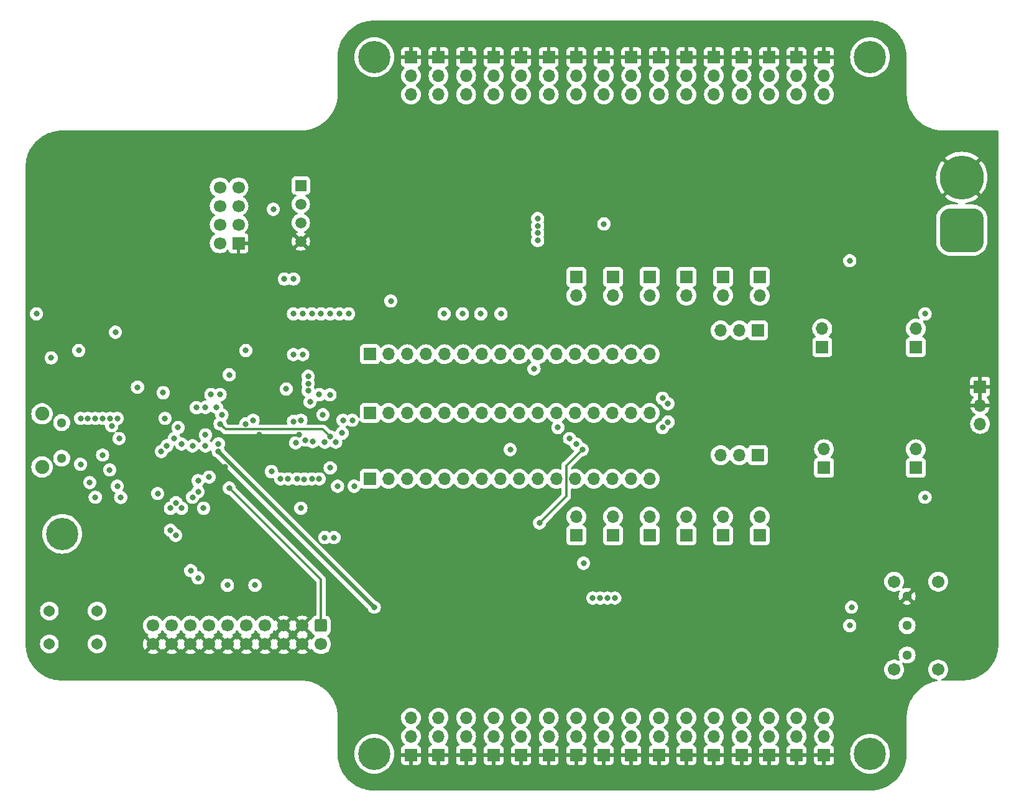
<source format=gbl>
G04 #@! TF.GenerationSoftware,KiCad,Pcbnew,7.0.5*
G04 #@! TF.CreationDate,2023-11-30T10:19:55+10:00*
G04 #@! TF.ProjectId,HEXCORE PCB Design v0,48455843-4f52-4452-9050-434220446573,rev?*
G04 #@! TF.SameCoordinates,Original*
G04 #@! TF.FileFunction,Copper,L4,Bot*
G04 #@! TF.FilePolarity,Positive*
%FSLAX46Y46*%
G04 Gerber Fmt 4.6, Leading zero omitted, Abs format (unit mm)*
G04 Created by KiCad (PCBNEW 7.0.5) date 2023-11-30 10:19:55*
%MOMM*%
%LPD*%
G01*
G04 APERTURE LIST*
G04 Aperture macros list*
%AMRoundRect*
0 Rectangle with rounded corners*
0 $1 Rounding radius*
0 $2 $3 $4 $5 $6 $7 $8 $9 X,Y pos of 4 corners*
0 Add a 4 corners polygon primitive as box body*
4,1,4,$2,$3,$4,$5,$6,$7,$8,$9,$2,$3,0*
0 Add four circle primitives for the rounded corners*
1,1,$1+$1,$2,$3*
1,1,$1+$1,$4,$5*
1,1,$1+$1,$6,$7*
1,1,$1+$1,$8,$9*
0 Add four rect primitives between the rounded corners*
20,1,$1+$1,$2,$3,$4,$5,0*
20,1,$1+$1,$4,$5,$6,$7,0*
20,1,$1+$1,$6,$7,$8,$9,0*
20,1,$1+$1,$8,$9,$2,$3,0*%
G04 Aperture macros list end*
G04 #@! TA.AperFunction,ComponentPad*
%ADD10R,1.700000X1.700000*%
G04 #@! TD*
G04 #@! TA.AperFunction,ComponentPad*
%ADD11O,1.700000X1.700000*%
G04 #@! TD*
G04 #@! TA.AperFunction,ComponentPad*
%ADD12C,4.400000*%
G04 #@! TD*
G04 #@! TA.AperFunction,ComponentPad*
%ADD13R,1.500000X1.500000*%
G04 #@! TD*
G04 #@! TA.AperFunction,ComponentPad*
%ADD14C,1.500000*%
G04 #@! TD*
G04 #@! TA.AperFunction,ComponentPad*
%ADD15C,1.300000*%
G04 #@! TD*
G04 #@! TA.AperFunction,ComponentPad*
%ADD16C,1.710000*%
G04 #@! TD*
G04 #@! TA.AperFunction,ComponentPad*
%ADD17RoundRect,1.500000X1.500000X-1.500000X1.500000X1.500000X-1.500000X1.500000X-1.500000X-1.500000X0*%
G04 #@! TD*
G04 #@! TA.AperFunction,ComponentPad*
%ADD18C,6.000000*%
G04 #@! TD*
G04 #@! TA.AperFunction,ComponentPad*
%ADD19RoundRect,0.250000X-0.600000X0.600000X-0.600000X-0.600000X0.600000X-0.600000X0.600000X0.600000X0*%
G04 #@! TD*
G04 #@! TA.AperFunction,ComponentPad*
%ADD20C,1.700000*%
G04 #@! TD*
G04 #@! TA.AperFunction,ComponentPad*
%ADD21C,1.900000*%
G04 #@! TD*
G04 #@! TA.AperFunction,ComponentPad*
%ADD22C,1.540000*%
G04 #@! TD*
G04 #@! TA.AperFunction,ViaPad*
%ADD23C,0.800000*%
G04 #@! TD*
G04 #@! TA.AperFunction,Conductor*
%ADD24C,0.300000*%
G04 #@! TD*
G04 #@! TA.AperFunction,Conductor*
%ADD25C,0.500000*%
G04 #@! TD*
G04 APERTURE END LIST*
D10*
X133750000Y-122660000D03*
D11*
X133750000Y-120120000D03*
X133750000Y-117580000D03*
D12*
X140000000Y-27500000D03*
D10*
X146250000Y-83500000D03*
D11*
X146250000Y-80960000D03*
D10*
X124750000Y-64750000D03*
D11*
X122210000Y-64750000D03*
X119670000Y-64750000D03*
D10*
X105000000Y-57460000D03*
D11*
X105000000Y-60000000D03*
D10*
X71900000Y-85000000D03*
D11*
X74440000Y-85000000D03*
X76980000Y-85000000D03*
X79520000Y-85000000D03*
X82060000Y-85000000D03*
X84600000Y-85000000D03*
X87140000Y-85000000D03*
X89680000Y-85000000D03*
X92220000Y-85000000D03*
X94760000Y-85000000D03*
X97300000Y-85000000D03*
X99840000Y-85000000D03*
X102380000Y-85000000D03*
X104920000Y-85000000D03*
X107460000Y-85000000D03*
X110000000Y-85000000D03*
D10*
X71900000Y-76000000D03*
D11*
X74440000Y-76000000D03*
X76980000Y-76000000D03*
X79520000Y-76000000D03*
X82060000Y-76000000D03*
X84600000Y-76000000D03*
X87140000Y-76000000D03*
X89680000Y-76000000D03*
X92220000Y-76000000D03*
X94760000Y-76000000D03*
X97300000Y-76000000D03*
X99840000Y-76000000D03*
X102380000Y-76000000D03*
X104920000Y-76000000D03*
X107460000Y-76000000D03*
X110000000Y-76000000D03*
D10*
X125000000Y-92700000D03*
D11*
X125000000Y-90160000D03*
D10*
X115000000Y-122660000D03*
D11*
X115000000Y-120120000D03*
X115000000Y-117580000D03*
D10*
X133750000Y-83500000D03*
D11*
X133750000Y-80960000D03*
D13*
X62500000Y-45000000D03*
D14*
X62500000Y-47540000D03*
X62500000Y-50080000D03*
X62500000Y-52620000D03*
D10*
X81250000Y-27500000D03*
D11*
X81250000Y-30040000D03*
X81250000Y-32580000D03*
D10*
X130000000Y-122660000D03*
D11*
X130000000Y-120120000D03*
X130000000Y-117580000D03*
D10*
X118750000Y-122660000D03*
D11*
X118750000Y-120120000D03*
X118750000Y-117580000D03*
D10*
X88750000Y-122660000D03*
D11*
X88750000Y-120120000D03*
X88750000Y-117580000D03*
D10*
X96250000Y-122660000D03*
D11*
X96250000Y-120120000D03*
X96250000Y-117580000D03*
D10*
X100000000Y-92700000D03*
D11*
X100000000Y-90160000D03*
D15*
X145052500Y-109000000D03*
X145052500Y-105000000D03*
X145052500Y-101000000D03*
D16*
X149302500Y-111000000D03*
X143302500Y-111000000D03*
X143302500Y-99000000D03*
X149302500Y-99000000D03*
D10*
X120000000Y-92700000D03*
D11*
X120000000Y-90160000D03*
D10*
X105000000Y-92700000D03*
D11*
X105000000Y-90160000D03*
D10*
X103750000Y-122660000D03*
D11*
X103750000Y-120120000D03*
X103750000Y-117580000D03*
D10*
X115000000Y-27515000D03*
D11*
X115000000Y-30055000D03*
X115000000Y-32595000D03*
D10*
X85000000Y-27500000D03*
D11*
X85000000Y-30040000D03*
X85000000Y-32580000D03*
D10*
X122500000Y-122660000D03*
D11*
X122500000Y-120120000D03*
X122500000Y-117580000D03*
D10*
X100000000Y-122660000D03*
D11*
X100000000Y-120120000D03*
X100000000Y-117580000D03*
D10*
X155000000Y-72420000D03*
D11*
X155000000Y-74960000D03*
X155000000Y-77500000D03*
D10*
X110000000Y-57460000D03*
D11*
X110000000Y-60000000D03*
D10*
X85000000Y-122660000D03*
D11*
X85000000Y-120120000D03*
X85000000Y-117580000D03*
D12*
X140000000Y-122500000D03*
D17*
X152500000Y-51100000D03*
D18*
X152500000Y-43900000D03*
D10*
X122500000Y-27500000D03*
D11*
X122500000Y-30040000D03*
X122500000Y-32580000D03*
D10*
X115000000Y-92700000D03*
D11*
X115000000Y-90160000D03*
D19*
X65240000Y-105000000D03*
D20*
X65240000Y-107540000D03*
X62700000Y-105000000D03*
X62700000Y-107540000D03*
X60160000Y-105000000D03*
X60160000Y-107540000D03*
X57620000Y-105000000D03*
X57620000Y-107540000D03*
X55080000Y-105000000D03*
X55080000Y-107540000D03*
X52540000Y-105000000D03*
X52540000Y-107540000D03*
X50000000Y-105000000D03*
X50000000Y-107540000D03*
X47460000Y-105000000D03*
X47460000Y-107540000D03*
X44920000Y-105000000D03*
X44920000Y-107540000D03*
X42380000Y-105000000D03*
X42380000Y-107540000D03*
D10*
X88750000Y-27500000D03*
D11*
X88750000Y-30040000D03*
X88750000Y-32580000D03*
D10*
X110000000Y-92700000D03*
D11*
X110000000Y-90160000D03*
D15*
X29930000Y-77325000D03*
X29930000Y-82175000D03*
D21*
X27250000Y-76125000D03*
X27250000Y-83375000D03*
D10*
X96250000Y-27500000D03*
D11*
X96250000Y-30040000D03*
X96250000Y-32580000D03*
D10*
X100000000Y-27500000D03*
D11*
X100000000Y-30040000D03*
X100000000Y-32580000D03*
D10*
X130000000Y-27515000D03*
D11*
X130000000Y-30055000D03*
X130000000Y-32595000D03*
D10*
X92500000Y-122660000D03*
D11*
X92500000Y-120120000D03*
X92500000Y-117580000D03*
D10*
X54000000Y-52870000D03*
D20*
X51460000Y-52870000D03*
X54000000Y-50330000D03*
X51460000Y-50330000D03*
X54000000Y-47790000D03*
X51460000Y-47790000D03*
X54000000Y-45250000D03*
X51460000Y-45250000D03*
D10*
X71900000Y-68000000D03*
D11*
X74440000Y-68000000D03*
X76980000Y-68000000D03*
X79520000Y-68000000D03*
X82060000Y-68000000D03*
X84600000Y-68000000D03*
X87140000Y-68000000D03*
X89680000Y-68000000D03*
X92220000Y-68000000D03*
X94760000Y-68000000D03*
X97300000Y-68000000D03*
X99840000Y-68000000D03*
X102380000Y-68000000D03*
X104920000Y-68000000D03*
X107460000Y-68000000D03*
X110000000Y-68000000D03*
D10*
X107500000Y-27500000D03*
D11*
X107500000Y-30040000D03*
X107500000Y-32580000D03*
D22*
X28250000Y-103000000D03*
X34750000Y-103000000D03*
X28250000Y-107500000D03*
X34750000Y-107500000D03*
D10*
X103750000Y-27500000D03*
D11*
X103750000Y-30040000D03*
X103750000Y-32580000D03*
D10*
X107500000Y-122660000D03*
D11*
X107500000Y-120120000D03*
X107500000Y-117580000D03*
D10*
X77500000Y-122660000D03*
D11*
X77500000Y-120120000D03*
X77500000Y-117580000D03*
D10*
X111250000Y-27500000D03*
D11*
X111250000Y-30040000D03*
X111250000Y-32580000D03*
D10*
X92500000Y-27500000D03*
D11*
X92500000Y-30040000D03*
X92500000Y-32580000D03*
D10*
X81250000Y-122660000D03*
D11*
X81250000Y-120120000D03*
X81250000Y-117580000D03*
D10*
X118750000Y-27515000D03*
D11*
X118750000Y-30055000D03*
X118750000Y-32595000D03*
D10*
X146250000Y-67040000D03*
D11*
X146250000Y-64500000D03*
D10*
X125000000Y-57500000D03*
D11*
X125000000Y-60040000D03*
D12*
X72500000Y-27500000D03*
D10*
X111250000Y-122660000D03*
D11*
X111250000Y-120120000D03*
X111250000Y-117580000D03*
D10*
X133750000Y-27500000D03*
D11*
X133750000Y-30040000D03*
X133750000Y-32580000D03*
D10*
X126250000Y-122685000D03*
D11*
X126250000Y-120145000D03*
X126250000Y-117605000D03*
D10*
X124750000Y-81750000D03*
D11*
X122210000Y-81750000D03*
X119670000Y-81750000D03*
D12*
X72500000Y-122500000D03*
D10*
X126250000Y-27500000D03*
D11*
X126250000Y-30040000D03*
X126250000Y-32580000D03*
D12*
X30000000Y-92500000D03*
D10*
X115000000Y-57460000D03*
D11*
X115000000Y-60000000D03*
D10*
X133500000Y-67040000D03*
D11*
X133500000Y-64500000D03*
D10*
X77500000Y-27500000D03*
D11*
X77500000Y-30040000D03*
X77500000Y-32580000D03*
D10*
X100000000Y-57460000D03*
D11*
X100000000Y-60000000D03*
D10*
X120000000Y-57460000D03*
D11*
X120000000Y-60000000D03*
D23*
X94750000Y-52500000D03*
X103758530Y-50241470D03*
X101000000Y-96500500D03*
X105249503Y-101250000D03*
X62500000Y-76999500D03*
X61970998Y-84999104D03*
X64095023Y-79904977D03*
X62970023Y-85029977D03*
X55987426Y-77000816D03*
X147500000Y-87500000D03*
X43750000Y-73250000D03*
X51250000Y-81250000D03*
X26500000Y-62500000D03*
X147500000Y-62500000D03*
X58750000Y-48250000D03*
X60500000Y-72750000D03*
X94750000Y-51500000D03*
X52750000Y-86250000D03*
X137500000Y-102500000D03*
X37750000Y-79500000D03*
X50250000Y-73500000D03*
X43500000Y-81250000D03*
X72500000Y-102500000D03*
X104250000Y-101250000D03*
X137250000Y-55250000D03*
X32250000Y-67500000D03*
X45778035Y-77999500D03*
X36750000Y-77750000D03*
X56250000Y-99500000D03*
X63500000Y-73000000D03*
X45250000Y-79499500D03*
X52500000Y-99500000D03*
X43000000Y-87000000D03*
X65000000Y-73500000D03*
X67500000Y-86000500D03*
X46250000Y-89000000D03*
X46250000Y-80250000D03*
X49250000Y-89000500D03*
X137250000Y-105000000D03*
X48500000Y-98500000D03*
X49500000Y-79000000D03*
X47750000Y-80500000D03*
X69500000Y-77000000D03*
X47500000Y-97500000D03*
X49500000Y-80500000D03*
X69000000Y-62500000D03*
X111750000Y-78000000D03*
X97500000Y-78000000D03*
X112500000Y-77250000D03*
X67750000Y-62500000D03*
X84500000Y-62500000D03*
X87000000Y-62500000D03*
X89750000Y-62500000D03*
X82000000Y-62500000D03*
X51500000Y-73500000D03*
X52750500Y-70806277D03*
X59750000Y-85000000D03*
X65750000Y-80000000D03*
X62750000Y-62500000D03*
X62750000Y-68049500D03*
X60250000Y-57750000D03*
X61500000Y-68049500D03*
X61500000Y-62500000D03*
X61500000Y-57750500D03*
X63111917Y-79724676D03*
X60750000Y-85000000D03*
X74750000Y-60750000D03*
X55000000Y-77499500D03*
X64000000Y-85000000D03*
X32500000Y-76750000D03*
X65750000Y-93000000D03*
X69750000Y-86000000D03*
X99081637Y-79499500D03*
X32500000Y-83000000D03*
X51750000Y-76250000D03*
X40250000Y-72500000D03*
X63750000Y-74500500D03*
X48278035Y-75278035D03*
X94244773Y-69995273D03*
X48500000Y-85250000D03*
X111750000Y-74000000D03*
X94750000Y-49500000D03*
X102250000Y-101250000D03*
X68119233Y-78749118D03*
X62500000Y-89000000D03*
X103250000Y-101250000D03*
X112500000Y-74750000D03*
X61791780Y-80091285D03*
X94750000Y-50500000D03*
X51279977Y-80220023D03*
X113000000Y-96250000D03*
X30250000Y-100500000D03*
X98279977Y-109970023D03*
X52149312Y-83350688D03*
X56808472Y-79001982D03*
X122000000Y-54000000D03*
X107000000Y-54000000D03*
X108000000Y-96250000D03*
X51500000Y-87000000D03*
X103000000Y-96250000D03*
X117000000Y-54000000D03*
X36500000Y-66000000D03*
X97750500Y-96173913D03*
X52000000Y-68750000D03*
X142750000Y-53750000D03*
X127000000Y-54000000D03*
X62250000Y-79000000D03*
X28000000Y-65500000D03*
X27249500Y-63500000D03*
X123000000Y-96250000D03*
X32500000Y-100500000D03*
X60500000Y-70250000D03*
X118000000Y-96250000D03*
X30000000Y-68500000D03*
X33000000Y-81845500D03*
X134250000Y-53750000D03*
X112000000Y-54000000D03*
X151500000Y-63500000D03*
X40250000Y-83250000D03*
X41750000Y-70000000D03*
X59250000Y-73750000D03*
X28000000Y-61750500D03*
X32113745Y-79428791D03*
X98279977Y-40029977D03*
X102000000Y-54000000D03*
X28500000Y-68500000D03*
X37250000Y-65000000D03*
X63499500Y-71000000D03*
X49500000Y-75250000D03*
X63500000Y-72000000D03*
X51000000Y-75250000D03*
X54998411Y-67498411D03*
X44250000Y-80500000D03*
X66470023Y-73529977D03*
X61500000Y-77156998D03*
X65000000Y-85000000D03*
X35500000Y-81750000D03*
X35500000Y-76750000D03*
X36470023Y-83779977D03*
X36500000Y-76750000D03*
X37500000Y-86000000D03*
X37500000Y-76750000D03*
X37970023Y-87529977D03*
X44000000Y-76750000D03*
X44750000Y-89000000D03*
X44750000Y-91999500D03*
X45456402Y-92706608D03*
X45500000Y-88250000D03*
X64000000Y-62500000D03*
X65250000Y-62500000D03*
X66500000Y-62500000D03*
X47749500Y-87500500D03*
X68250000Y-77000000D03*
X65500000Y-76250000D03*
X48500000Y-86751000D03*
X66500000Y-79250000D03*
X51500000Y-77500000D03*
X66500000Y-83500000D03*
X50000500Y-84749500D03*
X58500000Y-84000000D03*
X67250000Y-80000500D03*
X67000000Y-93000000D03*
X33750000Y-85500000D03*
X100000000Y-80250000D03*
X91000000Y-81000000D03*
X33500000Y-76750000D03*
X34500000Y-87500000D03*
X95000000Y-91000000D03*
X100831637Y-80999500D03*
X34500000Y-76750000D03*
D24*
X52750000Y-86250000D02*
X65240000Y-98740000D01*
X65240000Y-98740000D02*
X65240000Y-105000000D01*
D25*
X72500000Y-102500000D02*
X51250000Y-81250000D01*
D24*
X52249500Y-78249500D02*
X65499500Y-78249500D01*
X51500000Y-77500000D02*
X52249500Y-78249500D01*
X65499500Y-78249500D02*
X66500000Y-79250000D01*
X95000000Y-91000000D02*
X98640000Y-87360000D01*
X98640000Y-83191137D02*
X100831637Y-80999500D01*
X98640000Y-87360000D02*
X98640000Y-83191137D01*
G04 #@! TA.AperFunction,Conductor*
G36*
X43734854Y-105666546D02*
G01*
X43751574Y-105685841D01*
X43881505Y-105871401D01*
X44048599Y-106038495D01*
X44208559Y-106150500D01*
X44234594Y-106168730D01*
X44278218Y-106223307D01*
X44285411Y-106292806D01*
X44253889Y-106355160D01*
X44234593Y-106371880D01*
X44158626Y-106425072D01*
X44158625Y-106425073D01*
X44787465Y-107053913D01*
X44777685Y-107055320D01*
X44646900Y-107115048D01*
X44538239Y-107209202D01*
X44460507Y-107330156D01*
X44436923Y-107410476D01*
X43805072Y-106778625D01*
X43805072Y-106778626D01*
X43751574Y-106855030D01*
X43696998Y-106898655D01*
X43627499Y-106905849D01*
X43565144Y-106874326D01*
X43548424Y-106855030D01*
X43494925Y-106778626D01*
X43494925Y-106778625D01*
X42863076Y-107410475D01*
X42839493Y-107330156D01*
X42761761Y-107209202D01*
X42653100Y-107115048D01*
X42522315Y-107055320D01*
X42512533Y-107053913D01*
X43141373Y-106425073D01*
X43141373Y-106425072D01*
X43065405Y-106371880D01*
X43021780Y-106317304D01*
X43014586Y-106247805D01*
X43046108Y-106185451D01*
X43065399Y-106168734D01*
X43251401Y-106038495D01*
X43418495Y-105871401D01*
X43548426Y-105685840D01*
X43603001Y-105642217D01*
X43672499Y-105635023D01*
X43734854Y-105666546D01*
G37*
G04 #@! TD.AperFunction*
G04 #@! TA.AperFunction,Conductor*
G36*
X46274854Y-105666546D02*
G01*
X46291574Y-105685841D01*
X46421505Y-105871401D01*
X46588599Y-106038495D01*
X46748559Y-106150500D01*
X46774594Y-106168730D01*
X46818218Y-106223307D01*
X46825411Y-106292806D01*
X46793889Y-106355160D01*
X46774593Y-106371880D01*
X46698626Y-106425072D01*
X46698625Y-106425072D01*
X47327466Y-107053913D01*
X47317685Y-107055320D01*
X47186900Y-107115048D01*
X47078239Y-107209202D01*
X47000507Y-107330156D01*
X46976923Y-107410476D01*
X46345072Y-106778625D01*
X46345072Y-106778626D01*
X46291574Y-106855030D01*
X46236998Y-106898655D01*
X46167499Y-106905849D01*
X46105144Y-106874326D01*
X46088424Y-106855030D01*
X46034925Y-106778626D01*
X46034925Y-106778625D01*
X45403076Y-107410474D01*
X45379493Y-107330156D01*
X45301761Y-107209202D01*
X45193100Y-107115048D01*
X45062315Y-107055320D01*
X45052532Y-107053913D01*
X45681373Y-106425073D01*
X45681373Y-106425072D01*
X45605405Y-106371880D01*
X45561780Y-106317304D01*
X45554586Y-106247805D01*
X45586108Y-106185451D01*
X45605399Y-106168734D01*
X45791401Y-106038495D01*
X45958495Y-105871401D01*
X46088426Y-105685840D01*
X46143001Y-105642217D01*
X46212499Y-105635023D01*
X46274854Y-105666546D01*
G37*
G04 #@! TD.AperFunction*
G04 #@! TA.AperFunction,Conductor*
G36*
X48814854Y-105666546D02*
G01*
X48831574Y-105685841D01*
X48961505Y-105871401D01*
X49128599Y-106038495D01*
X49288559Y-106150500D01*
X49314594Y-106168730D01*
X49358218Y-106223307D01*
X49365411Y-106292806D01*
X49333889Y-106355160D01*
X49314593Y-106371880D01*
X49238626Y-106425072D01*
X49238625Y-106425072D01*
X49867466Y-107053913D01*
X49857685Y-107055320D01*
X49726900Y-107115048D01*
X49618239Y-107209202D01*
X49540507Y-107330156D01*
X49516923Y-107410476D01*
X48885072Y-106778625D01*
X48885072Y-106778626D01*
X48831574Y-106855030D01*
X48776998Y-106898655D01*
X48707499Y-106905849D01*
X48645144Y-106874326D01*
X48628424Y-106855030D01*
X48574925Y-106778626D01*
X48574925Y-106778625D01*
X47943076Y-107410475D01*
X47919493Y-107330156D01*
X47841761Y-107209202D01*
X47733100Y-107115048D01*
X47602315Y-107055320D01*
X47592533Y-107053913D01*
X48221373Y-106425073D01*
X48221373Y-106425072D01*
X48145405Y-106371880D01*
X48101780Y-106317304D01*
X48094586Y-106247805D01*
X48126108Y-106185451D01*
X48145399Y-106168734D01*
X48331401Y-106038495D01*
X48498495Y-105871401D01*
X48628426Y-105685840D01*
X48683001Y-105642217D01*
X48752499Y-105635023D01*
X48814854Y-105666546D01*
G37*
G04 #@! TD.AperFunction*
G04 #@! TA.AperFunction,Conductor*
G36*
X51354854Y-105666546D02*
G01*
X51371574Y-105685841D01*
X51501505Y-105871401D01*
X51668599Y-106038495D01*
X51828559Y-106150500D01*
X51854594Y-106168730D01*
X51898218Y-106223307D01*
X51905411Y-106292806D01*
X51873889Y-106355160D01*
X51854593Y-106371880D01*
X51778626Y-106425072D01*
X51778625Y-106425072D01*
X52407466Y-107053913D01*
X52397685Y-107055320D01*
X52266900Y-107115048D01*
X52158239Y-107209202D01*
X52080507Y-107330156D01*
X52056923Y-107410476D01*
X51425072Y-106778625D01*
X51425072Y-106778626D01*
X51371574Y-106855030D01*
X51316998Y-106898655D01*
X51247499Y-106905849D01*
X51185144Y-106874326D01*
X51168424Y-106855030D01*
X51114925Y-106778626D01*
X51114925Y-106778625D01*
X50483076Y-107410474D01*
X50459493Y-107330156D01*
X50381761Y-107209202D01*
X50273100Y-107115048D01*
X50142315Y-107055320D01*
X50132533Y-107053913D01*
X50761373Y-106425073D01*
X50761373Y-106425072D01*
X50685405Y-106371880D01*
X50641780Y-106317304D01*
X50634586Y-106247805D01*
X50666108Y-106185451D01*
X50685399Y-106168734D01*
X50871401Y-106038495D01*
X51038495Y-105871401D01*
X51168426Y-105685840D01*
X51223001Y-105642217D01*
X51292499Y-105635023D01*
X51354854Y-105666546D01*
G37*
G04 #@! TD.AperFunction*
G04 #@! TA.AperFunction,Conductor*
G36*
X53894854Y-105666546D02*
G01*
X53911574Y-105685841D01*
X54041505Y-105871401D01*
X54208599Y-106038495D01*
X54368559Y-106150500D01*
X54394594Y-106168730D01*
X54438218Y-106223307D01*
X54445411Y-106292806D01*
X54413889Y-106355160D01*
X54394593Y-106371880D01*
X54318626Y-106425072D01*
X54318625Y-106425072D01*
X54947466Y-107053913D01*
X54937685Y-107055320D01*
X54806900Y-107115048D01*
X54698239Y-107209202D01*
X54620507Y-107330156D01*
X54596923Y-107410476D01*
X53965072Y-106778625D01*
X53965072Y-106778626D01*
X53911574Y-106855030D01*
X53856998Y-106898655D01*
X53787499Y-106905849D01*
X53725144Y-106874326D01*
X53708424Y-106855030D01*
X53654925Y-106778626D01*
X53654925Y-106778625D01*
X53023076Y-107410475D01*
X52999493Y-107330156D01*
X52921761Y-107209202D01*
X52813100Y-107115048D01*
X52682315Y-107055320D01*
X52672533Y-107053913D01*
X53301373Y-106425073D01*
X53301373Y-106425072D01*
X53225405Y-106371880D01*
X53181780Y-106317304D01*
X53174586Y-106247805D01*
X53206108Y-106185451D01*
X53225399Y-106168734D01*
X53411401Y-106038495D01*
X53578495Y-105871401D01*
X53708426Y-105685840D01*
X53763001Y-105642217D01*
X53832499Y-105635023D01*
X53894854Y-105666546D01*
G37*
G04 #@! TD.AperFunction*
G04 #@! TA.AperFunction,Conductor*
G36*
X56434855Y-105666546D02*
G01*
X56451575Y-105685842D01*
X56581500Y-105871395D01*
X56581505Y-105871401D01*
X56748599Y-106038495D01*
X56908559Y-106150500D01*
X56934594Y-106168730D01*
X56978218Y-106223307D01*
X56985411Y-106292806D01*
X56953889Y-106355160D01*
X56934593Y-106371880D01*
X56858626Y-106425072D01*
X56858625Y-106425072D01*
X57487466Y-107053913D01*
X57477685Y-107055320D01*
X57346900Y-107115048D01*
X57238239Y-107209202D01*
X57160507Y-107330156D01*
X57136923Y-107410476D01*
X56505072Y-106778625D01*
X56505072Y-106778626D01*
X56451574Y-106855030D01*
X56396998Y-106898655D01*
X56327499Y-106905849D01*
X56265144Y-106874326D01*
X56248424Y-106855030D01*
X56194925Y-106778626D01*
X56194925Y-106778625D01*
X55563076Y-107410475D01*
X55539493Y-107330156D01*
X55461761Y-107209202D01*
X55353100Y-107115048D01*
X55222315Y-107055320D01*
X55212533Y-107053913D01*
X55841373Y-106425073D01*
X55841373Y-106425072D01*
X55765405Y-106371880D01*
X55721780Y-106317304D01*
X55714586Y-106247805D01*
X55746108Y-106185451D01*
X55765399Y-106168734D01*
X55951401Y-106038495D01*
X56118495Y-105871401D01*
X56248426Y-105685841D01*
X56303002Y-105642217D01*
X56372500Y-105635023D01*
X56434855Y-105666546D01*
G37*
G04 #@! TD.AperFunction*
G04 #@! TA.AperFunction,Conductor*
G36*
X59700507Y-105209844D02*
G01*
X59778239Y-105330798D01*
X59886900Y-105424952D01*
X60017685Y-105484680D01*
X60027466Y-105486086D01*
X59398625Y-106114925D01*
X59475031Y-106168425D01*
X59518655Y-106223002D01*
X59525848Y-106292501D01*
X59494326Y-106354855D01*
X59475029Y-106371576D01*
X59398625Y-106425072D01*
X60027466Y-107053913D01*
X60017685Y-107055320D01*
X59886900Y-107115048D01*
X59778239Y-107209202D01*
X59700507Y-107330156D01*
X59676923Y-107410476D01*
X59045072Y-106778625D01*
X59045072Y-106778626D01*
X58991574Y-106855030D01*
X58936998Y-106898655D01*
X58867499Y-106905849D01*
X58805144Y-106874326D01*
X58788424Y-106855030D01*
X58734925Y-106778626D01*
X58734925Y-106778625D01*
X58103076Y-107410474D01*
X58079493Y-107330156D01*
X58001761Y-107209202D01*
X57893100Y-107115048D01*
X57762315Y-107055320D01*
X57752533Y-107053913D01*
X58381373Y-106425073D01*
X58381373Y-106425072D01*
X58305405Y-106371880D01*
X58261780Y-106317304D01*
X58254586Y-106247805D01*
X58286108Y-106185451D01*
X58305399Y-106168734D01*
X58491401Y-106038495D01*
X58658495Y-105871401D01*
X58788732Y-105685403D01*
X58843307Y-105641780D01*
X58912805Y-105634586D01*
X58975160Y-105666109D01*
X58991880Y-105685405D01*
X59045073Y-105761373D01*
X59676923Y-105129523D01*
X59700507Y-105209844D01*
G37*
G04 #@! TD.AperFunction*
G04 #@! TA.AperFunction,Conductor*
G36*
X62240507Y-105209844D02*
G01*
X62318239Y-105330798D01*
X62426900Y-105424952D01*
X62557685Y-105484680D01*
X62567466Y-105486086D01*
X61938625Y-106114925D01*
X62015031Y-106168425D01*
X62058655Y-106223002D01*
X62065848Y-106292501D01*
X62034326Y-106354855D01*
X62015029Y-106371576D01*
X61938625Y-106425072D01*
X62567466Y-107053913D01*
X62557685Y-107055320D01*
X62426900Y-107115048D01*
X62318239Y-107209202D01*
X62240507Y-107330156D01*
X62216923Y-107410476D01*
X61585072Y-106778625D01*
X61585072Y-106778626D01*
X61531574Y-106855030D01*
X61476998Y-106898655D01*
X61407499Y-106905849D01*
X61345144Y-106874326D01*
X61328424Y-106855030D01*
X61274925Y-106778626D01*
X61274925Y-106778625D01*
X60643076Y-107410475D01*
X60619493Y-107330156D01*
X60541761Y-107209202D01*
X60433100Y-107115048D01*
X60302315Y-107055320D01*
X60292533Y-107053913D01*
X60921373Y-106425073D01*
X60844969Y-106371576D01*
X60801344Y-106316999D01*
X60794150Y-106247501D01*
X60825672Y-106185146D01*
X60844968Y-106168425D01*
X60921373Y-106114925D01*
X60292533Y-105486086D01*
X60302315Y-105484680D01*
X60433100Y-105424952D01*
X60541761Y-105330798D01*
X60619493Y-105209844D01*
X60643076Y-105129524D01*
X61274925Y-105761373D01*
X61328425Y-105684968D01*
X61383002Y-105641344D01*
X61452501Y-105634151D01*
X61514855Y-105665673D01*
X61531576Y-105684969D01*
X61585073Y-105761372D01*
X62216922Y-105129523D01*
X62240507Y-105209844D01*
G37*
G04 #@! TD.AperFunction*
G04 #@! TA.AperFunction,Conductor*
G36*
X63819341Y-105765789D02*
G01*
X63871191Y-105776209D01*
X63921375Y-105824823D01*
X63931205Y-105846966D01*
X63955186Y-105919334D01*
X64047288Y-106068656D01*
X64171344Y-106192712D01*
X64320666Y-106284814D01*
X64329264Y-106287663D01*
X64386707Y-106327433D01*
X64413531Y-106391948D01*
X64401217Y-106460724D01*
X64372234Y-106497483D01*
X64372427Y-106497676D01*
X64370798Y-106499304D01*
X64369975Y-106500349D01*
X64368599Y-106501503D01*
X64201505Y-106668597D01*
X64071269Y-106854595D01*
X64016692Y-106898220D01*
X63947194Y-106905414D01*
X63884839Y-106873891D01*
X63868119Y-106854595D01*
X63814925Y-106778626D01*
X63814925Y-106778625D01*
X63183076Y-107410475D01*
X63159493Y-107330156D01*
X63081761Y-107209202D01*
X62973100Y-107115048D01*
X62842315Y-107055320D01*
X62832533Y-107053913D01*
X63461373Y-106425073D01*
X63384969Y-106371576D01*
X63341344Y-106316999D01*
X63334150Y-106247501D01*
X63365672Y-106185146D01*
X63384968Y-106168425D01*
X63461373Y-106114925D01*
X62832533Y-105486086D01*
X62842315Y-105484680D01*
X62973100Y-105424952D01*
X63081761Y-105330798D01*
X63159493Y-105209844D01*
X63183076Y-105129524D01*
X63819341Y-105765789D01*
G37*
G04 #@! TD.AperFunction*
G04 #@! TA.AperFunction,Conductor*
G36*
X155250000Y-74524498D02*
G01*
X155142315Y-74475320D01*
X155035763Y-74460000D01*
X154964237Y-74460000D01*
X154857685Y-74475320D01*
X154750000Y-74524498D01*
X154750000Y-72855501D01*
X154857685Y-72904680D01*
X154964237Y-72920000D01*
X155035763Y-72920000D01*
X155142315Y-72904680D01*
X155250000Y-72855501D01*
X155250000Y-74524498D01*
G37*
G04 #@! TD.AperFunction*
G04 #@! TA.AperFunction,Conductor*
G36*
X140001279Y-22500552D02*
G01*
X140217340Y-22509489D01*
X140415936Y-22518160D01*
X140420863Y-22518574D01*
X140636814Y-22545492D01*
X140834704Y-22571545D01*
X140837265Y-22571883D01*
X140841894Y-22572671D01*
X141054230Y-22617193D01*
X141252525Y-22661155D01*
X141256784Y-22662259D01*
X141464528Y-22724107D01*
X141658658Y-22785317D01*
X141662539Y-22786684D01*
X141863961Y-22865279D01*
X141864938Y-22865672D01*
X142052790Y-22943483D01*
X142056226Y-22945032D01*
X142209776Y-23020098D01*
X142250290Y-23039905D01*
X142251687Y-23040609D01*
X142432009Y-23134479D01*
X142435107Y-23136207D01*
X142543221Y-23200628D01*
X142620611Y-23246742D01*
X142622127Y-23247676D01*
X142708578Y-23302752D01*
X142793663Y-23356958D01*
X142796377Y-23358789D01*
X142891730Y-23426870D01*
X142972053Y-23484219D01*
X142973769Y-23485490D01*
X143135117Y-23609297D01*
X143137426Y-23611159D01*
X143302150Y-23750673D01*
X143303956Y-23752264D01*
X143453912Y-23889673D01*
X143455827Y-23891506D01*
X143608491Y-24044170D01*
X143610328Y-24046089D01*
X143747725Y-24196032D01*
X143749325Y-24197848D01*
X143888839Y-24362572D01*
X143890716Y-24364899D01*
X144014508Y-24526229D01*
X144015779Y-24527945D01*
X144141209Y-24703621D01*
X144143040Y-24706335D01*
X144252298Y-24877833D01*
X144253269Y-24879409D01*
X144363791Y-25064891D01*
X144365525Y-25068000D01*
X144459388Y-25248310D01*
X144460093Y-25249708D01*
X144485619Y-25301920D01*
X144554953Y-25443744D01*
X144556524Y-25447229D01*
X144634296Y-25634987D01*
X144634775Y-25636177D01*
X144713309Y-25837446D01*
X144714681Y-25841340D01*
X144775902Y-26035505D01*
X144837735Y-26243200D01*
X144838843Y-26247473D01*
X144882825Y-26445862D01*
X144927326Y-26658101D01*
X144928115Y-26662733D01*
X144954515Y-26863253D01*
X144981422Y-27079114D01*
X144981839Y-27084080D01*
X144990519Y-27282870D01*
X144999447Y-27498718D01*
X144999500Y-27501280D01*
X144999500Y-32706832D01*
X145019542Y-32948699D01*
X145019695Y-32951115D01*
X145023072Y-33028460D01*
X145027292Y-33042225D01*
X145033657Y-33119043D01*
X145033658Y-33119049D01*
X145033659Y-33119054D01*
X145059319Y-33272830D01*
X145078478Y-33387640D01*
X145078793Y-33389752D01*
X145087112Y-33452951D01*
X145090988Y-33462613D01*
X145101742Y-33527056D01*
X145101742Y-33527057D01*
X145177203Y-33825045D01*
X145177630Y-33826845D01*
X145187302Y-33870475D01*
X145190136Y-33876118D01*
X145203286Y-33928044D01*
X145203288Y-33928051D01*
X145203290Y-33928057D01*
X145317289Y-34260123D01*
X145317778Y-34261610D01*
X145322931Y-34277953D01*
X145324019Y-34279729D01*
X145337598Y-34319282D01*
X145503753Y-34698075D01*
X145503759Y-34698089D01*
X145700625Y-35061865D01*
X145926875Y-35408166D01*
X145926876Y-35408167D01*
X146180936Y-35734582D01*
X146461089Y-36038910D01*
X146741242Y-36296809D01*
X146765418Y-36319064D01*
X147091841Y-36573130D01*
X147263705Y-36685414D01*
X147438134Y-36799374D01*
X147801910Y-36996240D01*
X147801913Y-36996241D01*
X147801920Y-36996245D01*
X148180724Y-37162404D01*
X148220268Y-37175979D01*
X148221610Y-37176930D01*
X148238372Y-37182215D01*
X148239808Y-37182687D01*
X148571956Y-37296714D01*
X148623876Y-37309862D01*
X148628159Y-37312392D01*
X148673112Y-37322359D01*
X148674892Y-37322781D01*
X148972943Y-37398258D01*
X149037381Y-37409010D01*
X149044762Y-37412584D01*
X149110208Y-37421200D01*
X149112281Y-37421509D01*
X149380946Y-37466341D01*
X149457764Y-37472706D01*
X149468337Y-37476786D01*
X149548848Y-37480301D01*
X149551256Y-37480453D01*
X149793178Y-37500500D01*
X149999901Y-37500500D01*
X157375500Y-37500500D01*
X157442539Y-37520185D01*
X157488294Y-37572989D01*
X157499500Y-37624500D01*
X157499500Y-107498719D01*
X157499447Y-107501281D01*
X157490519Y-107717129D01*
X157481839Y-107915918D01*
X157481422Y-107920884D01*
X157454515Y-108136745D01*
X157428115Y-108337265D01*
X157427326Y-108341897D01*
X157382825Y-108554136D01*
X157338843Y-108752525D01*
X157337735Y-108756798D01*
X157275902Y-108964493D01*
X157214681Y-109158658D01*
X157213309Y-109162552D01*
X157134775Y-109363821D01*
X157134296Y-109365011D01*
X157056524Y-109552769D01*
X157054944Y-109556274D01*
X156960093Y-109750290D01*
X156959388Y-109751688D01*
X156865525Y-109931998D01*
X156863791Y-109935107D01*
X156753269Y-110120589D01*
X156752298Y-110122165D01*
X156643040Y-110293663D01*
X156641209Y-110296377D01*
X156515779Y-110472053D01*
X156514508Y-110473769D01*
X156390716Y-110635099D01*
X156388839Y-110637426D01*
X156249325Y-110802150D01*
X156247725Y-110803966D01*
X156110340Y-110953896D01*
X156108469Y-110955851D01*
X155955851Y-111108469D01*
X155953896Y-111110340D01*
X155803966Y-111247725D01*
X155802150Y-111249325D01*
X155637426Y-111388839D01*
X155635099Y-111390716D01*
X155473769Y-111514508D01*
X155472053Y-111515779D01*
X155296377Y-111641209D01*
X155293663Y-111643040D01*
X155122165Y-111752298D01*
X155120589Y-111753269D01*
X154935107Y-111863791D01*
X154931998Y-111865525D01*
X154751688Y-111959388D01*
X154750290Y-111960093D01*
X154556274Y-112054944D01*
X154552769Y-112056524D01*
X154365011Y-112134296D01*
X154363821Y-112134775D01*
X154162552Y-112213309D01*
X154158658Y-112214681D01*
X153964493Y-112275902D01*
X153756798Y-112337735D01*
X153752525Y-112338843D01*
X153554136Y-112382825D01*
X153341897Y-112427326D01*
X153337265Y-112428115D01*
X153136745Y-112454515D01*
X152920884Y-112481422D01*
X152915918Y-112481839D01*
X152717239Y-112490514D01*
X152507489Y-112499190D01*
X152501280Y-112499447D01*
X152498720Y-112499500D01*
X149852327Y-112499500D01*
X149785288Y-112479815D01*
X149739533Y-112427011D01*
X149729589Y-112357853D01*
X149758614Y-112294297D01*
X149812064Y-112258219D01*
X149825563Y-112253584D01*
X149848864Y-112245585D01*
X150046429Y-112138669D01*
X150052048Y-112134296D01*
X150153999Y-112054944D01*
X150223702Y-112000692D01*
X150375846Y-111835419D01*
X150498713Y-111647358D01*
X150588950Y-111441639D01*
X150644095Y-111223873D01*
X150662646Y-111000000D01*
X150644095Y-110776127D01*
X150588950Y-110558361D01*
X150498713Y-110352642D01*
X150375846Y-110164581D01*
X150223702Y-109999308D01*
X150223697Y-109999304D01*
X150223695Y-109999302D01*
X150046437Y-109861336D01*
X150046426Y-109861329D01*
X149848870Y-109754418D01*
X149848867Y-109754417D01*
X149848864Y-109754415D01*
X149848858Y-109754413D01*
X149848856Y-109754412D01*
X149636398Y-109681474D01*
X149414820Y-109644500D01*
X149190180Y-109644500D01*
X148968601Y-109681474D01*
X148756143Y-109754412D01*
X148756129Y-109754418D01*
X148558573Y-109861329D01*
X148558562Y-109861336D01*
X148381304Y-109999302D01*
X148381301Y-109999305D01*
X148229155Y-110164579D01*
X148229152Y-110164583D01*
X148106287Y-110352640D01*
X148016050Y-110558360D01*
X147960904Y-110776130D01*
X147942354Y-110999994D01*
X147942354Y-111000005D01*
X147960904Y-111223869D01*
X148016050Y-111441639D01*
X148106287Y-111647359D01*
X148131150Y-111685414D01*
X148229154Y-111835419D01*
X148381298Y-112000692D01*
X148381301Y-112000694D01*
X148381304Y-112000697D01*
X148558562Y-112138663D01*
X148558569Y-112138667D01*
X148558571Y-112138669D01*
X148756136Y-112245585D01*
X148968604Y-112318526D01*
X149083244Y-112337655D01*
X149146128Y-112368105D01*
X149182568Y-112427719D01*
X149180994Y-112497571D01*
X149141904Y-112555483D01*
X149079021Y-112582903D01*
X149047055Y-112587111D01*
X149037386Y-112590988D01*
X148972943Y-112601742D01*
X148972942Y-112601742D01*
X148674961Y-112677201D01*
X148673162Y-112677628D01*
X148629527Y-112687302D01*
X148623878Y-112690137D01*
X148571950Y-112703287D01*
X148571944Y-112703289D01*
X148239922Y-112817272D01*
X148238437Y-112817761D01*
X148222052Y-112822927D01*
X148220271Y-112824018D01*
X148180724Y-112837595D01*
X147801924Y-113003753D01*
X147801910Y-113003759D01*
X147438134Y-113200625D01*
X147091833Y-113426875D01*
X147091832Y-113426876D01*
X146765417Y-113680936D01*
X146461089Y-113961089D01*
X146180936Y-114265417D01*
X145926876Y-114591832D01*
X145926875Y-114591833D01*
X145700625Y-114938134D01*
X145503759Y-115301910D01*
X145503753Y-115301924D01*
X145337595Y-115680724D01*
X145324018Y-115720271D01*
X145323065Y-115721615D01*
X145317761Y-115738437D01*
X145317272Y-115739922D01*
X145203289Y-116071944D01*
X145203287Y-116071950D01*
X145190137Y-116123878D01*
X145187604Y-116128165D01*
X145177628Y-116173162D01*
X145177201Y-116174961D01*
X145101742Y-116472942D01*
X145101742Y-116472943D01*
X145090988Y-116537386D01*
X145087413Y-116544768D01*
X145078792Y-116610248D01*
X145078477Y-116612359D01*
X145033658Y-116880946D01*
X145033657Y-116880956D01*
X145027292Y-116957774D01*
X145023211Y-116968348D01*
X145019695Y-117048884D01*
X145019542Y-117051300D01*
X144999500Y-117293167D01*
X144999500Y-122498719D01*
X144999447Y-122501281D01*
X144990519Y-122717129D01*
X144981839Y-122915918D01*
X144981422Y-122920884D01*
X144954515Y-123136745D01*
X144928115Y-123337265D01*
X144927326Y-123341897D01*
X144882825Y-123554136D01*
X144838843Y-123752525D01*
X144837735Y-123756798D01*
X144775902Y-123964493D01*
X144714681Y-124158658D01*
X144713309Y-124162552D01*
X144634775Y-124363821D01*
X144634296Y-124365011D01*
X144556524Y-124552769D01*
X144554944Y-124556274D01*
X144460093Y-124750290D01*
X144459388Y-124751688D01*
X144365525Y-124931998D01*
X144363791Y-124935107D01*
X144253269Y-125120589D01*
X144252298Y-125122165D01*
X144143040Y-125293663D01*
X144141209Y-125296377D01*
X144015779Y-125472053D01*
X144014508Y-125473769D01*
X143890716Y-125635099D01*
X143888839Y-125637426D01*
X143749325Y-125802150D01*
X143747725Y-125803966D01*
X143610340Y-125953896D01*
X143608469Y-125955851D01*
X143455851Y-126108469D01*
X143453896Y-126110340D01*
X143303966Y-126247725D01*
X143302150Y-126249325D01*
X143137426Y-126388839D01*
X143135099Y-126390716D01*
X142973769Y-126514508D01*
X142972053Y-126515779D01*
X142796377Y-126641209D01*
X142793663Y-126643040D01*
X142622165Y-126752298D01*
X142620589Y-126753269D01*
X142435107Y-126863791D01*
X142431998Y-126865525D01*
X142251688Y-126959388D01*
X142250290Y-126960093D01*
X142056274Y-127054944D01*
X142052769Y-127056524D01*
X141865011Y-127134296D01*
X141863821Y-127134775D01*
X141662552Y-127213309D01*
X141658658Y-127214681D01*
X141464493Y-127275902D01*
X141256798Y-127337735D01*
X141252525Y-127338843D01*
X141054136Y-127382825D01*
X140841897Y-127427326D01*
X140837265Y-127428115D01*
X140636745Y-127454515D01*
X140420884Y-127481422D01*
X140415918Y-127481839D01*
X140217239Y-127490514D01*
X140007489Y-127499190D01*
X140001280Y-127499447D01*
X139998720Y-127499500D01*
X72501280Y-127499500D01*
X72498719Y-127499447D01*
X72491843Y-127499162D01*
X72282759Y-127490514D01*
X72084080Y-127481839D01*
X72079114Y-127481422D01*
X71863253Y-127454515D01*
X71662733Y-127428115D01*
X71658101Y-127427326D01*
X71445862Y-127382825D01*
X71247473Y-127338843D01*
X71243200Y-127337735D01*
X71035505Y-127275902D01*
X70841340Y-127214681D01*
X70837446Y-127213309D01*
X70706985Y-127162404D01*
X70636142Y-127134760D01*
X70634987Y-127134296D01*
X70447229Y-127056524D01*
X70443744Y-127054953D01*
X70376932Y-127022291D01*
X70249708Y-126960093D01*
X70248310Y-126959388D01*
X70068000Y-126865525D01*
X70064891Y-126863791D01*
X69879409Y-126753269D01*
X69877833Y-126752298D01*
X69706335Y-126643040D01*
X69703621Y-126641209D01*
X69527945Y-126515779D01*
X69526229Y-126514508D01*
X69364899Y-126390716D01*
X69362572Y-126388839D01*
X69197848Y-126249325D01*
X69196032Y-126247725D01*
X69046089Y-126110328D01*
X69044170Y-126108491D01*
X68891506Y-125955827D01*
X68889673Y-125953912D01*
X68752264Y-125803956D01*
X68750673Y-125802150D01*
X68611159Y-125637426D01*
X68609297Y-125635117D01*
X68485490Y-125473769D01*
X68484219Y-125472053D01*
X68358789Y-125296377D01*
X68356958Y-125293663D01*
X68288183Y-125185710D01*
X68247676Y-125122127D01*
X68246729Y-125120589D01*
X68136207Y-124935107D01*
X68134473Y-124931998D01*
X68115497Y-124895546D01*
X68040609Y-124751687D01*
X68039905Y-124750290D01*
X68020098Y-124709776D01*
X67945032Y-124556226D01*
X67943483Y-124552790D01*
X67865672Y-124364938D01*
X67865279Y-124363961D01*
X67786684Y-124162539D01*
X67785317Y-124158658D01*
X67724097Y-123964493D01*
X67662259Y-123756784D01*
X67661155Y-123752525D01*
X67631192Y-123617372D01*
X67617193Y-123554230D01*
X67572671Y-123341894D01*
X67571883Y-123337265D01*
X67571545Y-123334704D01*
X67545492Y-123136814D01*
X67518574Y-122920863D01*
X67518160Y-122915936D01*
X67509494Y-122717466D01*
X67500552Y-122501280D01*
X67500526Y-122500000D01*
X69794564Y-122500000D01*
X69814289Y-122826099D01*
X69873178Y-123147452D01*
X69970366Y-123459342D01*
X69970370Y-123459354D01*
X69970373Y-123459361D01*
X70104455Y-123757279D01*
X70222987Y-123953354D01*
X70273473Y-124036868D01*
X70474954Y-124294039D01*
X70705960Y-124525045D01*
X70963131Y-124726526D01*
X70963134Y-124726528D01*
X70963137Y-124726530D01*
X71242721Y-124895545D01*
X71540639Y-125029627D01*
X71540652Y-125029631D01*
X71540657Y-125029633D01*
X71832548Y-125120589D01*
X71852547Y-125126821D01*
X72173896Y-125185710D01*
X72500000Y-125205436D01*
X72826104Y-125185710D01*
X73147453Y-125126821D01*
X73459361Y-125029627D01*
X73757279Y-124895545D01*
X74036863Y-124726530D01*
X74294036Y-124525048D01*
X74525048Y-124294036D01*
X74726530Y-124036863D01*
X74895545Y-123757279D01*
X75029627Y-123459361D01*
X75126821Y-123147453D01*
X75185710Y-122826104D01*
X75205436Y-122500000D01*
X75185710Y-122173896D01*
X75126821Y-121852547D01*
X75126821Y-121852546D01*
X75029633Y-121540657D01*
X75029631Y-121540652D01*
X75029627Y-121540639D01*
X74895545Y-121242721D01*
X74726530Y-120963137D01*
X74726528Y-120963134D01*
X74726526Y-120963131D01*
X74525045Y-120705960D01*
X74294039Y-120474954D01*
X74036868Y-120273473D01*
X74029306Y-120268901D01*
X73782994Y-120120000D01*
X76144341Y-120120000D01*
X76164936Y-120355403D01*
X76164938Y-120355413D01*
X76226094Y-120583655D01*
X76226096Y-120583659D01*
X76226097Y-120583663D01*
X76283125Y-120705960D01*
X76325965Y-120797830D01*
X76325967Y-120797834D01*
X76434281Y-120952521D01*
X76461501Y-120991396D01*
X76461506Y-120991402D01*
X76583818Y-121113714D01*
X76617303Y-121175037D01*
X76612319Y-121244729D01*
X76570447Y-121300662D01*
X76539471Y-121317577D01*
X76407912Y-121366646D01*
X76407906Y-121366649D01*
X76292812Y-121452809D01*
X76292809Y-121452812D01*
X76206649Y-121567906D01*
X76206645Y-121567913D01*
X76156403Y-121702620D01*
X76156401Y-121702627D01*
X76150000Y-121762155D01*
X76150000Y-122410000D01*
X77066314Y-122410000D01*
X77040507Y-122450156D01*
X77000000Y-122588111D01*
X77000000Y-122731889D01*
X77040507Y-122869844D01*
X77066314Y-122910000D01*
X76150000Y-122910000D01*
X76150000Y-123557844D01*
X76156401Y-123617372D01*
X76156403Y-123617379D01*
X76206645Y-123752086D01*
X76206649Y-123752093D01*
X76292809Y-123867187D01*
X76292812Y-123867190D01*
X76407906Y-123953350D01*
X76407913Y-123953354D01*
X76542620Y-124003596D01*
X76542627Y-124003598D01*
X76602155Y-124009999D01*
X76602172Y-124010000D01*
X77250000Y-124010000D01*
X77250000Y-123095501D01*
X77357685Y-123144680D01*
X77464237Y-123160000D01*
X77535763Y-123160000D01*
X77642315Y-123144680D01*
X77750000Y-123095501D01*
X77750000Y-124010000D01*
X78397828Y-124010000D01*
X78397844Y-124009999D01*
X78457372Y-124003598D01*
X78457379Y-124003596D01*
X78592086Y-123953354D01*
X78592093Y-123953350D01*
X78707187Y-123867190D01*
X78707190Y-123867187D01*
X78793350Y-123752093D01*
X78793354Y-123752086D01*
X78843596Y-123617379D01*
X78843598Y-123617372D01*
X78849999Y-123557844D01*
X78850000Y-123557827D01*
X78850000Y-122910000D01*
X77933686Y-122910000D01*
X77959493Y-122869844D01*
X78000000Y-122731889D01*
X78000000Y-122588111D01*
X77959493Y-122450156D01*
X77933686Y-122410000D01*
X78850000Y-122410000D01*
X78850000Y-121762172D01*
X78849999Y-121762155D01*
X78843598Y-121702627D01*
X78843596Y-121702620D01*
X78793354Y-121567913D01*
X78793350Y-121567906D01*
X78707190Y-121452812D01*
X78707187Y-121452809D01*
X78592093Y-121366649D01*
X78592088Y-121366646D01*
X78460528Y-121317577D01*
X78404595Y-121275705D01*
X78380178Y-121210241D01*
X78395030Y-121141968D01*
X78416175Y-121113720D01*
X78538495Y-120991401D01*
X78674035Y-120797830D01*
X78773903Y-120583663D01*
X78835063Y-120355408D01*
X78855659Y-120120000D01*
X79894341Y-120120000D01*
X79914936Y-120355403D01*
X79914938Y-120355413D01*
X79976094Y-120583655D01*
X79976096Y-120583659D01*
X79976097Y-120583663D01*
X80033125Y-120705960D01*
X80075965Y-120797830D01*
X80075967Y-120797834D01*
X80184281Y-120952521D01*
X80211501Y-120991396D01*
X80211506Y-120991402D01*
X80333818Y-121113714D01*
X80367303Y-121175037D01*
X80362319Y-121244729D01*
X80320447Y-121300662D01*
X80289471Y-121317577D01*
X80157912Y-121366646D01*
X80157906Y-121366649D01*
X80042812Y-121452809D01*
X80042809Y-121452812D01*
X79956649Y-121567906D01*
X79956645Y-121567913D01*
X79906403Y-121702620D01*
X79906401Y-121702627D01*
X79900000Y-121762155D01*
X79900000Y-122410000D01*
X80816314Y-122410000D01*
X80790507Y-122450156D01*
X80750000Y-122588111D01*
X80750000Y-122731889D01*
X80790507Y-122869844D01*
X80816314Y-122910000D01*
X79900000Y-122910000D01*
X79900000Y-123557844D01*
X79906401Y-123617372D01*
X79906403Y-123617379D01*
X79956645Y-123752086D01*
X79956649Y-123752093D01*
X80042809Y-123867187D01*
X80042812Y-123867190D01*
X80157906Y-123953350D01*
X80157913Y-123953354D01*
X80292620Y-124003596D01*
X80292627Y-124003598D01*
X80352155Y-124009999D01*
X80352172Y-124010000D01*
X81000000Y-124010000D01*
X81000000Y-123095501D01*
X81107685Y-123144680D01*
X81214237Y-123160000D01*
X81285763Y-123160000D01*
X81392315Y-123144680D01*
X81500000Y-123095501D01*
X81500000Y-124010000D01*
X82147828Y-124010000D01*
X82147844Y-124009999D01*
X82207372Y-124003598D01*
X82207379Y-124003596D01*
X82342086Y-123953354D01*
X82342093Y-123953350D01*
X82457187Y-123867190D01*
X82457190Y-123867187D01*
X82543350Y-123752093D01*
X82543354Y-123752086D01*
X82593596Y-123617379D01*
X82593598Y-123617372D01*
X82599999Y-123557844D01*
X82600000Y-123557827D01*
X82600000Y-122910000D01*
X81683686Y-122910000D01*
X81709493Y-122869844D01*
X81750000Y-122731889D01*
X81750000Y-122588111D01*
X81709493Y-122450156D01*
X81683686Y-122410000D01*
X82600000Y-122410000D01*
X82600000Y-121762172D01*
X82599999Y-121762155D01*
X82593598Y-121702627D01*
X82593596Y-121702620D01*
X82543354Y-121567913D01*
X82543350Y-121567906D01*
X82457190Y-121452812D01*
X82457187Y-121452809D01*
X82342093Y-121366649D01*
X82342088Y-121366646D01*
X82210528Y-121317577D01*
X82154595Y-121275705D01*
X82130178Y-121210241D01*
X82145030Y-121141968D01*
X82166175Y-121113720D01*
X82288495Y-120991401D01*
X82424035Y-120797830D01*
X82523903Y-120583663D01*
X82585063Y-120355408D01*
X82605659Y-120120000D01*
X83644341Y-120120000D01*
X83664936Y-120355403D01*
X83664938Y-120355413D01*
X83726094Y-120583655D01*
X83726096Y-120583659D01*
X83726097Y-120583663D01*
X83783125Y-120705960D01*
X83825965Y-120797830D01*
X83825967Y-120797834D01*
X83934281Y-120952521D01*
X83961501Y-120991396D01*
X83961506Y-120991402D01*
X84083818Y-121113714D01*
X84117303Y-121175037D01*
X84112319Y-121244729D01*
X84070447Y-121300662D01*
X84039471Y-121317577D01*
X83907912Y-121366646D01*
X83907906Y-121366649D01*
X83792812Y-121452809D01*
X83792809Y-121452812D01*
X83706649Y-121567906D01*
X83706645Y-121567913D01*
X83656403Y-121702620D01*
X83656401Y-121702627D01*
X83650000Y-121762155D01*
X83650000Y-122410000D01*
X84566314Y-122410000D01*
X84540507Y-122450156D01*
X84500000Y-122588111D01*
X84500000Y-122731889D01*
X84540507Y-122869844D01*
X84566314Y-122910000D01*
X83650000Y-122910000D01*
X83650000Y-123557844D01*
X83656401Y-123617372D01*
X83656403Y-123617379D01*
X83706645Y-123752086D01*
X83706649Y-123752093D01*
X83792809Y-123867187D01*
X83792812Y-123867190D01*
X83907906Y-123953350D01*
X83907913Y-123953354D01*
X84042620Y-124003596D01*
X84042627Y-124003598D01*
X84102155Y-124009999D01*
X84102172Y-124010000D01*
X84750000Y-124010000D01*
X84750000Y-123095501D01*
X84857685Y-123144680D01*
X84964237Y-123160000D01*
X85035763Y-123160000D01*
X85142315Y-123144680D01*
X85250000Y-123095501D01*
X85250000Y-124010000D01*
X85897828Y-124010000D01*
X85897844Y-124009999D01*
X85957372Y-124003598D01*
X85957379Y-124003596D01*
X86092086Y-123953354D01*
X86092093Y-123953350D01*
X86207187Y-123867190D01*
X86207190Y-123867187D01*
X86293350Y-123752093D01*
X86293354Y-123752086D01*
X86343596Y-123617379D01*
X86343598Y-123617372D01*
X86349999Y-123557844D01*
X86350000Y-123557827D01*
X86350000Y-122910000D01*
X85433686Y-122910000D01*
X85459493Y-122869844D01*
X85500000Y-122731889D01*
X85500000Y-122588111D01*
X85459493Y-122450156D01*
X85433686Y-122410000D01*
X86350000Y-122410000D01*
X86350000Y-121762172D01*
X86349999Y-121762155D01*
X86343598Y-121702627D01*
X86343596Y-121702620D01*
X86293354Y-121567913D01*
X86293350Y-121567906D01*
X86207190Y-121452812D01*
X86207187Y-121452809D01*
X86092093Y-121366649D01*
X86092088Y-121366646D01*
X85960528Y-121317577D01*
X85904595Y-121275705D01*
X85880178Y-121210241D01*
X85895030Y-121141968D01*
X85916175Y-121113720D01*
X86038495Y-120991401D01*
X86174035Y-120797830D01*
X86273903Y-120583663D01*
X86335063Y-120355408D01*
X86355659Y-120120000D01*
X87394341Y-120120000D01*
X87414936Y-120355403D01*
X87414938Y-120355413D01*
X87476094Y-120583655D01*
X87476096Y-120583659D01*
X87476097Y-120583663D01*
X87533125Y-120705960D01*
X87575965Y-120797830D01*
X87575967Y-120797834D01*
X87684281Y-120952521D01*
X87711501Y-120991396D01*
X87711506Y-120991402D01*
X87833818Y-121113714D01*
X87867303Y-121175037D01*
X87862319Y-121244729D01*
X87820447Y-121300662D01*
X87789471Y-121317577D01*
X87657912Y-121366646D01*
X87657906Y-121366649D01*
X87542812Y-121452809D01*
X87542809Y-121452812D01*
X87456649Y-121567906D01*
X87456645Y-121567913D01*
X87406403Y-121702620D01*
X87406401Y-121702627D01*
X87400000Y-121762155D01*
X87400000Y-122410000D01*
X88316314Y-122410000D01*
X88290507Y-122450156D01*
X88250000Y-122588111D01*
X88250000Y-122731889D01*
X88290507Y-122869844D01*
X88316314Y-122910000D01*
X87400000Y-122910000D01*
X87400000Y-123557844D01*
X87406401Y-123617372D01*
X87406403Y-123617379D01*
X87456645Y-123752086D01*
X87456649Y-123752093D01*
X87542809Y-123867187D01*
X87542812Y-123867190D01*
X87657906Y-123953350D01*
X87657913Y-123953354D01*
X87792620Y-124003596D01*
X87792627Y-124003598D01*
X87852155Y-124009999D01*
X87852172Y-124010000D01*
X88500000Y-124010000D01*
X88500000Y-123095501D01*
X88607685Y-123144680D01*
X88714237Y-123160000D01*
X88785763Y-123160000D01*
X88892315Y-123144680D01*
X89000000Y-123095501D01*
X89000000Y-124010000D01*
X89647828Y-124010000D01*
X89647844Y-124009999D01*
X89707372Y-124003598D01*
X89707379Y-124003596D01*
X89842086Y-123953354D01*
X89842093Y-123953350D01*
X89957187Y-123867190D01*
X89957190Y-123867187D01*
X90043350Y-123752093D01*
X90043354Y-123752086D01*
X90093596Y-123617379D01*
X90093598Y-123617372D01*
X90099999Y-123557844D01*
X90100000Y-123557827D01*
X90100000Y-122910000D01*
X89183686Y-122910000D01*
X89209493Y-122869844D01*
X89250000Y-122731889D01*
X89250000Y-122588111D01*
X89209493Y-122450156D01*
X89183686Y-122410000D01*
X90100000Y-122410000D01*
X90100000Y-121762172D01*
X90099999Y-121762155D01*
X90093598Y-121702627D01*
X90093596Y-121702620D01*
X90043354Y-121567913D01*
X90043350Y-121567906D01*
X89957190Y-121452812D01*
X89957187Y-121452809D01*
X89842093Y-121366649D01*
X89842088Y-121366646D01*
X89710528Y-121317577D01*
X89654595Y-121275705D01*
X89630178Y-121210241D01*
X89645030Y-121141968D01*
X89666175Y-121113720D01*
X89788495Y-120991401D01*
X89924035Y-120797830D01*
X90023903Y-120583663D01*
X90085063Y-120355408D01*
X90105659Y-120120000D01*
X91144341Y-120120000D01*
X91164936Y-120355403D01*
X91164938Y-120355413D01*
X91226094Y-120583655D01*
X91226096Y-120583659D01*
X91226097Y-120583663D01*
X91283125Y-120705960D01*
X91325965Y-120797830D01*
X91325967Y-120797834D01*
X91434281Y-120952521D01*
X91461501Y-120991396D01*
X91461506Y-120991402D01*
X91583818Y-121113714D01*
X91617303Y-121175037D01*
X91612319Y-121244729D01*
X91570447Y-121300662D01*
X91539471Y-121317577D01*
X91407912Y-121366646D01*
X91407906Y-121366649D01*
X91292812Y-121452809D01*
X91292809Y-121452812D01*
X91206649Y-121567906D01*
X91206645Y-121567913D01*
X91156403Y-121702620D01*
X91156401Y-121702627D01*
X91150000Y-121762155D01*
X91150000Y-122410000D01*
X92066314Y-122410000D01*
X92040507Y-122450156D01*
X92000000Y-122588111D01*
X92000000Y-122731889D01*
X92040507Y-122869844D01*
X92066314Y-122910000D01*
X91150000Y-122910000D01*
X91150000Y-123557844D01*
X91156401Y-123617372D01*
X91156403Y-123617379D01*
X91206645Y-123752086D01*
X91206649Y-123752093D01*
X91292809Y-123867187D01*
X91292812Y-123867190D01*
X91407906Y-123953350D01*
X91407913Y-123953354D01*
X91542620Y-124003596D01*
X91542627Y-124003598D01*
X91602155Y-124009999D01*
X91602172Y-124010000D01*
X92250000Y-124010000D01*
X92250000Y-123095501D01*
X92357685Y-123144680D01*
X92464237Y-123160000D01*
X92535763Y-123160000D01*
X92642315Y-123144680D01*
X92750000Y-123095501D01*
X92750000Y-124010000D01*
X93397828Y-124010000D01*
X93397844Y-124009999D01*
X93457372Y-124003598D01*
X93457379Y-124003596D01*
X93592086Y-123953354D01*
X93592093Y-123953350D01*
X93707187Y-123867190D01*
X93707190Y-123867187D01*
X93793350Y-123752093D01*
X93793354Y-123752086D01*
X93843596Y-123617379D01*
X93843598Y-123617372D01*
X93849999Y-123557844D01*
X93850000Y-123557827D01*
X93850000Y-122910000D01*
X92933686Y-122910000D01*
X92959493Y-122869844D01*
X93000000Y-122731889D01*
X93000000Y-122588111D01*
X92959493Y-122450156D01*
X92933686Y-122410000D01*
X93850000Y-122410000D01*
X93850000Y-121762172D01*
X93849999Y-121762155D01*
X93843598Y-121702627D01*
X93843596Y-121702620D01*
X93793354Y-121567913D01*
X93793350Y-121567906D01*
X93707190Y-121452812D01*
X93707187Y-121452809D01*
X93592093Y-121366649D01*
X93592088Y-121366646D01*
X93460528Y-121317577D01*
X93404595Y-121275705D01*
X93380178Y-121210241D01*
X93395030Y-121141968D01*
X93416175Y-121113720D01*
X93538495Y-120991401D01*
X93674035Y-120797830D01*
X93773903Y-120583663D01*
X93835063Y-120355408D01*
X93855659Y-120120000D01*
X94894341Y-120120000D01*
X94914936Y-120355403D01*
X94914938Y-120355413D01*
X94976094Y-120583655D01*
X94976096Y-120583659D01*
X94976097Y-120583663D01*
X95033125Y-120705960D01*
X95075965Y-120797830D01*
X95075967Y-120797834D01*
X95184281Y-120952521D01*
X95211501Y-120991396D01*
X95211506Y-120991402D01*
X95333818Y-121113714D01*
X95367303Y-121175037D01*
X95362319Y-121244729D01*
X95320447Y-121300662D01*
X95289471Y-121317577D01*
X95157912Y-121366646D01*
X95157906Y-121366649D01*
X95042812Y-121452809D01*
X95042809Y-121452812D01*
X94956649Y-121567906D01*
X94956645Y-121567913D01*
X94906403Y-121702620D01*
X94906401Y-121702627D01*
X94900000Y-121762155D01*
X94900000Y-122410000D01*
X95816314Y-122410000D01*
X95790507Y-122450156D01*
X95750000Y-122588111D01*
X95750000Y-122731889D01*
X95790507Y-122869844D01*
X95816314Y-122910000D01*
X94900000Y-122910000D01*
X94900000Y-123557844D01*
X94906401Y-123617372D01*
X94906403Y-123617379D01*
X94956645Y-123752086D01*
X94956649Y-123752093D01*
X95042809Y-123867187D01*
X95042812Y-123867190D01*
X95157906Y-123953350D01*
X95157913Y-123953354D01*
X95292620Y-124003596D01*
X95292627Y-124003598D01*
X95352155Y-124009999D01*
X95352172Y-124010000D01*
X96000000Y-124010000D01*
X96000000Y-123095501D01*
X96107685Y-123144680D01*
X96214237Y-123160000D01*
X96285763Y-123160000D01*
X96392315Y-123144680D01*
X96500000Y-123095501D01*
X96500000Y-124010000D01*
X97147828Y-124010000D01*
X97147844Y-124009999D01*
X97207372Y-124003598D01*
X97207379Y-124003596D01*
X97342086Y-123953354D01*
X97342093Y-123953350D01*
X97457187Y-123867190D01*
X97457190Y-123867187D01*
X97543350Y-123752093D01*
X97543354Y-123752086D01*
X97593596Y-123617379D01*
X97593598Y-123617372D01*
X97599999Y-123557844D01*
X97600000Y-123557827D01*
X97600000Y-122910000D01*
X96683686Y-122910000D01*
X96709493Y-122869844D01*
X96750000Y-122731889D01*
X96750000Y-122588111D01*
X96709493Y-122450156D01*
X96683686Y-122410000D01*
X97600000Y-122410000D01*
X97600000Y-121762172D01*
X97599999Y-121762155D01*
X97593598Y-121702627D01*
X97593596Y-121702620D01*
X97543354Y-121567913D01*
X97543350Y-121567906D01*
X97457190Y-121452812D01*
X97457187Y-121452809D01*
X97342093Y-121366649D01*
X97342088Y-121366646D01*
X97210528Y-121317577D01*
X97154595Y-121275705D01*
X97130178Y-121210241D01*
X97145030Y-121141968D01*
X97166175Y-121113720D01*
X97288495Y-120991401D01*
X97424035Y-120797830D01*
X97523903Y-120583663D01*
X97585063Y-120355408D01*
X97605659Y-120120000D01*
X98644341Y-120120000D01*
X98664936Y-120355403D01*
X98664938Y-120355413D01*
X98726094Y-120583655D01*
X98726096Y-120583659D01*
X98726097Y-120583663D01*
X98783125Y-120705960D01*
X98825965Y-120797830D01*
X98825967Y-120797834D01*
X98934281Y-120952521D01*
X98961501Y-120991396D01*
X98961506Y-120991402D01*
X99083818Y-121113714D01*
X99117303Y-121175037D01*
X99112319Y-121244729D01*
X99070447Y-121300662D01*
X99039471Y-121317577D01*
X98907912Y-121366646D01*
X98907906Y-121366649D01*
X98792812Y-121452809D01*
X98792809Y-121452812D01*
X98706649Y-121567906D01*
X98706645Y-121567913D01*
X98656403Y-121702620D01*
X98656401Y-121702627D01*
X98650000Y-121762155D01*
X98650000Y-122410000D01*
X99566314Y-122410000D01*
X99540507Y-122450156D01*
X99500000Y-122588111D01*
X99500000Y-122731889D01*
X99540507Y-122869844D01*
X99566314Y-122910000D01*
X98650000Y-122910000D01*
X98650000Y-123557844D01*
X98656401Y-123617372D01*
X98656403Y-123617379D01*
X98706645Y-123752086D01*
X98706649Y-123752093D01*
X98792809Y-123867187D01*
X98792812Y-123867190D01*
X98907906Y-123953350D01*
X98907913Y-123953354D01*
X99042620Y-124003596D01*
X99042627Y-124003598D01*
X99102155Y-124009999D01*
X99102172Y-124010000D01*
X99750000Y-124010000D01*
X99750000Y-123095501D01*
X99857685Y-123144680D01*
X99964237Y-123160000D01*
X100035763Y-123160000D01*
X100142315Y-123144680D01*
X100250000Y-123095501D01*
X100250000Y-124010000D01*
X100897828Y-124010000D01*
X100897844Y-124009999D01*
X100957372Y-124003598D01*
X100957379Y-124003596D01*
X101092086Y-123953354D01*
X101092093Y-123953350D01*
X101207187Y-123867190D01*
X101207190Y-123867187D01*
X101293350Y-123752093D01*
X101293354Y-123752086D01*
X101343596Y-123617379D01*
X101343598Y-123617372D01*
X101349999Y-123557844D01*
X101350000Y-123557827D01*
X101350000Y-122910000D01*
X100433686Y-122910000D01*
X100459493Y-122869844D01*
X100500000Y-122731889D01*
X100500000Y-122588111D01*
X100459493Y-122450156D01*
X100433686Y-122410000D01*
X101350000Y-122410000D01*
X101350000Y-121762172D01*
X101349999Y-121762155D01*
X101343598Y-121702627D01*
X101343596Y-121702620D01*
X101293354Y-121567913D01*
X101293350Y-121567906D01*
X101207190Y-121452812D01*
X101207187Y-121452809D01*
X101092093Y-121366649D01*
X101092088Y-121366646D01*
X100960528Y-121317577D01*
X100904595Y-121275705D01*
X100880178Y-121210241D01*
X100895030Y-121141968D01*
X100916175Y-121113720D01*
X101038495Y-120991401D01*
X101174035Y-120797830D01*
X101273903Y-120583663D01*
X101335063Y-120355408D01*
X101355659Y-120120000D01*
X102394341Y-120120000D01*
X102414936Y-120355403D01*
X102414938Y-120355413D01*
X102476094Y-120583655D01*
X102476096Y-120583659D01*
X102476097Y-120583663D01*
X102533125Y-120705960D01*
X102575965Y-120797830D01*
X102575967Y-120797834D01*
X102684281Y-120952521D01*
X102711501Y-120991396D01*
X102711506Y-120991402D01*
X102833818Y-121113714D01*
X102867303Y-121175037D01*
X102862319Y-121244729D01*
X102820447Y-121300662D01*
X102789471Y-121317577D01*
X102657912Y-121366646D01*
X102657906Y-121366649D01*
X102542812Y-121452809D01*
X102542809Y-121452812D01*
X102456649Y-121567906D01*
X102456645Y-121567913D01*
X102406403Y-121702620D01*
X102406401Y-121702627D01*
X102400000Y-121762155D01*
X102400000Y-122410000D01*
X103316314Y-122410000D01*
X103290507Y-122450156D01*
X103250000Y-122588111D01*
X103250000Y-122731889D01*
X103290507Y-122869844D01*
X103316314Y-122910000D01*
X102400000Y-122910000D01*
X102400000Y-123557844D01*
X102406401Y-123617372D01*
X102406403Y-123617379D01*
X102456645Y-123752086D01*
X102456649Y-123752093D01*
X102542809Y-123867187D01*
X102542812Y-123867190D01*
X102657906Y-123953350D01*
X102657913Y-123953354D01*
X102792620Y-124003596D01*
X102792627Y-124003598D01*
X102852155Y-124009999D01*
X102852172Y-124010000D01*
X103500000Y-124010000D01*
X103500000Y-123095501D01*
X103607685Y-123144680D01*
X103714237Y-123160000D01*
X103785763Y-123160000D01*
X103892315Y-123144680D01*
X104000000Y-123095501D01*
X104000000Y-124010000D01*
X104647828Y-124010000D01*
X104647844Y-124009999D01*
X104707372Y-124003598D01*
X104707379Y-124003596D01*
X104842086Y-123953354D01*
X104842093Y-123953350D01*
X104957187Y-123867190D01*
X104957190Y-123867187D01*
X105043350Y-123752093D01*
X105043354Y-123752086D01*
X105093596Y-123617379D01*
X105093598Y-123617372D01*
X105099999Y-123557844D01*
X105100000Y-123557827D01*
X105100000Y-122910000D01*
X104183686Y-122910000D01*
X104209493Y-122869844D01*
X104250000Y-122731889D01*
X104250000Y-122588111D01*
X104209493Y-122450156D01*
X104183686Y-122410000D01*
X105099999Y-122410000D01*
X105100000Y-121762172D01*
X105099999Y-121762155D01*
X105093598Y-121702627D01*
X105093596Y-121702620D01*
X105043354Y-121567913D01*
X105043350Y-121567906D01*
X104957190Y-121452812D01*
X104957187Y-121452809D01*
X104842093Y-121366649D01*
X104842088Y-121366646D01*
X104710528Y-121317577D01*
X104654595Y-121275705D01*
X104630178Y-121210241D01*
X104645030Y-121141968D01*
X104666175Y-121113720D01*
X104788495Y-120991401D01*
X104924035Y-120797830D01*
X105023903Y-120583663D01*
X105085063Y-120355408D01*
X105105659Y-120120000D01*
X106144341Y-120120000D01*
X106164936Y-120355403D01*
X106164938Y-120355413D01*
X106226094Y-120583655D01*
X106226096Y-120583659D01*
X106226097Y-120583663D01*
X106283125Y-120705960D01*
X106325965Y-120797830D01*
X106325967Y-120797834D01*
X106434281Y-120952521D01*
X106461501Y-120991396D01*
X106461506Y-120991402D01*
X106583818Y-121113714D01*
X106617303Y-121175037D01*
X106612319Y-121244729D01*
X106570447Y-121300662D01*
X106539471Y-121317577D01*
X106407912Y-121366646D01*
X106407906Y-121366649D01*
X106292812Y-121452809D01*
X106292809Y-121452812D01*
X106206649Y-121567906D01*
X106206645Y-121567913D01*
X106156403Y-121702620D01*
X106156401Y-121702627D01*
X106150000Y-121762155D01*
X106150000Y-122410000D01*
X107066314Y-122410000D01*
X107040507Y-122450156D01*
X107000000Y-122588111D01*
X107000000Y-122731889D01*
X107040507Y-122869844D01*
X107066314Y-122910000D01*
X106150000Y-122910000D01*
X106150000Y-123557844D01*
X106156401Y-123617372D01*
X106156403Y-123617379D01*
X106206645Y-123752086D01*
X106206649Y-123752093D01*
X106292809Y-123867187D01*
X106292812Y-123867190D01*
X106407906Y-123953350D01*
X106407913Y-123953354D01*
X106542620Y-124003596D01*
X106542627Y-124003598D01*
X106602155Y-124009999D01*
X106602172Y-124010000D01*
X107250000Y-124010000D01*
X107250000Y-123095501D01*
X107357685Y-123144680D01*
X107464237Y-123160000D01*
X107535763Y-123160000D01*
X107642315Y-123144680D01*
X107750000Y-123095501D01*
X107750000Y-124010000D01*
X108397828Y-124010000D01*
X108397844Y-124009999D01*
X108457372Y-124003598D01*
X108457379Y-124003596D01*
X108592086Y-123953354D01*
X108592093Y-123953350D01*
X108707187Y-123867190D01*
X108707190Y-123867187D01*
X108793350Y-123752093D01*
X108793354Y-123752086D01*
X108843596Y-123617379D01*
X108843598Y-123617372D01*
X108849999Y-123557844D01*
X108850000Y-123557827D01*
X108850000Y-122910000D01*
X107933686Y-122910000D01*
X107959493Y-122869844D01*
X108000000Y-122731889D01*
X108000000Y-122588111D01*
X107959493Y-122450156D01*
X107933686Y-122410000D01*
X108850000Y-122410000D01*
X108850000Y-121762172D01*
X108849999Y-121762155D01*
X108843598Y-121702627D01*
X108843596Y-121702620D01*
X108793354Y-121567913D01*
X108793350Y-121567906D01*
X108707190Y-121452812D01*
X108707187Y-121452809D01*
X108592093Y-121366649D01*
X108592088Y-121366646D01*
X108460528Y-121317577D01*
X108404595Y-121275705D01*
X108380178Y-121210241D01*
X108395030Y-121141968D01*
X108416175Y-121113720D01*
X108538495Y-120991401D01*
X108674035Y-120797830D01*
X108773903Y-120583663D01*
X108835063Y-120355408D01*
X108855659Y-120120000D01*
X109894341Y-120120000D01*
X109914936Y-120355403D01*
X109914938Y-120355413D01*
X109976094Y-120583655D01*
X109976096Y-120583659D01*
X109976097Y-120583663D01*
X110033125Y-120705960D01*
X110075965Y-120797830D01*
X110075967Y-120797834D01*
X110184281Y-120952521D01*
X110211501Y-120991396D01*
X110211506Y-120991402D01*
X110333818Y-121113714D01*
X110367303Y-121175037D01*
X110362319Y-121244729D01*
X110320447Y-121300662D01*
X110289471Y-121317577D01*
X110157912Y-121366646D01*
X110157906Y-121366649D01*
X110042812Y-121452809D01*
X110042809Y-121452812D01*
X109956649Y-121567906D01*
X109956645Y-121567913D01*
X109906403Y-121702620D01*
X109906401Y-121702627D01*
X109900000Y-121762155D01*
X109900000Y-121762172D01*
X109899999Y-122409999D01*
X109900000Y-122410000D01*
X110816314Y-122410000D01*
X110790507Y-122450156D01*
X110750000Y-122588111D01*
X110750000Y-122731889D01*
X110790507Y-122869844D01*
X110816314Y-122910000D01*
X109900000Y-122910000D01*
X109900000Y-123557844D01*
X109906401Y-123617372D01*
X109906403Y-123617379D01*
X109956645Y-123752086D01*
X109956649Y-123752093D01*
X110042809Y-123867187D01*
X110042812Y-123867190D01*
X110157906Y-123953350D01*
X110157913Y-123953354D01*
X110292620Y-124003596D01*
X110292627Y-124003598D01*
X110352155Y-124009999D01*
X110352172Y-124010000D01*
X111000000Y-124010000D01*
X111000000Y-123095501D01*
X111107685Y-123144680D01*
X111214237Y-123160000D01*
X111285763Y-123160000D01*
X111392315Y-123144680D01*
X111500000Y-123095501D01*
X111500000Y-124010000D01*
X112147828Y-124010000D01*
X112147844Y-124009999D01*
X112207372Y-124003598D01*
X112207379Y-124003596D01*
X112342086Y-123953354D01*
X112342093Y-123953350D01*
X112457187Y-123867190D01*
X112457190Y-123867187D01*
X112543350Y-123752093D01*
X112543354Y-123752086D01*
X112593596Y-123617379D01*
X112593598Y-123617372D01*
X112599999Y-123557844D01*
X112600000Y-123557827D01*
X112600000Y-122910000D01*
X111683686Y-122910000D01*
X111709493Y-122869844D01*
X111750000Y-122731889D01*
X111750000Y-122588111D01*
X111709493Y-122450156D01*
X111683686Y-122410000D01*
X112600000Y-122410000D01*
X112600000Y-121762172D01*
X112599999Y-121762155D01*
X112593598Y-121702627D01*
X112593596Y-121702620D01*
X112543354Y-121567913D01*
X112543350Y-121567906D01*
X112457190Y-121452812D01*
X112457187Y-121452809D01*
X112342093Y-121366649D01*
X112342088Y-121366646D01*
X112210528Y-121317577D01*
X112154595Y-121275705D01*
X112130178Y-121210241D01*
X112145030Y-121141968D01*
X112166175Y-121113720D01*
X112288495Y-120991401D01*
X112424035Y-120797830D01*
X112523903Y-120583663D01*
X112585063Y-120355408D01*
X112605659Y-120120000D01*
X113644341Y-120120000D01*
X113664936Y-120355403D01*
X113664938Y-120355413D01*
X113726094Y-120583655D01*
X113726096Y-120583659D01*
X113726097Y-120583663D01*
X113783125Y-120705960D01*
X113825965Y-120797830D01*
X113825967Y-120797834D01*
X113934281Y-120952521D01*
X113961501Y-120991396D01*
X113961506Y-120991402D01*
X114083818Y-121113714D01*
X114117303Y-121175037D01*
X114112319Y-121244729D01*
X114070447Y-121300662D01*
X114039471Y-121317577D01*
X113907912Y-121366646D01*
X113907906Y-121366649D01*
X113792812Y-121452809D01*
X113792809Y-121452812D01*
X113706649Y-121567906D01*
X113706645Y-121567913D01*
X113656403Y-121702620D01*
X113656401Y-121702627D01*
X113650000Y-121762155D01*
X113650000Y-122410000D01*
X114566314Y-122410000D01*
X114540507Y-122450156D01*
X114500000Y-122588111D01*
X114500000Y-122731889D01*
X114540507Y-122869844D01*
X114566314Y-122910000D01*
X113650000Y-122910000D01*
X113650000Y-123557844D01*
X113656401Y-123617372D01*
X113656403Y-123617379D01*
X113706645Y-123752086D01*
X113706649Y-123752093D01*
X113792809Y-123867187D01*
X113792812Y-123867190D01*
X113907906Y-123953350D01*
X113907913Y-123953354D01*
X114042620Y-124003596D01*
X114042627Y-124003598D01*
X114102155Y-124009999D01*
X114102172Y-124010000D01*
X114750000Y-124010000D01*
X114750000Y-123095501D01*
X114857685Y-123144680D01*
X114964237Y-123160000D01*
X115035763Y-123160000D01*
X115142315Y-123144680D01*
X115250000Y-123095501D01*
X115250000Y-124010000D01*
X115897828Y-124010000D01*
X115897844Y-124009999D01*
X115957372Y-124003598D01*
X115957379Y-124003596D01*
X116092086Y-123953354D01*
X116092093Y-123953350D01*
X116207187Y-123867190D01*
X116207190Y-123867187D01*
X116293350Y-123752093D01*
X116293354Y-123752086D01*
X116343596Y-123617379D01*
X116343598Y-123617372D01*
X116349999Y-123557844D01*
X116350000Y-123557827D01*
X116350000Y-122910000D01*
X115433686Y-122910000D01*
X115459493Y-122869844D01*
X115500000Y-122731889D01*
X115500000Y-122588111D01*
X115459493Y-122450156D01*
X115433686Y-122410000D01*
X116350000Y-122410000D01*
X116350000Y-121762172D01*
X116349999Y-121762155D01*
X116343598Y-121702627D01*
X116343596Y-121702620D01*
X116293354Y-121567913D01*
X116293350Y-121567906D01*
X116207190Y-121452812D01*
X116207187Y-121452809D01*
X116092093Y-121366649D01*
X116092088Y-121366646D01*
X115960528Y-121317577D01*
X115904595Y-121275705D01*
X115880178Y-121210241D01*
X115895030Y-121141968D01*
X115916175Y-121113720D01*
X116038495Y-120991401D01*
X116174035Y-120797830D01*
X116273903Y-120583663D01*
X116335063Y-120355408D01*
X116355659Y-120120000D01*
X117394341Y-120120000D01*
X117414936Y-120355403D01*
X117414938Y-120355413D01*
X117476094Y-120583655D01*
X117476096Y-120583659D01*
X117476097Y-120583663D01*
X117533125Y-120705960D01*
X117575965Y-120797830D01*
X117575967Y-120797834D01*
X117684281Y-120952521D01*
X117711501Y-120991396D01*
X117711506Y-120991402D01*
X117833818Y-121113714D01*
X117867303Y-121175037D01*
X117862319Y-121244729D01*
X117820447Y-121300662D01*
X117789471Y-121317577D01*
X117657912Y-121366646D01*
X117657906Y-121366649D01*
X117542812Y-121452809D01*
X117542809Y-121452812D01*
X117456649Y-121567906D01*
X117456645Y-121567913D01*
X117406403Y-121702620D01*
X117406401Y-121702627D01*
X117400000Y-121762155D01*
X117400000Y-122410000D01*
X118316314Y-122410000D01*
X118290507Y-122450156D01*
X118250000Y-122588111D01*
X118250000Y-122731889D01*
X118290507Y-122869844D01*
X118316314Y-122910000D01*
X117400000Y-122910000D01*
X117400000Y-123557844D01*
X117406401Y-123617372D01*
X117406403Y-123617379D01*
X117456645Y-123752086D01*
X117456649Y-123752093D01*
X117542809Y-123867187D01*
X117542812Y-123867190D01*
X117657906Y-123953350D01*
X117657913Y-123953354D01*
X117792620Y-124003596D01*
X117792627Y-124003598D01*
X117852155Y-124009999D01*
X117852172Y-124010000D01*
X118499999Y-124010000D01*
X118499999Y-123095501D01*
X118607685Y-123144680D01*
X118714237Y-123160000D01*
X118785763Y-123160000D01*
X118892315Y-123144680D01*
X119000000Y-123095501D01*
X119000000Y-124010000D01*
X119647828Y-124010000D01*
X119647844Y-124009999D01*
X119707372Y-124003598D01*
X119707379Y-124003596D01*
X119842086Y-123953354D01*
X119842093Y-123953350D01*
X119957187Y-123867190D01*
X119957190Y-123867187D01*
X120043350Y-123752093D01*
X120043354Y-123752086D01*
X120093596Y-123617379D01*
X120093598Y-123617372D01*
X120099999Y-123557844D01*
X120100000Y-123557827D01*
X120100000Y-122910000D01*
X119183686Y-122910000D01*
X119209493Y-122869844D01*
X119250000Y-122731889D01*
X119250000Y-122588111D01*
X119209493Y-122450156D01*
X119183686Y-122410000D01*
X120100000Y-122410000D01*
X120100000Y-121762172D01*
X120099999Y-121762155D01*
X120093598Y-121702627D01*
X120093596Y-121702620D01*
X120043354Y-121567913D01*
X120043350Y-121567906D01*
X119957190Y-121452812D01*
X119957187Y-121452809D01*
X119842093Y-121366649D01*
X119842088Y-121366646D01*
X119710528Y-121317577D01*
X119654595Y-121275705D01*
X119630178Y-121210241D01*
X119645030Y-121141968D01*
X119666175Y-121113720D01*
X119788495Y-120991401D01*
X119924035Y-120797830D01*
X120023903Y-120583663D01*
X120085063Y-120355408D01*
X120105659Y-120120000D01*
X121144341Y-120120000D01*
X121164936Y-120355403D01*
X121164938Y-120355413D01*
X121226094Y-120583655D01*
X121226096Y-120583659D01*
X121226097Y-120583663D01*
X121283125Y-120705960D01*
X121325965Y-120797830D01*
X121325967Y-120797834D01*
X121434281Y-120952521D01*
X121461501Y-120991396D01*
X121461506Y-120991402D01*
X121583818Y-121113714D01*
X121617303Y-121175037D01*
X121612319Y-121244729D01*
X121570447Y-121300662D01*
X121539471Y-121317577D01*
X121407912Y-121366646D01*
X121407906Y-121366649D01*
X121292812Y-121452809D01*
X121292809Y-121452812D01*
X121206649Y-121567906D01*
X121206645Y-121567913D01*
X121156403Y-121702620D01*
X121156401Y-121702627D01*
X121150000Y-121762155D01*
X121150000Y-122410000D01*
X122066314Y-122410000D01*
X122040507Y-122450156D01*
X122000000Y-122588111D01*
X122000000Y-122731889D01*
X122040507Y-122869844D01*
X122066314Y-122910000D01*
X121150000Y-122910000D01*
X121150000Y-123557844D01*
X121156401Y-123617372D01*
X121156403Y-123617379D01*
X121206645Y-123752086D01*
X121206649Y-123752093D01*
X121292809Y-123867187D01*
X121292812Y-123867190D01*
X121407906Y-123953350D01*
X121407913Y-123953354D01*
X121542620Y-124003596D01*
X121542627Y-124003598D01*
X121602155Y-124009999D01*
X121602172Y-124010000D01*
X122249999Y-124010000D01*
X122249999Y-123095501D01*
X122357685Y-123144680D01*
X122464237Y-123160000D01*
X122535763Y-123160000D01*
X122642315Y-123144680D01*
X122750000Y-123095501D01*
X122750000Y-124010000D01*
X123397828Y-124010000D01*
X123397844Y-124009999D01*
X123457372Y-124003598D01*
X123457379Y-124003596D01*
X123592086Y-123953354D01*
X123592093Y-123953350D01*
X123707187Y-123867190D01*
X123707190Y-123867187D01*
X123793350Y-123752093D01*
X123793354Y-123752086D01*
X123843596Y-123617379D01*
X123843598Y-123617372D01*
X123849999Y-123557844D01*
X123850000Y-123557827D01*
X123850000Y-122910000D01*
X122933686Y-122910000D01*
X122959493Y-122869844D01*
X123000000Y-122731889D01*
X123000000Y-122588111D01*
X122959493Y-122450156D01*
X122933686Y-122410000D01*
X123850000Y-122410000D01*
X123850000Y-121762172D01*
X123849999Y-121762155D01*
X123843598Y-121702627D01*
X123843596Y-121702620D01*
X123793354Y-121567913D01*
X123793350Y-121567906D01*
X123707190Y-121452812D01*
X123707187Y-121452809D01*
X123592093Y-121366649D01*
X123592088Y-121366646D01*
X123460528Y-121317577D01*
X123404595Y-121275705D01*
X123380178Y-121210241D01*
X123395030Y-121141968D01*
X123416175Y-121113720D01*
X123538495Y-120991401D01*
X123674035Y-120797830D01*
X123773903Y-120583663D01*
X123835063Y-120355408D01*
X123853472Y-120145000D01*
X124894341Y-120145000D01*
X124914936Y-120380403D01*
X124914938Y-120380413D01*
X124976094Y-120608655D01*
X124976096Y-120608659D01*
X124976097Y-120608663D01*
X125064307Y-120797830D01*
X125075965Y-120822830D01*
X125075967Y-120822834D01*
X125174205Y-120963131D01*
X125211501Y-121016396D01*
X125211506Y-121016402D01*
X125333818Y-121138714D01*
X125367303Y-121200037D01*
X125362319Y-121269729D01*
X125320447Y-121325662D01*
X125289471Y-121342577D01*
X125157912Y-121391646D01*
X125157906Y-121391649D01*
X125042812Y-121477809D01*
X125042809Y-121477812D01*
X124956649Y-121592906D01*
X124956645Y-121592913D01*
X124906403Y-121727620D01*
X124906401Y-121727627D01*
X124900000Y-121787155D01*
X124900000Y-122435000D01*
X125816314Y-122435000D01*
X125790507Y-122475156D01*
X125750000Y-122613111D01*
X125750000Y-122756889D01*
X125790507Y-122894844D01*
X125816314Y-122935000D01*
X124900000Y-122935000D01*
X124900000Y-123582844D01*
X124906401Y-123642372D01*
X124906403Y-123642379D01*
X124956645Y-123777086D01*
X124956649Y-123777093D01*
X125042809Y-123892187D01*
X125042812Y-123892190D01*
X125157906Y-123978350D01*
X125157913Y-123978354D01*
X125292620Y-124028596D01*
X125292627Y-124028598D01*
X125352155Y-124034999D01*
X125352172Y-124035000D01*
X125999999Y-124035000D01*
X125999999Y-123120501D01*
X126107685Y-123169680D01*
X126214237Y-123185000D01*
X126285763Y-123185000D01*
X126392315Y-123169680D01*
X126499999Y-123120501D01*
X126499999Y-124034999D01*
X126500000Y-124035000D01*
X127147828Y-124035000D01*
X127147844Y-124034999D01*
X127207372Y-124028598D01*
X127207379Y-124028596D01*
X127342086Y-123978354D01*
X127342093Y-123978350D01*
X127457187Y-123892190D01*
X127457190Y-123892187D01*
X127543350Y-123777093D01*
X127543354Y-123777086D01*
X127593596Y-123642379D01*
X127593598Y-123642372D01*
X127599999Y-123582844D01*
X127600000Y-123582827D01*
X127600000Y-122935000D01*
X126683686Y-122935000D01*
X126709493Y-122894844D01*
X126750000Y-122756889D01*
X126750000Y-122613111D01*
X126709493Y-122475156D01*
X126683686Y-122435000D01*
X127600000Y-122435000D01*
X127600000Y-121787172D01*
X127599999Y-121787155D01*
X127593598Y-121727627D01*
X127593596Y-121727620D01*
X127543354Y-121592913D01*
X127543350Y-121592906D01*
X127457190Y-121477812D01*
X127457187Y-121477809D01*
X127342093Y-121391649D01*
X127342088Y-121391646D01*
X127210528Y-121342577D01*
X127154595Y-121300705D01*
X127130178Y-121235241D01*
X127145030Y-121166968D01*
X127166175Y-121138720D01*
X127288495Y-121016401D01*
X127424035Y-120822830D01*
X127523903Y-120608663D01*
X127585063Y-120380408D01*
X127605659Y-120145000D01*
X127603472Y-120120000D01*
X128644341Y-120120000D01*
X128664936Y-120355403D01*
X128664938Y-120355413D01*
X128726094Y-120583655D01*
X128726096Y-120583659D01*
X128726097Y-120583663D01*
X128783125Y-120705960D01*
X128825965Y-120797830D01*
X128825967Y-120797834D01*
X128934281Y-120952521D01*
X128961501Y-120991396D01*
X128961506Y-120991402D01*
X129083818Y-121113714D01*
X129117303Y-121175037D01*
X129112319Y-121244729D01*
X129070447Y-121300662D01*
X129039471Y-121317577D01*
X128907912Y-121366646D01*
X128907906Y-121366649D01*
X128792812Y-121452809D01*
X128792809Y-121452812D01*
X128706649Y-121567906D01*
X128706645Y-121567913D01*
X128656403Y-121702620D01*
X128656401Y-121702627D01*
X128650000Y-121762155D01*
X128650000Y-122410000D01*
X129566314Y-122410000D01*
X129540507Y-122450156D01*
X129500000Y-122588111D01*
X129500000Y-122731889D01*
X129540507Y-122869844D01*
X129566314Y-122910000D01*
X128650000Y-122910000D01*
X128650000Y-123557844D01*
X128656401Y-123617372D01*
X128656403Y-123617379D01*
X128706645Y-123752086D01*
X128706649Y-123752093D01*
X128792809Y-123867187D01*
X128792812Y-123867190D01*
X128907906Y-123953350D01*
X128907913Y-123953354D01*
X129042620Y-124003596D01*
X129042627Y-124003598D01*
X129102155Y-124009999D01*
X129102172Y-124010000D01*
X129750000Y-124010000D01*
X129750000Y-123095501D01*
X129857685Y-123144680D01*
X129964237Y-123160000D01*
X130035763Y-123160000D01*
X130142315Y-123144680D01*
X130249999Y-123095501D01*
X130249999Y-124009999D01*
X130250000Y-124010000D01*
X130897828Y-124010000D01*
X130897844Y-124009999D01*
X130957372Y-124003598D01*
X130957379Y-124003596D01*
X131092086Y-123953354D01*
X131092093Y-123953350D01*
X131207187Y-123867190D01*
X131207190Y-123867187D01*
X131293350Y-123752093D01*
X131293354Y-123752086D01*
X131343596Y-123617379D01*
X131343598Y-123617372D01*
X131349999Y-123557844D01*
X131350000Y-123557827D01*
X131350000Y-122910000D01*
X130433686Y-122910000D01*
X130459493Y-122869844D01*
X130500000Y-122731889D01*
X130500000Y-122588111D01*
X130459493Y-122450156D01*
X130433686Y-122410000D01*
X131350000Y-122410000D01*
X131349999Y-122409999D01*
X131350000Y-121762172D01*
X131349999Y-121762155D01*
X131343598Y-121702627D01*
X131343596Y-121702620D01*
X131293354Y-121567913D01*
X131293350Y-121567906D01*
X131207190Y-121452812D01*
X131207187Y-121452809D01*
X131092093Y-121366649D01*
X131092088Y-121366646D01*
X130960528Y-121317577D01*
X130904595Y-121275705D01*
X130880178Y-121210241D01*
X130895030Y-121141968D01*
X130916175Y-121113720D01*
X131038495Y-120991401D01*
X131174035Y-120797830D01*
X131273903Y-120583663D01*
X131335063Y-120355408D01*
X131355659Y-120120000D01*
X132394341Y-120120000D01*
X132414936Y-120355403D01*
X132414938Y-120355413D01*
X132476094Y-120583655D01*
X132476096Y-120583659D01*
X132476097Y-120583663D01*
X132533125Y-120705960D01*
X132575965Y-120797830D01*
X132575967Y-120797834D01*
X132684281Y-120952521D01*
X132711501Y-120991396D01*
X132711506Y-120991402D01*
X132833818Y-121113714D01*
X132867303Y-121175037D01*
X132862319Y-121244729D01*
X132820447Y-121300662D01*
X132789471Y-121317577D01*
X132657912Y-121366646D01*
X132657906Y-121366649D01*
X132542812Y-121452809D01*
X132542809Y-121452812D01*
X132456649Y-121567906D01*
X132456645Y-121567913D01*
X132406403Y-121702620D01*
X132406401Y-121702627D01*
X132400000Y-121762155D01*
X132400000Y-122410000D01*
X133316314Y-122410000D01*
X133290507Y-122450156D01*
X133250000Y-122588111D01*
X133250000Y-122731889D01*
X133290507Y-122869844D01*
X133316314Y-122910000D01*
X132400000Y-122910000D01*
X132400000Y-123557844D01*
X132406401Y-123617372D01*
X132406403Y-123617379D01*
X132456645Y-123752086D01*
X132456649Y-123752093D01*
X132542809Y-123867187D01*
X132542812Y-123867190D01*
X132657906Y-123953350D01*
X132657913Y-123953354D01*
X132792620Y-124003596D01*
X132792627Y-124003598D01*
X132852155Y-124009999D01*
X132852172Y-124010000D01*
X133500000Y-124010000D01*
X133500000Y-123095501D01*
X133607685Y-123144680D01*
X133714237Y-123160000D01*
X133785763Y-123160000D01*
X133892315Y-123144680D01*
X133999999Y-123095501D01*
X133999999Y-124009999D01*
X134000000Y-124010000D01*
X134647828Y-124010000D01*
X134647844Y-124009999D01*
X134707372Y-124003598D01*
X134707379Y-124003596D01*
X134842086Y-123953354D01*
X134842093Y-123953350D01*
X134957187Y-123867190D01*
X134957190Y-123867187D01*
X135043350Y-123752093D01*
X135043354Y-123752086D01*
X135093596Y-123617379D01*
X135093598Y-123617372D01*
X135099999Y-123557844D01*
X135100000Y-123557827D01*
X135100000Y-122910000D01*
X134183686Y-122910000D01*
X134209493Y-122869844D01*
X134250000Y-122731889D01*
X134250000Y-122588111D01*
X134224128Y-122500000D01*
X137294564Y-122500000D01*
X137314289Y-122826099D01*
X137373178Y-123147452D01*
X137470366Y-123459342D01*
X137470370Y-123459354D01*
X137470373Y-123459361D01*
X137604455Y-123757279D01*
X137722987Y-123953354D01*
X137773473Y-124036868D01*
X137974954Y-124294039D01*
X138205960Y-124525045D01*
X138463131Y-124726526D01*
X138463134Y-124726528D01*
X138463137Y-124726530D01*
X138742721Y-124895545D01*
X139040639Y-125029627D01*
X139040652Y-125029631D01*
X139040657Y-125029633D01*
X139332548Y-125120589D01*
X139352547Y-125126821D01*
X139673896Y-125185710D01*
X140000000Y-125205436D01*
X140326104Y-125185710D01*
X140647453Y-125126821D01*
X140959361Y-125029627D01*
X141257279Y-124895545D01*
X141536863Y-124726530D01*
X141794036Y-124525048D01*
X142025048Y-124294036D01*
X142226530Y-124036863D01*
X142395545Y-123757279D01*
X142529627Y-123459361D01*
X142626821Y-123147453D01*
X142685710Y-122826104D01*
X142705436Y-122500000D01*
X142685710Y-122173896D01*
X142626821Y-121852547D01*
X142529633Y-121540657D01*
X142529631Y-121540652D01*
X142529627Y-121540639D01*
X142395545Y-121242721D01*
X142226530Y-120963137D01*
X142226528Y-120963134D01*
X142226526Y-120963131D01*
X142025045Y-120705960D01*
X141794039Y-120474954D01*
X141536868Y-120273473D01*
X141529306Y-120268901D01*
X141257279Y-120104455D01*
X140959361Y-119970373D01*
X140959354Y-119970370D01*
X140959342Y-119970366D01*
X140647452Y-119873178D01*
X140326099Y-119814289D01*
X140000000Y-119794564D01*
X139673900Y-119814289D01*
X139352547Y-119873178D01*
X139040657Y-119970366D01*
X139040641Y-119970372D01*
X139040639Y-119970373D01*
X138850933Y-120055752D01*
X138742725Y-120104453D01*
X138742723Y-120104454D01*
X138463131Y-120273473D01*
X138205960Y-120474954D01*
X137974954Y-120705960D01*
X137773473Y-120963131D01*
X137655372Y-121158495D01*
X137630259Y-121200037D01*
X137604454Y-121242723D01*
X137604453Y-121242725D01*
X137570765Y-121317577D01*
X137498651Y-121477809D01*
X137470372Y-121540642D01*
X137470366Y-121540657D01*
X137373178Y-121852547D01*
X137314289Y-122173900D01*
X137294564Y-122500000D01*
X134224128Y-122500000D01*
X134209493Y-122450156D01*
X134183686Y-122410000D01*
X135100000Y-122410000D01*
X135100000Y-121762172D01*
X135099999Y-121762155D01*
X135093598Y-121702627D01*
X135093596Y-121702620D01*
X135043354Y-121567913D01*
X135043350Y-121567906D01*
X134957190Y-121452812D01*
X134957187Y-121452809D01*
X134842093Y-121366649D01*
X134842088Y-121366646D01*
X134710528Y-121317577D01*
X134654595Y-121275705D01*
X134630178Y-121210241D01*
X134645030Y-121141968D01*
X134666175Y-121113720D01*
X134788495Y-120991401D01*
X134924035Y-120797830D01*
X135023903Y-120583663D01*
X135085063Y-120355408D01*
X135105659Y-120120000D01*
X135085063Y-119884592D01*
X135023903Y-119656337D01*
X134924035Y-119442171D01*
X134806001Y-119273599D01*
X134788494Y-119248597D01*
X134621402Y-119081506D01*
X134621396Y-119081501D01*
X134435842Y-118951575D01*
X134392217Y-118896998D01*
X134385023Y-118827500D01*
X134416546Y-118765145D01*
X134435842Y-118748425D01*
X134458026Y-118732891D01*
X134621401Y-118618495D01*
X134788495Y-118451401D01*
X134924035Y-118257830D01*
X135023903Y-118043663D01*
X135085063Y-117815408D01*
X135105659Y-117580000D01*
X135085063Y-117344592D01*
X135023903Y-117116337D01*
X134924035Y-116902171D01*
X134909181Y-116880956D01*
X134788494Y-116708597D01*
X134621402Y-116541506D01*
X134621395Y-116541501D01*
X134427834Y-116405967D01*
X134427830Y-116405965D01*
X134427828Y-116405964D01*
X134213663Y-116306097D01*
X134213659Y-116306096D01*
X134213655Y-116306094D01*
X133985413Y-116244938D01*
X133985403Y-116244936D01*
X133750001Y-116224341D01*
X133749999Y-116224341D01*
X133514596Y-116244936D01*
X133514586Y-116244938D01*
X133286344Y-116306094D01*
X133286335Y-116306098D01*
X133072171Y-116405964D01*
X133072169Y-116405965D01*
X132878597Y-116541505D01*
X132711505Y-116708597D01*
X132575965Y-116902169D01*
X132575964Y-116902171D01*
X132476098Y-117116335D01*
X132476094Y-117116344D01*
X132414938Y-117344586D01*
X132414936Y-117344596D01*
X132394341Y-117579999D01*
X132394341Y-117580000D01*
X132414936Y-117815403D01*
X132414938Y-117815413D01*
X132476094Y-118043655D01*
X132476096Y-118043659D01*
X132476097Y-118043663D01*
X132575965Y-118257830D01*
X132575967Y-118257834D01*
X132711501Y-118451395D01*
X132711506Y-118451402D01*
X132878597Y-118618493D01*
X132878603Y-118618498D01*
X133064158Y-118748425D01*
X133107783Y-118803002D01*
X133114977Y-118872500D01*
X133083454Y-118934855D01*
X133064158Y-118951575D01*
X132878597Y-119081505D01*
X132711505Y-119248597D01*
X132575965Y-119442169D01*
X132575964Y-119442171D01*
X132476098Y-119656335D01*
X132476094Y-119656344D01*
X132414938Y-119884586D01*
X132414936Y-119884596D01*
X132394341Y-120119999D01*
X132394341Y-120120000D01*
X131355659Y-120120000D01*
X131335063Y-119884592D01*
X131273903Y-119656337D01*
X131174035Y-119442171D01*
X131056001Y-119273599D01*
X131038494Y-119248597D01*
X130871402Y-119081506D01*
X130871396Y-119081501D01*
X130685842Y-118951575D01*
X130642217Y-118896998D01*
X130635023Y-118827500D01*
X130666546Y-118765145D01*
X130685842Y-118748425D01*
X130708026Y-118732891D01*
X130871401Y-118618495D01*
X131038495Y-118451401D01*
X131174035Y-118257830D01*
X131273903Y-118043663D01*
X131335063Y-117815408D01*
X131355659Y-117580000D01*
X131335063Y-117344592D01*
X131273903Y-117116337D01*
X131174035Y-116902171D01*
X131159181Y-116880956D01*
X131038494Y-116708597D01*
X130871402Y-116541506D01*
X130871395Y-116541501D01*
X130677834Y-116405967D01*
X130677830Y-116405965D01*
X130677828Y-116405964D01*
X130463663Y-116306097D01*
X130463659Y-116306096D01*
X130463655Y-116306094D01*
X130235413Y-116244938D01*
X130235403Y-116244936D01*
X130000001Y-116224341D01*
X129999999Y-116224341D01*
X129764596Y-116244936D01*
X129764586Y-116244938D01*
X129536344Y-116306094D01*
X129536335Y-116306098D01*
X129322171Y-116405964D01*
X129322169Y-116405965D01*
X129128597Y-116541505D01*
X128961505Y-116708597D01*
X128825965Y-116902169D01*
X128825964Y-116902171D01*
X128726098Y-117116335D01*
X128726094Y-117116344D01*
X128664938Y-117344586D01*
X128664936Y-117344596D01*
X128644341Y-117579999D01*
X128644341Y-117580000D01*
X128664936Y-117815403D01*
X128664938Y-117815413D01*
X128726094Y-118043655D01*
X128726096Y-118043659D01*
X128726097Y-118043663D01*
X128825964Y-118257830D01*
X128825965Y-118257830D01*
X128825967Y-118257834D01*
X128961501Y-118451395D01*
X128961506Y-118451402D01*
X129128597Y-118618493D01*
X129128603Y-118618498D01*
X129314158Y-118748425D01*
X129357783Y-118803002D01*
X129364977Y-118872500D01*
X129333454Y-118934855D01*
X129314158Y-118951575D01*
X129128597Y-119081505D01*
X128961505Y-119248597D01*
X128825965Y-119442169D01*
X128825964Y-119442171D01*
X128726098Y-119656335D01*
X128726094Y-119656344D01*
X128664938Y-119884586D01*
X128664936Y-119884596D01*
X128644341Y-120119999D01*
X128644341Y-120120000D01*
X127603472Y-120120000D01*
X127585063Y-119909592D01*
X127523903Y-119681337D01*
X127424035Y-119467171D01*
X127406529Y-119442169D01*
X127288494Y-119273597D01*
X127121402Y-119106506D01*
X127121396Y-119106501D01*
X126935842Y-118976575D01*
X126892217Y-118921998D01*
X126885023Y-118852500D01*
X126916546Y-118790145D01*
X126935842Y-118773425D01*
X126971547Y-118748424D01*
X127121401Y-118643495D01*
X127288495Y-118476401D01*
X127424035Y-118282830D01*
X127523903Y-118068663D01*
X127585063Y-117840408D01*
X127605659Y-117605000D01*
X127585063Y-117369592D01*
X127523903Y-117141337D01*
X127424035Y-116927171D01*
X127406529Y-116902169D01*
X127288494Y-116733597D01*
X127121402Y-116566506D01*
X127121395Y-116566501D01*
X127093613Y-116547048D01*
X126987781Y-116472943D01*
X126927834Y-116430967D01*
X126927830Y-116430965D01*
X126927828Y-116430964D01*
X126713663Y-116331097D01*
X126713659Y-116331096D01*
X126713655Y-116331094D01*
X126485413Y-116269938D01*
X126485403Y-116269936D01*
X126250001Y-116249341D01*
X126249999Y-116249341D01*
X126014596Y-116269936D01*
X126014586Y-116269938D01*
X125786344Y-116331094D01*
X125786335Y-116331098D01*
X125572171Y-116430964D01*
X125572169Y-116430965D01*
X125378597Y-116566505D01*
X125211505Y-116733597D01*
X125075965Y-116927169D01*
X125075964Y-116927171D01*
X124976098Y-117141335D01*
X124976094Y-117141344D01*
X124914938Y-117369586D01*
X124914936Y-117369596D01*
X124894341Y-117604999D01*
X124894341Y-117605000D01*
X124914936Y-117840403D01*
X124914938Y-117840413D01*
X124976094Y-118068655D01*
X124976096Y-118068659D01*
X124976097Y-118068663D01*
X125064307Y-118257830D01*
X125075965Y-118282830D01*
X125075967Y-118282834D01*
X125184281Y-118437521D01*
X125194000Y-118451402D01*
X125211501Y-118476395D01*
X125211506Y-118476402D01*
X125378597Y-118643493D01*
X125378603Y-118643498D01*
X125564158Y-118773425D01*
X125607783Y-118828002D01*
X125614977Y-118897500D01*
X125583454Y-118959855D01*
X125564158Y-118976575D01*
X125378597Y-119106505D01*
X125211505Y-119273597D01*
X125075965Y-119467169D01*
X125075964Y-119467171D01*
X124976098Y-119681335D01*
X124976094Y-119681344D01*
X124914938Y-119909586D01*
X124914936Y-119909596D01*
X124894341Y-120144999D01*
X124894341Y-120145000D01*
X123853472Y-120145000D01*
X123855659Y-120120000D01*
X123835063Y-119884592D01*
X123773903Y-119656337D01*
X123674035Y-119442171D01*
X123556001Y-119273599D01*
X123538494Y-119248597D01*
X123371402Y-119081506D01*
X123371401Y-119081505D01*
X123185842Y-118951575D01*
X123185841Y-118951574D01*
X123142216Y-118896997D01*
X123135024Y-118827498D01*
X123166546Y-118765144D01*
X123185836Y-118748428D01*
X123371401Y-118618495D01*
X123538495Y-118451401D01*
X123674035Y-118257830D01*
X123773903Y-118043663D01*
X123835063Y-117815408D01*
X123855659Y-117580000D01*
X123835063Y-117344592D01*
X123773903Y-117116337D01*
X123674035Y-116902171D01*
X123659181Y-116880956D01*
X123538494Y-116708597D01*
X123371402Y-116541506D01*
X123371395Y-116541501D01*
X123177834Y-116405967D01*
X123177830Y-116405965D01*
X123177829Y-116405964D01*
X122963663Y-116306097D01*
X122963659Y-116306096D01*
X122963655Y-116306094D01*
X122735413Y-116244938D01*
X122735403Y-116244936D01*
X122500001Y-116224341D01*
X122499999Y-116224341D01*
X122264596Y-116244936D01*
X122264586Y-116244938D01*
X122036344Y-116306094D01*
X122036335Y-116306098D01*
X121822171Y-116405964D01*
X121822169Y-116405965D01*
X121628597Y-116541505D01*
X121461505Y-116708597D01*
X121325965Y-116902169D01*
X121325964Y-116902171D01*
X121226098Y-117116335D01*
X121226094Y-117116344D01*
X121164938Y-117344586D01*
X121164936Y-117344596D01*
X121144341Y-117579999D01*
X121144341Y-117580000D01*
X121164936Y-117815403D01*
X121164938Y-117815413D01*
X121226094Y-118043655D01*
X121226096Y-118043659D01*
X121226097Y-118043663D01*
X121325965Y-118257830D01*
X121325967Y-118257834D01*
X121461501Y-118451395D01*
X121461506Y-118451402D01*
X121628597Y-118618493D01*
X121628603Y-118618498D01*
X121814158Y-118748425D01*
X121857783Y-118803002D01*
X121864977Y-118872500D01*
X121833454Y-118934855D01*
X121814158Y-118951575D01*
X121628597Y-119081505D01*
X121461505Y-119248597D01*
X121325965Y-119442169D01*
X121325964Y-119442171D01*
X121226098Y-119656335D01*
X121226094Y-119656344D01*
X121164938Y-119884586D01*
X121164936Y-119884596D01*
X121144341Y-120119999D01*
X121144341Y-120120000D01*
X120105659Y-120120000D01*
X120085063Y-119884592D01*
X120023903Y-119656337D01*
X119924035Y-119442171D01*
X119806001Y-119273599D01*
X119788494Y-119248597D01*
X119621402Y-119081506D01*
X119621401Y-119081505D01*
X119435842Y-118951575D01*
X119435841Y-118951574D01*
X119392216Y-118896997D01*
X119385024Y-118827498D01*
X119416546Y-118765144D01*
X119435836Y-118748428D01*
X119621401Y-118618495D01*
X119788495Y-118451401D01*
X119924035Y-118257830D01*
X120023903Y-118043663D01*
X120085063Y-117815408D01*
X120105659Y-117580000D01*
X120085063Y-117344592D01*
X120023903Y-117116337D01*
X119924035Y-116902171D01*
X119909181Y-116880956D01*
X119788494Y-116708597D01*
X119621402Y-116541506D01*
X119621395Y-116541501D01*
X119427834Y-116405967D01*
X119427830Y-116405965D01*
X119427828Y-116405964D01*
X119213663Y-116306097D01*
X119213659Y-116306096D01*
X119213655Y-116306094D01*
X118985413Y-116244938D01*
X118985403Y-116244936D01*
X118750001Y-116224341D01*
X118749999Y-116224341D01*
X118514596Y-116244936D01*
X118514586Y-116244938D01*
X118286344Y-116306094D01*
X118286335Y-116306098D01*
X118072171Y-116405964D01*
X118072169Y-116405965D01*
X117878597Y-116541505D01*
X117711505Y-116708597D01*
X117575965Y-116902169D01*
X117575964Y-116902171D01*
X117476098Y-117116335D01*
X117476094Y-117116344D01*
X117414938Y-117344586D01*
X117414936Y-117344596D01*
X117394341Y-117579999D01*
X117394341Y-117580000D01*
X117414936Y-117815403D01*
X117414938Y-117815413D01*
X117476094Y-118043655D01*
X117476096Y-118043659D01*
X117476097Y-118043663D01*
X117575965Y-118257830D01*
X117575967Y-118257834D01*
X117711501Y-118451395D01*
X117711506Y-118451402D01*
X117878597Y-118618493D01*
X117878603Y-118618498D01*
X118064158Y-118748425D01*
X118107783Y-118803002D01*
X118114977Y-118872500D01*
X118083454Y-118934855D01*
X118064158Y-118951575D01*
X117878597Y-119081505D01*
X117711505Y-119248597D01*
X117575965Y-119442169D01*
X117575964Y-119442171D01*
X117476098Y-119656335D01*
X117476094Y-119656344D01*
X117414938Y-119884586D01*
X117414936Y-119884596D01*
X117394341Y-120119999D01*
X117394341Y-120120000D01*
X116355659Y-120120000D01*
X116335063Y-119884592D01*
X116273903Y-119656337D01*
X116174035Y-119442171D01*
X116056001Y-119273599D01*
X116038494Y-119248597D01*
X115871402Y-119081506D01*
X115871401Y-119081505D01*
X115685842Y-118951575D01*
X115685841Y-118951574D01*
X115642216Y-118896997D01*
X115635024Y-118827498D01*
X115666546Y-118765144D01*
X115685836Y-118748428D01*
X115871401Y-118618495D01*
X116038495Y-118451401D01*
X116174035Y-118257830D01*
X116273903Y-118043663D01*
X116335063Y-117815408D01*
X116355659Y-117580000D01*
X116335063Y-117344592D01*
X116273903Y-117116337D01*
X116174035Y-116902171D01*
X116159181Y-116880956D01*
X116038494Y-116708597D01*
X115871402Y-116541506D01*
X115871395Y-116541501D01*
X115677834Y-116405967D01*
X115677830Y-116405965D01*
X115677828Y-116405964D01*
X115463663Y-116306097D01*
X115463659Y-116306096D01*
X115463655Y-116306094D01*
X115235413Y-116244938D01*
X115235403Y-116244936D01*
X115000001Y-116224341D01*
X114999999Y-116224341D01*
X114764596Y-116244936D01*
X114764586Y-116244938D01*
X114536344Y-116306094D01*
X114536335Y-116306098D01*
X114322171Y-116405964D01*
X114322169Y-116405965D01*
X114128597Y-116541505D01*
X113961505Y-116708597D01*
X113825965Y-116902169D01*
X113825964Y-116902171D01*
X113726098Y-117116335D01*
X113726094Y-117116344D01*
X113664938Y-117344586D01*
X113664936Y-117344596D01*
X113644341Y-117579999D01*
X113644341Y-117580000D01*
X113664936Y-117815403D01*
X113664938Y-117815413D01*
X113726094Y-118043655D01*
X113726096Y-118043659D01*
X113726097Y-118043663D01*
X113825964Y-118257829D01*
X113825965Y-118257830D01*
X113825967Y-118257834D01*
X113961501Y-118451395D01*
X113961506Y-118451402D01*
X114128597Y-118618493D01*
X114128603Y-118618498D01*
X114314158Y-118748425D01*
X114357783Y-118803002D01*
X114364977Y-118872500D01*
X114333454Y-118934855D01*
X114314158Y-118951575D01*
X114128597Y-119081505D01*
X113961505Y-119248597D01*
X113825965Y-119442169D01*
X113825964Y-119442171D01*
X113726098Y-119656335D01*
X113726094Y-119656344D01*
X113664938Y-119884586D01*
X113664936Y-119884596D01*
X113644341Y-120119999D01*
X113644341Y-120120000D01*
X112605659Y-120120000D01*
X112585063Y-119884592D01*
X112523903Y-119656337D01*
X112424035Y-119442171D01*
X112306001Y-119273599D01*
X112288494Y-119248597D01*
X112121402Y-119081506D01*
X112121401Y-119081505D01*
X111935842Y-118951575D01*
X111935841Y-118951574D01*
X111892216Y-118896997D01*
X111885024Y-118827498D01*
X111916546Y-118765144D01*
X111935836Y-118748428D01*
X112121401Y-118618495D01*
X112288495Y-118451401D01*
X112424035Y-118257830D01*
X112523903Y-118043663D01*
X112585063Y-117815408D01*
X112605659Y-117580000D01*
X112585063Y-117344592D01*
X112523903Y-117116337D01*
X112424035Y-116902171D01*
X112409181Y-116880956D01*
X112288494Y-116708597D01*
X112121402Y-116541506D01*
X112121395Y-116541501D01*
X111927834Y-116405967D01*
X111927830Y-116405965D01*
X111927830Y-116405964D01*
X111713663Y-116306097D01*
X111713659Y-116306096D01*
X111713655Y-116306094D01*
X111485413Y-116244938D01*
X111485403Y-116244936D01*
X111250001Y-116224341D01*
X111249999Y-116224341D01*
X111014596Y-116244936D01*
X111014586Y-116244938D01*
X110786344Y-116306094D01*
X110786335Y-116306098D01*
X110572171Y-116405964D01*
X110572169Y-116405965D01*
X110378597Y-116541505D01*
X110211505Y-116708597D01*
X110075965Y-116902169D01*
X110075964Y-116902171D01*
X109976098Y-117116335D01*
X109976094Y-117116344D01*
X109914938Y-117344586D01*
X109914936Y-117344596D01*
X109894341Y-117579999D01*
X109894341Y-117580000D01*
X109914936Y-117815403D01*
X109914938Y-117815413D01*
X109976094Y-118043655D01*
X109976096Y-118043659D01*
X109976097Y-118043663D01*
X110075965Y-118257830D01*
X110075967Y-118257834D01*
X110211501Y-118451395D01*
X110211506Y-118451402D01*
X110378597Y-118618493D01*
X110378603Y-118618498D01*
X110564158Y-118748425D01*
X110607783Y-118803002D01*
X110614977Y-118872500D01*
X110583454Y-118934855D01*
X110564158Y-118951575D01*
X110378597Y-119081505D01*
X110211505Y-119248597D01*
X110075965Y-119442169D01*
X110075964Y-119442171D01*
X109976098Y-119656335D01*
X109976094Y-119656344D01*
X109914938Y-119884586D01*
X109914936Y-119884596D01*
X109894341Y-120119999D01*
X109894341Y-120120000D01*
X108855659Y-120120000D01*
X108835063Y-119884592D01*
X108773903Y-119656337D01*
X108674035Y-119442171D01*
X108556001Y-119273599D01*
X108538494Y-119248597D01*
X108371402Y-119081506D01*
X108371401Y-119081505D01*
X108185842Y-118951575D01*
X108185841Y-118951574D01*
X108142216Y-118896997D01*
X108135024Y-118827498D01*
X108166546Y-118765144D01*
X108185836Y-118748428D01*
X108371401Y-118618495D01*
X108538495Y-118451401D01*
X108674035Y-118257830D01*
X108773903Y-118043663D01*
X108835063Y-117815408D01*
X108855659Y-117580000D01*
X108835063Y-117344592D01*
X108773903Y-117116337D01*
X108674035Y-116902171D01*
X108659181Y-116880956D01*
X108538494Y-116708597D01*
X108371402Y-116541506D01*
X108371395Y-116541501D01*
X108177834Y-116405967D01*
X108177830Y-116405965D01*
X108177830Y-116405964D01*
X107963663Y-116306097D01*
X107963659Y-116306096D01*
X107963655Y-116306094D01*
X107735413Y-116244938D01*
X107735403Y-116244936D01*
X107500001Y-116224341D01*
X107499999Y-116224341D01*
X107264596Y-116244936D01*
X107264586Y-116244938D01*
X107036344Y-116306094D01*
X107036335Y-116306098D01*
X106822171Y-116405964D01*
X106822169Y-116405965D01*
X106628597Y-116541505D01*
X106461505Y-116708597D01*
X106325965Y-116902169D01*
X106325964Y-116902171D01*
X106226098Y-117116335D01*
X106226094Y-117116344D01*
X106164938Y-117344586D01*
X106164936Y-117344596D01*
X106144341Y-117579999D01*
X106144341Y-117580000D01*
X106164936Y-117815403D01*
X106164938Y-117815413D01*
X106226094Y-118043655D01*
X106226096Y-118043659D01*
X106226097Y-118043663D01*
X106325965Y-118257830D01*
X106325967Y-118257834D01*
X106461501Y-118451395D01*
X106461506Y-118451402D01*
X106628597Y-118618493D01*
X106628603Y-118618498D01*
X106814158Y-118748425D01*
X106857783Y-118803002D01*
X106864977Y-118872500D01*
X106833454Y-118934855D01*
X106814158Y-118951575D01*
X106628597Y-119081505D01*
X106461505Y-119248597D01*
X106325965Y-119442169D01*
X106325964Y-119442171D01*
X106226098Y-119656335D01*
X106226094Y-119656344D01*
X106164938Y-119884586D01*
X106164936Y-119884596D01*
X106144341Y-120119999D01*
X106144341Y-120120000D01*
X105105659Y-120120000D01*
X105085063Y-119884592D01*
X105023903Y-119656337D01*
X104924035Y-119442171D01*
X104806001Y-119273599D01*
X104788494Y-119248597D01*
X104621402Y-119081506D01*
X104621401Y-119081505D01*
X104435842Y-118951575D01*
X104435841Y-118951574D01*
X104392216Y-118896997D01*
X104385024Y-118827498D01*
X104416546Y-118765144D01*
X104435836Y-118748428D01*
X104621401Y-118618495D01*
X104788495Y-118451401D01*
X104924035Y-118257830D01*
X105023903Y-118043663D01*
X105085063Y-117815408D01*
X105105659Y-117580000D01*
X105085063Y-117344592D01*
X105023903Y-117116337D01*
X104924035Y-116902171D01*
X104909181Y-116880956D01*
X104788494Y-116708597D01*
X104621402Y-116541506D01*
X104621395Y-116541501D01*
X104427834Y-116405967D01*
X104427830Y-116405965D01*
X104427828Y-116405964D01*
X104213663Y-116306097D01*
X104213659Y-116306096D01*
X104213655Y-116306094D01*
X103985413Y-116244938D01*
X103985403Y-116244936D01*
X103750001Y-116224341D01*
X103749999Y-116224341D01*
X103514596Y-116244936D01*
X103514586Y-116244938D01*
X103286344Y-116306094D01*
X103286335Y-116306098D01*
X103072171Y-116405964D01*
X103072169Y-116405965D01*
X102878597Y-116541505D01*
X102711505Y-116708597D01*
X102575965Y-116902169D01*
X102575964Y-116902171D01*
X102476098Y-117116335D01*
X102476094Y-117116344D01*
X102414938Y-117344586D01*
X102414936Y-117344596D01*
X102394341Y-117579999D01*
X102394341Y-117580000D01*
X102414936Y-117815403D01*
X102414938Y-117815413D01*
X102476094Y-118043655D01*
X102476096Y-118043659D01*
X102476097Y-118043663D01*
X102575964Y-118257830D01*
X102575965Y-118257830D01*
X102575967Y-118257834D01*
X102711501Y-118451395D01*
X102711506Y-118451402D01*
X102878597Y-118618493D01*
X102878603Y-118618498D01*
X103064158Y-118748425D01*
X103107783Y-118803002D01*
X103114977Y-118872500D01*
X103083454Y-118934855D01*
X103064158Y-118951575D01*
X102878597Y-119081505D01*
X102711505Y-119248597D01*
X102575965Y-119442169D01*
X102575964Y-119442171D01*
X102476098Y-119656335D01*
X102476094Y-119656344D01*
X102414938Y-119884586D01*
X102414936Y-119884596D01*
X102394341Y-120119999D01*
X102394341Y-120120000D01*
X101355659Y-120120000D01*
X101335063Y-119884592D01*
X101273903Y-119656337D01*
X101174035Y-119442171D01*
X101056001Y-119273599D01*
X101038494Y-119248597D01*
X100871402Y-119081506D01*
X100871401Y-119081505D01*
X100685842Y-118951575D01*
X100685841Y-118951574D01*
X100642216Y-118896997D01*
X100635024Y-118827498D01*
X100666546Y-118765144D01*
X100685836Y-118748428D01*
X100871401Y-118618495D01*
X101038495Y-118451401D01*
X101174035Y-118257830D01*
X101273903Y-118043663D01*
X101335063Y-117815408D01*
X101355659Y-117580000D01*
X101335063Y-117344592D01*
X101273903Y-117116337D01*
X101174035Y-116902171D01*
X101159181Y-116880956D01*
X101038494Y-116708597D01*
X100871402Y-116541506D01*
X100871395Y-116541501D01*
X100677834Y-116405967D01*
X100677830Y-116405965D01*
X100677828Y-116405964D01*
X100463663Y-116306097D01*
X100463659Y-116306096D01*
X100463655Y-116306094D01*
X100235413Y-116244938D01*
X100235403Y-116244936D01*
X100000001Y-116224341D01*
X99999999Y-116224341D01*
X99764596Y-116244936D01*
X99764586Y-116244938D01*
X99536344Y-116306094D01*
X99536335Y-116306098D01*
X99322171Y-116405964D01*
X99322169Y-116405965D01*
X99128597Y-116541505D01*
X98961505Y-116708597D01*
X98825965Y-116902169D01*
X98825964Y-116902171D01*
X98726098Y-117116335D01*
X98726094Y-117116344D01*
X98664938Y-117344586D01*
X98664936Y-117344596D01*
X98644341Y-117579999D01*
X98644341Y-117580000D01*
X98664936Y-117815403D01*
X98664938Y-117815413D01*
X98726094Y-118043655D01*
X98726096Y-118043659D01*
X98726097Y-118043663D01*
X98825965Y-118257829D01*
X98825965Y-118257830D01*
X98825967Y-118257834D01*
X98961501Y-118451395D01*
X98961506Y-118451402D01*
X99128597Y-118618493D01*
X99128603Y-118618498D01*
X99314158Y-118748425D01*
X99357783Y-118803002D01*
X99364977Y-118872500D01*
X99333454Y-118934855D01*
X99314158Y-118951575D01*
X99128597Y-119081505D01*
X98961505Y-119248597D01*
X98825965Y-119442169D01*
X98825964Y-119442171D01*
X98726098Y-119656335D01*
X98726094Y-119656344D01*
X98664938Y-119884586D01*
X98664936Y-119884596D01*
X98644341Y-120119999D01*
X98644341Y-120120000D01*
X97605659Y-120120000D01*
X97585063Y-119884592D01*
X97523903Y-119656337D01*
X97424035Y-119442171D01*
X97306001Y-119273599D01*
X97288494Y-119248597D01*
X97121402Y-119081506D01*
X97121396Y-119081501D01*
X96935842Y-118951575D01*
X96892217Y-118896998D01*
X96885023Y-118827500D01*
X96916546Y-118765145D01*
X96935842Y-118748425D01*
X96958026Y-118732891D01*
X97121401Y-118618495D01*
X97288495Y-118451401D01*
X97424035Y-118257830D01*
X97523903Y-118043663D01*
X97585063Y-117815408D01*
X97605659Y-117580000D01*
X97585063Y-117344592D01*
X97523903Y-117116337D01*
X97424035Y-116902171D01*
X97409181Y-116880956D01*
X97288494Y-116708597D01*
X97121402Y-116541506D01*
X97121395Y-116541501D01*
X96927834Y-116405967D01*
X96927830Y-116405965D01*
X96927830Y-116405964D01*
X96713663Y-116306097D01*
X96713659Y-116306096D01*
X96713655Y-116306094D01*
X96485413Y-116244938D01*
X96485403Y-116244936D01*
X96250001Y-116224341D01*
X96249999Y-116224341D01*
X96014596Y-116244936D01*
X96014586Y-116244938D01*
X95786344Y-116306094D01*
X95786335Y-116306098D01*
X95572171Y-116405964D01*
X95572169Y-116405965D01*
X95378597Y-116541505D01*
X95211505Y-116708597D01*
X95075965Y-116902169D01*
X95075964Y-116902171D01*
X94976098Y-117116335D01*
X94976094Y-117116344D01*
X94914938Y-117344586D01*
X94914936Y-117344596D01*
X94894341Y-117579999D01*
X94894341Y-117580000D01*
X94914936Y-117815403D01*
X94914938Y-117815413D01*
X94976094Y-118043655D01*
X94976096Y-118043659D01*
X94976097Y-118043663D01*
X95075964Y-118257830D01*
X95075965Y-118257830D01*
X95075967Y-118257834D01*
X95211501Y-118451395D01*
X95211506Y-118451402D01*
X95378597Y-118618493D01*
X95378603Y-118618498D01*
X95564158Y-118748425D01*
X95607783Y-118803002D01*
X95614977Y-118872500D01*
X95583454Y-118934855D01*
X95564158Y-118951575D01*
X95378597Y-119081505D01*
X95211505Y-119248597D01*
X95075965Y-119442169D01*
X95075964Y-119442171D01*
X94976098Y-119656335D01*
X94976094Y-119656344D01*
X94914938Y-119884586D01*
X94914936Y-119884596D01*
X94894341Y-120119999D01*
X94894341Y-120120000D01*
X93855659Y-120120000D01*
X93835063Y-119884592D01*
X93773903Y-119656337D01*
X93674035Y-119442171D01*
X93556001Y-119273599D01*
X93538494Y-119248597D01*
X93371402Y-119081506D01*
X93371396Y-119081501D01*
X93185842Y-118951575D01*
X93142217Y-118896998D01*
X93135023Y-118827500D01*
X93166546Y-118765145D01*
X93185842Y-118748425D01*
X93208026Y-118732891D01*
X93371401Y-118618495D01*
X93538495Y-118451401D01*
X93674035Y-118257830D01*
X93773903Y-118043663D01*
X93835063Y-117815408D01*
X93855659Y-117580000D01*
X93835063Y-117344592D01*
X93773903Y-117116337D01*
X93674035Y-116902171D01*
X93659181Y-116880956D01*
X93538494Y-116708597D01*
X93371402Y-116541506D01*
X93371395Y-116541501D01*
X93177834Y-116405967D01*
X93177830Y-116405965D01*
X93177830Y-116405964D01*
X92963663Y-116306097D01*
X92963659Y-116306096D01*
X92963655Y-116306094D01*
X92735413Y-116244938D01*
X92735403Y-116244936D01*
X92500001Y-116224341D01*
X92499999Y-116224341D01*
X92264596Y-116244936D01*
X92264586Y-116244938D01*
X92036344Y-116306094D01*
X92036335Y-116306098D01*
X91822171Y-116405964D01*
X91822169Y-116405965D01*
X91628597Y-116541505D01*
X91461505Y-116708597D01*
X91325965Y-116902169D01*
X91325964Y-116902171D01*
X91226098Y-117116335D01*
X91226094Y-117116344D01*
X91164938Y-117344586D01*
X91164936Y-117344596D01*
X91144341Y-117579999D01*
X91144341Y-117580000D01*
X91164936Y-117815403D01*
X91164938Y-117815413D01*
X91226094Y-118043655D01*
X91226096Y-118043659D01*
X91226097Y-118043663D01*
X91325964Y-118257830D01*
X91325965Y-118257830D01*
X91325967Y-118257834D01*
X91461501Y-118451395D01*
X91461506Y-118451402D01*
X91628597Y-118618493D01*
X91628603Y-118618498D01*
X91814158Y-118748425D01*
X91857783Y-118803002D01*
X91864977Y-118872500D01*
X91833454Y-118934855D01*
X91814158Y-118951575D01*
X91628597Y-119081505D01*
X91461505Y-119248597D01*
X91325965Y-119442169D01*
X91325964Y-119442171D01*
X91226098Y-119656335D01*
X91226094Y-119656344D01*
X91164938Y-119884586D01*
X91164936Y-119884596D01*
X91144341Y-120119999D01*
X91144341Y-120120000D01*
X90105659Y-120120000D01*
X90085063Y-119884592D01*
X90023903Y-119656337D01*
X89924035Y-119442171D01*
X89806001Y-119273599D01*
X89788494Y-119248597D01*
X89621402Y-119081506D01*
X89621396Y-119081501D01*
X89435842Y-118951575D01*
X89392217Y-118896998D01*
X89385023Y-118827500D01*
X89416546Y-118765145D01*
X89435842Y-118748425D01*
X89458026Y-118732891D01*
X89621401Y-118618495D01*
X89788495Y-118451401D01*
X89924035Y-118257830D01*
X90023903Y-118043663D01*
X90085063Y-117815408D01*
X90105659Y-117580000D01*
X90085063Y-117344592D01*
X90023903Y-117116337D01*
X89924035Y-116902171D01*
X89909181Y-116880956D01*
X89788494Y-116708597D01*
X89621402Y-116541506D01*
X89621395Y-116541501D01*
X89427834Y-116405967D01*
X89427830Y-116405965D01*
X89427828Y-116405964D01*
X89213663Y-116306097D01*
X89213659Y-116306096D01*
X89213655Y-116306094D01*
X88985413Y-116244938D01*
X88985403Y-116244936D01*
X88750001Y-116224341D01*
X88749999Y-116224341D01*
X88514596Y-116244936D01*
X88514586Y-116244938D01*
X88286344Y-116306094D01*
X88286335Y-116306098D01*
X88072171Y-116405964D01*
X88072169Y-116405965D01*
X87878597Y-116541505D01*
X87711505Y-116708597D01*
X87575965Y-116902169D01*
X87575964Y-116902171D01*
X87476098Y-117116335D01*
X87476094Y-117116344D01*
X87414938Y-117344586D01*
X87414936Y-117344596D01*
X87394341Y-117579999D01*
X87394341Y-117580000D01*
X87414936Y-117815403D01*
X87414938Y-117815413D01*
X87476094Y-118043655D01*
X87476096Y-118043659D01*
X87476097Y-118043663D01*
X87575965Y-118257830D01*
X87575967Y-118257834D01*
X87711501Y-118451395D01*
X87711506Y-118451402D01*
X87878597Y-118618493D01*
X87878603Y-118618498D01*
X88064158Y-118748425D01*
X88107783Y-118803002D01*
X88114977Y-118872500D01*
X88083454Y-118934855D01*
X88064158Y-118951575D01*
X87878597Y-119081505D01*
X87711505Y-119248597D01*
X87575965Y-119442169D01*
X87575964Y-119442171D01*
X87476098Y-119656335D01*
X87476094Y-119656344D01*
X87414938Y-119884586D01*
X87414936Y-119884596D01*
X87394341Y-120119999D01*
X87394341Y-120120000D01*
X86355659Y-120120000D01*
X86335063Y-119884592D01*
X86273903Y-119656337D01*
X86174035Y-119442171D01*
X86056001Y-119273599D01*
X86038494Y-119248597D01*
X85871402Y-119081506D01*
X85871396Y-119081501D01*
X85685842Y-118951575D01*
X85642217Y-118896998D01*
X85635023Y-118827500D01*
X85666546Y-118765145D01*
X85685842Y-118748425D01*
X85708026Y-118732891D01*
X85871401Y-118618495D01*
X86038495Y-118451401D01*
X86174035Y-118257830D01*
X86273903Y-118043663D01*
X86335063Y-117815408D01*
X86355659Y-117580000D01*
X86335063Y-117344592D01*
X86273903Y-117116337D01*
X86174035Y-116902171D01*
X86159181Y-116880956D01*
X86038494Y-116708597D01*
X85871402Y-116541506D01*
X85871395Y-116541501D01*
X85677834Y-116405967D01*
X85677830Y-116405965D01*
X85677828Y-116405964D01*
X85463663Y-116306097D01*
X85463659Y-116306096D01*
X85463655Y-116306094D01*
X85235413Y-116244938D01*
X85235403Y-116244936D01*
X85000001Y-116224341D01*
X84999999Y-116224341D01*
X84764596Y-116244936D01*
X84764586Y-116244938D01*
X84536344Y-116306094D01*
X84536335Y-116306098D01*
X84322171Y-116405964D01*
X84322169Y-116405965D01*
X84128597Y-116541505D01*
X83961505Y-116708597D01*
X83825965Y-116902169D01*
X83825964Y-116902171D01*
X83726098Y-117116335D01*
X83726094Y-117116344D01*
X83664938Y-117344586D01*
X83664936Y-117344596D01*
X83644341Y-117579999D01*
X83644341Y-117580000D01*
X83664936Y-117815403D01*
X83664938Y-117815413D01*
X83726094Y-118043655D01*
X83726096Y-118043659D01*
X83726097Y-118043663D01*
X83825964Y-118257830D01*
X83825965Y-118257830D01*
X83825967Y-118257834D01*
X83961501Y-118451395D01*
X83961506Y-118451402D01*
X84128597Y-118618493D01*
X84128603Y-118618498D01*
X84314158Y-118748425D01*
X84357783Y-118803002D01*
X84364977Y-118872500D01*
X84333454Y-118934855D01*
X84314158Y-118951575D01*
X84128597Y-119081505D01*
X83961505Y-119248597D01*
X83825965Y-119442169D01*
X83825964Y-119442171D01*
X83726098Y-119656335D01*
X83726094Y-119656344D01*
X83664938Y-119884586D01*
X83664936Y-119884596D01*
X83644341Y-120119999D01*
X83644341Y-120120000D01*
X82605659Y-120120000D01*
X82585063Y-119884592D01*
X82523903Y-119656337D01*
X82424035Y-119442171D01*
X82306001Y-119273599D01*
X82288494Y-119248597D01*
X82121402Y-119081506D01*
X82121396Y-119081501D01*
X81935842Y-118951575D01*
X81892217Y-118896998D01*
X81885023Y-118827500D01*
X81916546Y-118765145D01*
X81935842Y-118748425D01*
X81958026Y-118732891D01*
X82121401Y-118618495D01*
X82288495Y-118451401D01*
X82424035Y-118257830D01*
X82523903Y-118043663D01*
X82585063Y-117815408D01*
X82605659Y-117580000D01*
X82585063Y-117344592D01*
X82523903Y-117116337D01*
X82424035Y-116902171D01*
X82409181Y-116880956D01*
X82288494Y-116708597D01*
X82121402Y-116541506D01*
X82121395Y-116541501D01*
X81927834Y-116405967D01*
X81927830Y-116405965D01*
X81927829Y-116405964D01*
X81713663Y-116306097D01*
X81713659Y-116306096D01*
X81713655Y-116306094D01*
X81485413Y-116244938D01*
X81485403Y-116244936D01*
X81250001Y-116224341D01*
X81249999Y-116224341D01*
X81014596Y-116244936D01*
X81014586Y-116244938D01*
X80786344Y-116306094D01*
X80786335Y-116306098D01*
X80572171Y-116405964D01*
X80572169Y-116405965D01*
X80378597Y-116541505D01*
X80211505Y-116708597D01*
X80075965Y-116902169D01*
X80075964Y-116902171D01*
X79976098Y-117116335D01*
X79976094Y-117116344D01*
X79914938Y-117344586D01*
X79914936Y-117344596D01*
X79894341Y-117579999D01*
X79894341Y-117580000D01*
X79914936Y-117815403D01*
X79914938Y-117815413D01*
X79976094Y-118043655D01*
X79976096Y-118043659D01*
X79976097Y-118043663D01*
X80075964Y-118257830D01*
X80075965Y-118257830D01*
X80075967Y-118257834D01*
X80211501Y-118451395D01*
X80211506Y-118451402D01*
X80378597Y-118618493D01*
X80378603Y-118618498D01*
X80564158Y-118748425D01*
X80607783Y-118803002D01*
X80614977Y-118872500D01*
X80583454Y-118934855D01*
X80564158Y-118951575D01*
X80378597Y-119081505D01*
X80211505Y-119248597D01*
X80075965Y-119442169D01*
X80075964Y-119442171D01*
X79976098Y-119656335D01*
X79976094Y-119656344D01*
X79914938Y-119884586D01*
X79914936Y-119884596D01*
X79894341Y-120119999D01*
X79894341Y-120120000D01*
X78855659Y-120120000D01*
X78835063Y-119884592D01*
X78773903Y-119656337D01*
X78674035Y-119442171D01*
X78556001Y-119273599D01*
X78538494Y-119248597D01*
X78371402Y-119081506D01*
X78371396Y-119081501D01*
X78185842Y-118951575D01*
X78142217Y-118896998D01*
X78135023Y-118827500D01*
X78166546Y-118765145D01*
X78185842Y-118748425D01*
X78208026Y-118732891D01*
X78371401Y-118618495D01*
X78538495Y-118451401D01*
X78674035Y-118257830D01*
X78773903Y-118043663D01*
X78835063Y-117815408D01*
X78855659Y-117580000D01*
X78835063Y-117344592D01*
X78773903Y-117116337D01*
X78674035Y-116902171D01*
X78659181Y-116880956D01*
X78538494Y-116708597D01*
X78371402Y-116541506D01*
X78371395Y-116541501D01*
X78177834Y-116405967D01*
X78177830Y-116405965D01*
X78177829Y-116405964D01*
X77963663Y-116306097D01*
X77963659Y-116306096D01*
X77963655Y-116306094D01*
X77735413Y-116244938D01*
X77735403Y-116244936D01*
X77500001Y-116224341D01*
X77499999Y-116224341D01*
X77264596Y-116244936D01*
X77264586Y-116244938D01*
X77036344Y-116306094D01*
X77036335Y-116306098D01*
X76822171Y-116405964D01*
X76822169Y-116405965D01*
X76628597Y-116541505D01*
X76461505Y-116708597D01*
X76325965Y-116902169D01*
X76325964Y-116902171D01*
X76226098Y-117116335D01*
X76226094Y-117116344D01*
X76164938Y-117344586D01*
X76164936Y-117344596D01*
X76144341Y-117579999D01*
X76144341Y-117580000D01*
X76164936Y-117815403D01*
X76164938Y-117815413D01*
X76226094Y-118043655D01*
X76226096Y-118043659D01*
X76226097Y-118043663D01*
X76325965Y-118257829D01*
X76325965Y-118257830D01*
X76325967Y-118257834D01*
X76461501Y-118451395D01*
X76461506Y-118451402D01*
X76628597Y-118618493D01*
X76628603Y-118618498D01*
X76814158Y-118748425D01*
X76857783Y-118803002D01*
X76864977Y-118872500D01*
X76833454Y-118934855D01*
X76814158Y-118951575D01*
X76628597Y-119081505D01*
X76461505Y-119248597D01*
X76325965Y-119442169D01*
X76325964Y-119442171D01*
X76226098Y-119656335D01*
X76226094Y-119656344D01*
X76164938Y-119884586D01*
X76164936Y-119884596D01*
X76144341Y-120119999D01*
X76144341Y-120120000D01*
X73782994Y-120120000D01*
X73757279Y-120104455D01*
X73459361Y-119970373D01*
X73459354Y-119970370D01*
X73459342Y-119970366D01*
X73147452Y-119873178D01*
X72826099Y-119814289D01*
X72500000Y-119794564D01*
X72173900Y-119814289D01*
X71852547Y-119873178D01*
X71540657Y-119970366D01*
X71540641Y-119970372D01*
X71540639Y-119970373D01*
X71350933Y-120055752D01*
X71242725Y-120104453D01*
X71242723Y-120104454D01*
X70963131Y-120273473D01*
X70705960Y-120474954D01*
X70474954Y-120705960D01*
X70273473Y-120963131D01*
X70155372Y-121158495D01*
X70130259Y-121200037D01*
X70104454Y-121242723D01*
X70104453Y-121242725D01*
X70070765Y-121317577D01*
X69998651Y-121477809D01*
X69970372Y-121540642D01*
X69970366Y-121540657D01*
X69873178Y-121852547D01*
X69814289Y-122173900D01*
X69794564Y-122500000D01*
X67500526Y-122500000D01*
X67500500Y-122498719D01*
X67500500Y-117293182D01*
X67500499Y-117293167D01*
X67480454Y-117051264D01*
X67480301Y-117048848D01*
X67476925Y-116971535D01*
X67472706Y-116957766D01*
X67466341Y-116880946D01*
X67421509Y-116612281D01*
X67421200Y-116610208D01*
X67412885Y-116547048D01*
X67409010Y-116537382D01*
X67398258Y-116472943D01*
X67322781Y-116174892D01*
X67322359Y-116173112D01*
X67312696Y-116129528D01*
X67309862Y-116123877D01*
X67296714Y-116071956D01*
X67182687Y-115739808D01*
X67182215Y-115738372D01*
X67177070Y-115722055D01*
X67175979Y-115720268D01*
X67162404Y-115680724D01*
X66996245Y-115301920D01*
X66799372Y-114938131D01*
X66573130Y-114591841D01*
X66319064Y-114265418D01*
X66296809Y-114241243D01*
X66038910Y-113961089D01*
X65734582Y-113680936D01*
X65408167Y-113426876D01*
X65408166Y-113426875D01*
X65408162Y-113426872D01*
X65408159Y-113426870D01*
X65226498Y-113308185D01*
X65061865Y-113200625D01*
X64698089Y-113003759D01*
X64698075Y-113003753D01*
X64319282Y-112837598D01*
X64279729Y-112824019D01*
X64278387Y-112823068D01*
X64261610Y-112817778D01*
X64260139Y-112817294D01*
X64126416Y-112771387D01*
X63928057Y-112703290D01*
X63928051Y-112703288D01*
X63928044Y-112703286D01*
X63876118Y-112690136D01*
X63871830Y-112687603D01*
X63826845Y-112677630D01*
X63825045Y-112677203D01*
X63527057Y-112601742D01*
X63462613Y-112590988D01*
X63455229Y-112587412D01*
X63389752Y-112578793D01*
X63387660Y-112578481D01*
X63204114Y-112547852D01*
X63119049Y-112533658D01*
X63119043Y-112533657D01*
X63042225Y-112527292D01*
X63031650Y-112523211D01*
X62951115Y-112519695D01*
X62948699Y-112519542D01*
X62706832Y-112499500D01*
X62706822Y-112499500D01*
X62500099Y-112499500D01*
X30001280Y-112499500D01*
X29998719Y-112499447D01*
X29991843Y-112499162D01*
X29782759Y-112490514D01*
X29584080Y-112481839D01*
X29579114Y-112481422D01*
X29363253Y-112454515D01*
X29162733Y-112428115D01*
X29158101Y-112427326D01*
X28945862Y-112382825D01*
X28747473Y-112338843D01*
X28743200Y-112337735D01*
X28535505Y-112275902D01*
X28341340Y-112214681D01*
X28337446Y-112213309D01*
X28206985Y-112162404D01*
X28136142Y-112134760D01*
X28134987Y-112134296D01*
X27947229Y-112056524D01*
X27943744Y-112054953D01*
X27876932Y-112022291D01*
X27749708Y-111960093D01*
X27748310Y-111959388D01*
X27568000Y-111865525D01*
X27564891Y-111863791D01*
X27379409Y-111753269D01*
X27377833Y-111752298D01*
X27206335Y-111643040D01*
X27203621Y-111641209D01*
X27027945Y-111515779D01*
X27026229Y-111514508D01*
X26864899Y-111390716D01*
X26862572Y-111388839D01*
X26697848Y-111249325D01*
X26696032Y-111247725D01*
X26669998Y-111223869D01*
X26546089Y-111110328D01*
X26544170Y-111108491D01*
X26435684Y-111000005D01*
X141942354Y-111000005D01*
X141960904Y-111223869D01*
X142016050Y-111441639D01*
X142106287Y-111647359D01*
X142131150Y-111685414D01*
X142229154Y-111835419D01*
X142381298Y-112000692D01*
X142381301Y-112000694D01*
X142381304Y-112000697D01*
X142558562Y-112138663D01*
X142558569Y-112138667D01*
X142558571Y-112138669D01*
X142756136Y-112245585D01*
X142968604Y-112318526D01*
X143190180Y-112355500D01*
X143414820Y-112355500D01*
X143636396Y-112318526D01*
X143848864Y-112245585D01*
X144046429Y-112138669D01*
X144052048Y-112134296D01*
X144153999Y-112054944D01*
X144223702Y-112000692D01*
X144375846Y-111835419D01*
X144498713Y-111647358D01*
X144588950Y-111441639D01*
X144644095Y-111223873D01*
X144662646Y-111000000D01*
X144644095Y-110776127D01*
X144588950Y-110558361D01*
X144498713Y-110352642D01*
X144417934Y-110229002D01*
X144397747Y-110162114D01*
X144416926Y-110094928D01*
X144469385Y-110048777D01*
X144538466Y-110038314D01*
X144566535Y-110045553D01*
X144736302Y-110111321D01*
X144945890Y-110150500D01*
X144945892Y-110150500D01*
X145159108Y-110150500D01*
X145159110Y-110150500D01*
X145368698Y-110111321D01*
X145567519Y-110034298D01*
X145748802Y-109922052D01*
X145906372Y-109778407D01*
X146034866Y-109608255D01*
X146062484Y-109552790D01*
X146129903Y-109417394D01*
X146129903Y-109417393D01*
X146129905Y-109417389D01*
X146188256Y-109212310D01*
X146207929Y-109000000D01*
X146188256Y-108787690D01*
X146129905Y-108582611D01*
X146129903Y-108582606D01*
X146129903Y-108582605D01*
X146034867Y-108391746D01*
X145906372Y-108221593D01*
X145888909Y-108205673D01*
X145748802Y-108077948D01*
X145567519Y-107965702D01*
X145567517Y-107965701D01*
X145439057Y-107915936D01*
X145368698Y-107888679D01*
X145159110Y-107849500D01*
X144945890Y-107849500D01*
X144736302Y-107888679D01*
X144736299Y-107888679D01*
X144736299Y-107888680D01*
X144537482Y-107965701D01*
X144537480Y-107965702D01*
X144356199Y-108077947D01*
X144198627Y-108221593D01*
X144070132Y-108391746D01*
X143975096Y-108582605D01*
X143975096Y-108582607D01*
X143916744Y-108787689D01*
X143897071Y-108999999D01*
X143897071Y-109000000D01*
X143916744Y-109212310D01*
X143975096Y-109417392D01*
X143975096Y-109417394D01*
X144070132Y-109608251D01*
X144072542Y-109612145D01*
X144091090Y-109679508D01*
X144070275Y-109746205D01*
X144016706Y-109791061D01*
X143947389Y-109799834D01*
X143908093Y-109786468D01*
X143848864Y-109754415D01*
X143848856Y-109754412D01*
X143636398Y-109681474D01*
X143414820Y-109644500D01*
X143190180Y-109644500D01*
X142968601Y-109681474D01*
X142756143Y-109754412D01*
X142756129Y-109754418D01*
X142558573Y-109861329D01*
X142558562Y-109861336D01*
X142381304Y-109999302D01*
X142381301Y-109999305D01*
X142229155Y-110164579D01*
X142229152Y-110164583D01*
X142106287Y-110352640D01*
X142016050Y-110558360D01*
X141960904Y-110776130D01*
X141942354Y-110999994D01*
X141942354Y-111000005D01*
X26435684Y-111000005D01*
X26391506Y-110955827D01*
X26389673Y-110953912D01*
X26252264Y-110803956D01*
X26250673Y-110802150D01*
X26111159Y-110637426D01*
X26109297Y-110635117D01*
X25985490Y-110473769D01*
X25984219Y-110472053D01*
X25858789Y-110296377D01*
X25856958Y-110293663D01*
X25774724Y-110164583D01*
X25747676Y-110122127D01*
X25746729Y-110120589D01*
X25741205Y-110111319D01*
X25674458Y-109999302D01*
X25636207Y-109935107D01*
X25634473Y-109931998D01*
X25629295Y-109922052D01*
X25540609Y-109751687D01*
X25539905Y-109750290D01*
X25520098Y-109709776D01*
X25445032Y-109556226D01*
X25443483Y-109552790D01*
X25365672Y-109364938D01*
X25365279Y-109363961D01*
X25286684Y-109162539D01*
X25285317Y-109158658D01*
X25224097Y-108964493D01*
X25162259Y-108756784D01*
X25161155Y-108752525D01*
X25152621Y-108714032D01*
X25117193Y-108554230D01*
X25072671Y-108341894D01*
X25071883Y-108337265D01*
X25067158Y-108301373D01*
X25045492Y-108136814D01*
X25018574Y-107920863D01*
X25018160Y-107915936D01*
X25009494Y-107717466D01*
X25000552Y-107501280D01*
X25000526Y-107500002D01*
X26974647Y-107500002D01*
X26994021Y-107721457D01*
X26994022Y-107721465D01*
X27051558Y-107936191D01*
X27051559Y-107936193D01*
X27051560Y-107936196D01*
X27083021Y-108003664D01*
X27145511Y-108137676D01*
X27145512Y-108137677D01*
X27273023Y-108319781D01*
X27430219Y-108476977D01*
X27612323Y-108604488D01*
X27813804Y-108698440D01*
X28028537Y-108755978D01*
X28186724Y-108769817D01*
X28249998Y-108775353D01*
X28250000Y-108775353D01*
X28250002Y-108775353D01*
X28305365Y-108770509D01*
X28471463Y-108755978D01*
X28686196Y-108698440D01*
X28887677Y-108604488D01*
X29069781Y-108476977D01*
X29226977Y-108319781D01*
X29354488Y-108137677D01*
X29448440Y-107936196D01*
X29505978Y-107721463D01*
X29520509Y-107555365D01*
X29525353Y-107500002D01*
X33474647Y-107500002D01*
X33494021Y-107721457D01*
X33494022Y-107721465D01*
X33551558Y-107936191D01*
X33551559Y-107936193D01*
X33551560Y-107936196D01*
X33583021Y-108003664D01*
X33645511Y-108137676D01*
X33645512Y-108137677D01*
X33773023Y-108319781D01*
X33930219Y-108476977D01*
X34112323Y-108604488D01*
X34313804Y-108698440D01*
X34528537Y-108755978D01*
X34686724Y-108769817D01*
X34749998Y-108775353D01*
X34750000Y-108775353D01*
X34750002Y-108775353D01*
X34805365Y-108770509D01*
X34971463Y-108755978D01*
X35186196Y-108698440D01*
X35387677Y-108604488D01*
X35569781Y-108476977D01*
X35726977Y-108319781D01*
X35854488Y-108137677D01*
X35948440Y-107936196D01*
X36005978Y-107721463D01*
X36020509Y-107555365D01*
X36025353Y-107500002D01*
X36025353Y-107499997D01*
X36010494Y-107330156D01*
X36005978Y-107278537D01*
X35948440Y-107063804D01*
X35854488Y-106862324D01*
X35854486Y-106862321D01*
X35854485Y-106862319D01*
X35726978Y-106680220D01*
X35715355Y-106668597D01*
X35569781Y-106523023D01*
X35387677Y-106395512D01*
X35387678Y-106395512D01*
X35387676Y-106395511D01*
X35268629Y-106339999D01*
X35186196Y-106301560D01*
X35186193Y-106301559D01*
X35186191Y-106301558D01*
X34971465Y-106244022D01*
X34971457Y-106244021D01*
X34750002Y-106224647D01*
X34749998Y-106224647D01*
X34528542Y-106244021D01*
X34528535Y-106244022D01*
X34313800Y-106301561D01*
X34112323Y-106395512D01*
X34112319Y-106395514D01*
X33930217Y-106523023D01*
X33773023Y-106680217D01*
X33645514Y-106862319D01*
X33645512Y-106862323D01*
X33551561Y-107063800D01*
X33494022Y-107278535D01*
X33494021Y-107278542D01*
X33474647Y-107499997D01*
X33474647Y-107500002D01*
X29525353Y-107500002D01*
X29525353Y-107499997D01*
X29510494Y-107330156D01*
X29505978Y-107278537D01*
X29448440Y-107063804D01*
X29354488Y-106862324D01*
X29354486Y-106862321D01*
X29354485Y-106862319D01*
X29226978Y-106680220D01*
X29215355Y-106668597D01*
X29069781Y-106523023D01*
X28887677Y-106395512D01*
X28887678Y-106395512D01*
X28887676Y-106395511D01*
X28768629Y-106339999D01*
X28686196Y-106301560D01*
X28686193Y-106301559D01*
X28686191Y-106301558D01*
X28471465Y-106244022D01*
X28471457Y-106244021D01*
X28250002Y-106224647D01*
X28249998Y-106224647D01*
X28028542Y-106244021D01*
X28028535Y-106244022D01*
X27813800Y-106301561D01*
X27612323Y-106395512D01*
X27612319Y-106395514D01*
X27430217Y-106523023D01*
X27273023Y-106680217D01*
X27145514Y-106862319D01*
X27145512Y-106862323D01*
X27051561Y-107063800D01*
X26994022Y-107278535D01*
X26994021Y-107278542D01*
X26974647Y-107499997D01*
X26974647Y-107500002D01*
X25000526Y-107500002D01*
X25000500Y-107498719D01*
X25000500Y-105000000D01*
X41024341Y-105000000D01*
X41044936Y-105235403D01*
X41044938Y-105235413D01*
X41106094Y-105463655D01*
X41106096Y-105463659D01*
X41106097Y-105463663D01*
X41138063Y-105532214D01*
X41205965Y-105677830D01*
X41205967Y-105677834D01*
X41280412Y-105784151D01*
X41341505Y-105871401D01*
X41508599Y-106038495D01*
X41668559Y-106150500D01*
X41694594Y-106168730D01*
X41738218Y-106223307D01*
X41745411Y-106292806D01*
X41713889Y-106355160D01*
X41694593Y-106371880D01*
X41618626Y-106425072D01*
X41618625Y-106425072D01*
X42247466Y-107053913D01*
X42237685Y-107055320D01*
X42106900Y-107115048D01*
X41998239Y-107209202D01*
X41920507Y-107330156D01*
X41896923Y-107410476D01*
X41265072Y-106778625D01*
X41206401Y-106862419D01*
X41106570Y-107076507D01*
X41106566Y-107076516D01*
X41045432Y-107304673D01*
X41045430Y-107304684D01*
X41024843Y-107539998D01*
X41024843Y-107540001D01*
X41045430Y-107775315D01*
X41045432Y-107775326D01*
X41106566Y-108003483D01*
X41106570Y-108003492D01*
X41206400Y-108217579D01*
X41206402Y-108217583D01*
X41265072Y-108301373D01*
X41265073Y-108301373D01*
X41896923Y-107669523D01*
X41920507Y-107749844D01*
X41998239Y-107870798D01*
X42106900Y-107964952D01*
X42237685Y-108024680D01*
X42247466Y-108026086D01*
X41618625Y-108654925D01*
X41702421Y-108713599D01*
X41916507Y-108813429D01*
X41916516Y-108813433D01*
X42144673Y-108874567D01*
X42144684Y-108874569D01*
X42379998Y-108895157D01*
X42380002Y-108895157D01*
X42615315Y-108874569D01*
X42615326Y-108874567D01*
X42843483Y-108813433D01*
X42843492Y-108813429D01*
X43057578Y-108713600D01*
X43057582Y-108713598D01*
X43141373Y-108654926D01*
X43141373Y-108654925D01*
X42512533Y-108026086D01*
X42522315Y-108024680D01*
X42653100Y-107964952D01*
X42761761Y-107870798D01*
X42839493Y-107749844D01*
X42863076Y-107669524D01*
X43494925Y-108301373D01*
X43548425Y-108224968D01*
X43603002Y-108181344D01*
X43672501Y-108174151D01*
X43734855Y-108205673D01*
X43751576Y-108224969D01*
X43805073Y-108301372D01*
X44436922Y-107669523D01*
X44460507Y-107749844D01*
X44538239Y-107870798D01*
X44646900Y-107964952D01*
X44777685Y-108024680D01*
X44787466Y-108026086D01*
X44158625Y-108654925D01*
X44242421Y-108713599D01*
X44456507Y-108813429D01*
X44456516Y-108813433D01*
X44684673Y-108874567D01*
X44684684Y-108874569D01*
X44919998Y-108895157D01*
X44920002Y-108895157D01*
X45155315Y-108874569D01*
X45155326Y-108874567D01*
X45383483Y-108813433D01*
X45383492Y-108813429D01*
X45597578Y-108713600D01*
X45597582Y-108713598D01*
X45681373Y-108654926D01*
X45681373Y-108654925D01*
X45052533Y-108026086D01*
X45062315Y-108024680D01*
X45193100Y-107964952D01*
X45301761Y-107870798D01*
X45379493Y-107749844D01*
X45403076Y-107669524D01*
X46034925Y-108301373D01*
X46088425Y-108224968D01*
X46143002Y-108181344D01*
X46212501Y-108174151D01*
X46274855Y-108205673D01*
X46291576Y-108224969D01*
X46345073Y-108301372D01*
X46976922Y-107669523D01*
X47000507Y-107749844D01*
X47078239Y-107870798D01*
X47186900Y-107964952D01*
X47317685Y-108024680D01*
X47327466Y-108026086D01*
X46698625Y-108654925D01*
X46782421Y-108713599D01*
X46996507Y-108813429D01*
X46996516Y-108813433D01*
X47224673Y-108874567D01*
X47224684Y-108874569D01*
X47459998Y-108895157D01*
X47460002Y-108895157D01*
X47695315Y-108874569D01*
X47695326Y-108874567D01*
X47923483Y-108813433D01*
X47923492Y-108813429D01*
X48137578Y-108713600D01*
X48137582Y-108713598D01*
X48221373Y-108654926D01*
X48221373Y-108654925D01*
X47592533Y-108026086D01*
X47602315Y-108024680D01*
X47733100Y-107964952D01*
X47841761Y-107870798D01*
X47919493Y-107749844D01*
X47943076Y-107669524D01*
X48574925Y-108301373D01*
X48628425Y-108224968D01*
X48683002Y-108181344D01*
X48752501Y-108174151D01*
X48814855Y-108205673D01*
X48831576Y-108224969D01*
X48885073Y-108301372D01*
X49516922Y-107669523D01*
X49540507Y-107749844D01*
X49618239Y-107870798D01*
X49726900Y-107964952D01*
X49857685Y-108024680D01*
X49867466Y-108026086D01*
X49238625Y-108654925D01*
X49322421Y-108713599D01*
X49536507Y-108813429D01*
X49536516Y-108813433D01*
X49764673Y-108874567D01*
X49764684Y-108874569D01*
X49999998Y-108895157D01*
X50000002Y-108895157D01*
X50235315Y-108874569D01*
X50235326Y-108874567D01*
X50463483Y-108813433D01*
X50463492Y-108813429D01*
X50677578Y-108713600D01*
X50677582Y-108713598D01*
X50761373Y-108654926D01*
X50761373Y-108654925D01*
X50132533Y-108026086D01*
X50142315Y-108024680D01*
X50273100Y-107964952D01*
X50381761Y-107870798D01*
X50459493Y-107749844D01*
X50483076Y-107669524D01*
X51114925Y-108301373D01*
X51168425Y-108224968D01*
X51223002Y-108181344D01*
X51292501Y-108174151D01*
X51354855Y-108205673D01*
X51371576Y-108224969D01*
X51425073Y-108301372D01*
X52056922Y-107669523D01*
X52080507Y-107749844D01*
X52158239Y-107870798D01*
X52266900Y-107964952D01*
X52397685Y-108024680D01*
X52407466Y-108026086D01*
X51778625Y-108654925D01*
X51862421Y-108713599D01*
X52076507Y-108813429D01*
X52076516Y-108813433D01*
X52304673Y-108874567D01*
X52304684Y-108874569D01*
X52539998Y-108895157D01*
X52540002Y-108895157D01*
X52775315Y-108874569D01*
X52775326Y-108874567D01*
X53003483Y-108813433D01*
X53003492Y-108813429D01*
X53217578Y-108713600D01*
X53217582Y-108713598D01*
X53301373Y-108654926D01*
X53301373Y-108654925D01*
X52672533Y-108026086D01*
X52682315Y-108024680D01*
X52813100Y-107964952D01*
X52921761Y-107870798D01*
X52999493Y-107749844D01*
X53023076Y-107669524D01*
X53654925Y-108301373D01*
X53708425Y-108224968D01*
X53763002Y-108181344D01*
X53832501Y-108174151D01*
X53894855Y-108205673D01*
X53911576Y-108224969D01*
X53965073Y-108301372D01*
X54596922Y-107669523D01*
X54620507Y-107749844D01*
X54698239Y-107870798D01*
X54806900Y-107964952D01*
X54937685Y-108024680D01*
X54947466Y-108026086D01*
X54318625Y-108654925D01*
X54402421Y-108713599D01*
X54616507Y-108813429D01*
X54616516Y-108813433D01*
X54844673Y-108874567D01*
X54844684Y-108874569D01*
X55079998Y-108895157D01*
X55080002Y-108895157D01*
X55315315Y-108874569D01*
X55315326Y-108874567D01*
X55543483Y-108813433D01*
X55543492Y-108813429D01*
X55757578Y-108713600D01*
X55757582Y-108713598D01*
X55841373Y-108654926D01*
X55841373Y-108654925D01*
X55212533Y-108026086D01*
X55222315Y-108024680D01*
X55353100Y-107964952D01*
X55461761Y-107870798D01*
X55539493Y-107749844D01*
X55563076Y-107669524D01*
X56194925Y-108301373D01*
X56248424Y-108224970D01*
X56303001Y-108181345D01*
X56372499Y-108174152D01*
X56434854Y-108205674D01*
X56451574Y-108224970D01*
X56505072Y-108301373D01*
X56505073Y-108301373D01*
X57136923Y-107669523D01*
X57160507Y-107749844D01*
X57238239Y-107870798D01*
X57346900Y-107964952D01*
X57477685Y-108024680D01*
X57487466Y-108026086D01*
X56858625Y-108654925D01*
X56942421Y-108713599D01*
X57156507Y-108813429D01*
X57156516Y-108813433D01*
X57384673Y-108874567D01*
X57384684Y-108874569D01*
X57619998Y-108895157D01*
X57620002Y-108895157D01*
X57855315Y-108874569D01*
X57855326Y-108874567D01*
X58083483Y-108813433D01*
X58083492Y-108813429D01*
X58297578Y-108713600D01*
X58297582Y-108713598D01*
X58381373Y-108654926D01*
X58381373Y-108654925D01*
X57752533Y-108026086D01*
X57762315Y-108024680D01*
X57893100Y-107964952D01*
X58001761Y-107870798D01*
X58079493Y-107749844D01*
X58103076Y-107669524D01*
X58734925Y-108301373D01*
X58788424Y-108224970D01*
X58843001Y-108181345D01*
X58912499Y-108174152D01*
X58974854Y-108205674D01*
X58991574Y-108224970D01*
X59045072Y-108301373D01*
X59045073Y-108301373D01*
X59676923Y-107669523D01*
X59700507Y-107749844D01*
X59778239Y-107870798D01*
X59886900Y-107964952D01*
X60017685Y-108024680D01*
X60027466Y-108026086D01*
X59398625Y-108654925D01*
X59482421Y-108713599D01*
X59696507Y-108813429D01*
X59696516Y-108813433D01*
X59924673Y-108874567D01*
X59924684Y-108874569D01*
X60159998Y-108895157D01*
X60160002Y-108895157D01*
X60395315Y-108874569D01*
X60395326Y-108874567D01*
X60623483Y-108813433D01*
X60623492Y-108813429D01*
X60837578Y-108713600D01*
X60837582Y-108713598D01*
X60921373Y-108654926D01*
X60921373Y-108654925D01*
X60292533Y-108026086D01*
X60302315Y-108024680D01*
X60433100Y-107964952D01*
X60541761Y-107870798D01*
X60619493Y-107749844D01*
X60643076Y-107669524D01*
X61274925Y-108301373D01*
X61328425Y-108224968D01*
X61383002Y-108181344D01*
X61452501Y-108174151D01*
X61514855Y-108205673D01*
X61531576Y-108224969D01*
X61585073Y-108301372D01*
X62216922Y-107669523D01*
X62240507Y-107749844D01*
X62318239Y-107870798D01*
X62426900Y-107964952D01*
X62557685Y-108024680D01*
X62567466Y-108026086D01*
X61938625Y-108654925D01*
X62022421Y-108713599D01*
X62236507Y-108813429D01*
X62236516Y-108813433D01*
X62464673Y-108874567D01*
X62464684Y-108874569D01*
X62699998Y-108895157D01*
X62700002Y-108895157D01*
X62935315Y-108874569D01*
X62935326Y-108874567D01*
X63163483Y-108813433D01*
X63163492Y-108813429D01*
X63377578Y-108713600D01*
X63377582Y-108713598D01*
X63461373Y-108654926D01*
X63461373Y-108654925D01*
X62832533Y-108026086D01*
X62842315Y-108024680D01*
X62973100Y-107964952D01*
X63081761Y-107870798D01*
X63159493Y-107749844D01*
X63183076Y-107669524D01*
X63814925Y-108301373D01*
X63868119Y-108225405D01*
X63922696Y-108181781D01*
X63992195Y-108174588D01*
X64054549Y-108206110D01*
X64071269Y-108225405D01*
X64201505Y-108411401D01*
X64368599Y-108578495D01*
X64405721Y-108604488D01*
X64562165Y-108714032D01*
X64562167Y-108714033D01*
X64562170Y-108714035D01*
X64776337Y-108813903D01*
X65004592Y-108875063D01*
X65192918Y-108891539D01*
X65239999Y-108895659D01*
X65240000Y-108895659D01*
X65240001Y-108895659D01*
X65279234Y-108892226D01*
X65475408Y-108875063D01*
X65703663Y-108813903D01*
X65917830Y-108714035D01*
X66111401Y-108578495D01*
X66278495Y-108411401D01*
X66414035Y-108217830D01*
X66513903Y-108003663D01*
X66575063Y-107775408D01*
X66595659Y-107540000D01*
X66575063Y-107304592D01*
X66513903Y-107076337D01*
X66414035Y-106862171D01*
X66408731Y-106854595D01*
X66278494Y-106668597D01*
X66111398Y-106501501D01*
X66110030Y-106500354D01*
X66109592Y-106499696D01*
X66107573Y-106497677D01*
X66107978Y-106497271D01*
X66071330Y-106442182D01*
X66070224Y-106372321D01*
X66107063Y-106312952D01*
X66150737Y-106287662D01*
X66159334Y-106284814D01*
X66308656Y-106192712D01*
X66432712Y-106068656D01*
X66524814Y-105919334D01*
X66579999Y-105752797D01*
X66590500Y-105650009D01*
X66590499Y-105000000D01*
X136344540Y-105000000D01*
X136364326Y-105188256D01*
X136364327Y-105188259D01*
X136422818Y-105368277D01*
X136422821Y-105368284D01*
X136517467Y-105532216D01*
X136585933Y-105608255D01*
X136644129Y-105672888D01*
X136797265Y-105784148D01*
X136797270Y-105784151D01*
X136970192Y-105861142D01*
X136970197Y-105861144D01*
X137155354Y-105900500D01*
X137155355Y-105900500D01*
X137344644Y-105900500D01*
X137344646Y-105900500D01*
X137529803Y-105861144D01*
X137702730Y-105784151D01*
X137855871Y-105672888D01*
X137982533Y-105532216D01*
X138077179Y-105368284D01*
X138135674Y-105188256D01*
X138155460Y-105000000D01*
X143897071Y-105000000D01*
X143916744Y-105212310D01*
X143975096Y-105417392D01*
X143975096Y-105417394D01*
X144070132Y-105608253D01*
X144185764Y-105761373D01*
X144198628Y-105778407D01*
X144356198Y-105922052D01*
X144537481Y-106034298D01*
X144736302Y-106111321D01*
X144945890Y-106150500D01*
X144945892Y-106150500D01*
X145159108Y-106150500D01*
X145159110Y-106150500D01*
X145368698Y-106111321D01*
X145567519Y-106034298D01*
X145748802Y-105922052D01*
X145906372Y-105778407D01*
X146034866Y-105608255D01*
X146088770Y-105500000D01*
X146129903Y-105417394D01*
X146129903Y-105417393D01*
X146129905Y-105417389D01*
X146188256Y-105212310D01*
X146207929Y-105000000D01*
X146188256Y-104787690D01*
X146129905Y-104582611D01*
X146129903Y-104582606D01*
X146129903Y-104582605D01*
X146034867Y-104391746D01*
X145906372Y-104221593D01*
X145894178Y-104210477D01*
X145748802Y-104077948D01*
X145567519Y-103965702D01*
X145567517Y-103965701D01*
X145468108Y-103927190D01*
X145368698Y-103888679D01*
X145159110Y-103849500D01*
X144945890Y-103849500D01*
X144736302Y-103888679D01*
X144736299Y-103888679D01*
X144736299Y-103888680D01*
X144537482Y-103965701D01*
X144537480Y-103965702D01*
X144356199Y-104077947D01*
X144198627Y-104221593D01*
X144070132Y-104391746D01*
X143975096Y-104582605D01*
X143975096Y-104582607D01*
X143916744Y-104787689D01*
X143897071Y-104999999D01*
X143897071Y-105000000D01*
X138155460Y-105000000D01*
X138135674Y-104811744D01*
X138077179Y-104631716D01*
X137982533Y-104467784D01*
X137855871Y-104327112D01*
X137855870Y-104327111D01*
X137702734Y-104215851D01*
X137702729Y-104215848D01*
X137529807Y-104138857D01*
X137529802Y-104138855D01*
X137384001Y-104107865D01*
X137344646Y-104099500D01*
X137155354Y-104099500D01*
X137131887Y-104104488D01*
X136970197Y-104138855D01*
X136970192Y-104138857D01*
X136797270Y-104215848D01*
X136797265Y-104215851D01*
X136644129Y-104327111D01*
X136517466Y-104467785D01*
X136422821Y-104631715D01*
X136422818Y-104631722D01*
X136371340Y-104790156D01*
X136364326Y-104811744D01*
X136344540Y-105000000D01*
X66590499Y-105000000D01*
X66590499Y-104349992D01*
X66579999Y-104247203D01*
X66524814Y-104080666D01*
X66432712Y-103931344D01*
X66308656Y-103807288D01*
X66177784Y-103726566D01*
X66159336Y-103715187D01*
X66159331Y-103715185D01*
X65992792Y-103659999D01*
X65988534Y-103659088D01*
X65927103Y-103625802D01*
X65893419Y-103564588D01*
X65890499Y-103537837D01*
X65890499Y-101238045D01*
X65890499Y-98825491D01*
X65892268Y-98809488D01*
X65892026Y-98809466D01*
X65892760Y-98801704D01*
X65890531Y-98730762D01*
X65890500Y-98728814D01*
X65890500Y-98699077D01*
X65890500Y-98699075D01*
X65889579Y-98691788D01*
X65889122Y-98685979D01*
X65887597Y-98637430D01*
X65881676Y-98617052D01*
X65877731Y-98598003D01*
X65875071Y-98576942D01*
X65857186Y-98531772D01*
X65855297Y-98526252D01*
X65841743Y-98479599D01*
X65830941Y-98461335D01*
X65822379Y-98443858D01*
X65821351Y-98441262D01*
X65814568Y-98424129D01*
X65786014Y-98384828D01*
X65782810Y-98379950D01*
X65771688Y-98361144D01*
X65758081Y-98338135D01*
X65743075Y-98323129D01*
X65730435Y-98308330D01*
X65717961Y-98291160D01*
X65680528Y-98260194D01*
X65676206Y-98256260D01*
X53684808Y-86264862D01*
X53651323Y-86203539D01*
X53649168Y-86190141D01*
X53649022Y-86188756D01*
X53635674Y-86061744D01*
X53577179Y-85881716D01*
X53482533Y-85717784D01*
X53355871Y-85577112D01*
X53355870Y-85577111D01*
X53202734Y-85465851D01*
X53202729Y-85465848D01*
X53029807Y-85388857D01*
X53029802Y-85388855D01*
X52884001Y-85357865D01*
X52844646Y-85349500D01*
X52655354Y-85349500D01*
X52622897Y-85356398D01*
X52470197Y-85388855D01*
X52470192Y-85388857D01*
X52297270Y-85465848D01*
X52297265Y-85465851D01*
X52144129Y-85577111D01*
X52017466Y-85717785D01*
X51922821Y-85881715D01*
X51922818Y-85881722D01*
X51871880Y-86038495D01*
X51864326Y-86061744D01*
X51844540Y-86250000D01*
X51864326Y-86438256D01*
X51864327Y-86438259D01*
X51922818Y-86618277D01*
X51922821Y-86618284D01*
X52017467Y-86782216D01*
X52123971Y-86900500D01*
X52144129Y-86922888D01*
X52297265Y-87034148D01*
X52297270Y-87034151D01*
X52470192Y-87111142D01*
X52470197Y-87111144D01*
X52655354Y-87150500D01*
X52679192Y-87150500D01*
X52746231Y-87170185D01*
X52766873Y-87186819D01*
X64553181Y-98973127D01*
X64586666Y-99034450D01*
X64589500Y-99060808D01*
X64589500Y-103537837D01*
X64569815Y-103604876D01*
X64517011Y-103650631D01*
X64491459Y-103659089D01*
X64487207Y-103659999D01*
X64320668Y-103715185D01*
X64320663Y-103715187D01*
X64171342Y-103807289D01*
X64047289Y-103931342D01*
X63955187Y-104080663D01*
X63955182Y-104080674D01*
X63931205Y-104153032D01*
X63891432Y-104210477D01*
X63826916Y-104237299D01*
X63816138Y-104237412D01*
X63183076Y-104870475D01*
X63159493Y-104790156D01*
X63081761Y-104669202D01*
X62973100Y-104575048D01*
X62842315Y-104515320D01*
X62832533Y-104513913D01*
X63461373Y-103885073D01*
X63461373Y-103885072D01*
X63377583Y-103826402D01*
X63377579Y-103826400D01*
X63163492Y-103726570D01*
X63163483Y-103726566D01*
X62935326Y-103665432D01*
X62935315Y-103665430D01*
X62700002Y-103644843D01*
X62699998Y-103644843D01*
X62464684Y-103665430D01*
X62464673Y-103665432D01*
X62236516Y-103726566D01*
X62236507Y-103726570D01*
X62022419Y-103826401D01*
X61938625Y-103885072D01*
X62567466Y-104513913D01*
X62557685Y-104515320D01*
X62426900Y-104575048D01*
X62318239Y-104669202D01*
X62240507Y-104790156D01*
X62216923Y-104870476D01*
X61585072Y-104238625D01*
X61585072Y-104238626D01*
X61531574Y-104315030D01*
X61476998Y-104358655D01*
X61407499Y-104365849D01*
X61345144Y-104334326D01*
X61328424Y-104315030D01*
X61274925Y-104238626D01*
X61274925Y-104238625D01*
X60643076Y-104870474D01*
X60619493Y-104790156D01*
X60541761Y-104669202D01*
X60433100Y-104575048D01*
X60302315Y-104515320D01*
X60292533Y-104513913D01*
X60921373Y-103885073D01*
X60921373Y-103885072D01*
X60837583Y-103826402D01*
X60837579Y-103826400D01*
X60623492Y-103726570D01*
X60623483Y-103726566D01*
X60395326Y-103665432D01*
X60395315Y-103665430D01*
X60160002Y-103644843D01*
X60159998Y-103644843D01*
X59924684Y-103665430D01*
X59924673Y-103665432D01*
X59696516Y-103726566D01*
X59696507Y-103726570D01*
X59482419Y-103826401D01*
X59398625Y-103885072D01*
X60027466Y-104513913D01*
X60017685Y-104515320D01*
X59886900Y-104575048D01*
X59778239Y-104669202D01*
X59700507Y-104790156D01*
X59676923Y-104870476D01*
X59045073Y-104238626D01*
X58991881Y-104314594D01*
X58937304Y-104358219D01*
X58867806Y-104365413D01*
X58805451Y-104333891D01*
X58788730Y-104314594D01*
X58658494Y-104128597D01*
X58491402Y-103961506D01*
X58491395Y-103961501D01*
X58297834Y-103825967D01*
X58297830Y-103825965D01*
X58257777Y-103807288D01*
X58083663Y-103726097D01*
X58083659Y-103726096D01*
X58083655Y-103726094D01*
X57855413Y-103664938D01*
X57855403Y-103664936D01*
X57620001Y-103644341D01*
X57619999Y-103644341D01*
X57384596Y-103664936D01*
X57384586Y-103664938D01*
X57156344Y-103726094D01*
X57156335Y-103726098D01*
X56942171Y-103825964D01*
X56942169Y-103825965D01*
X56748597Y-103961505D01*
X56581505Y-104128597D01*
X56451575Y-104314158D01*
X56396998Y-104357783D01*
X56327500Y-104364977D01*
X56265145Y-104333454D01*
X56248425Y-104314158D01*
X56118494Y-104128597D01*
X55951402Y-103961506D01*
X55951395Y-103961501D01*
X55757834Y-103825967D01*
X55757830Y-103825965D01*
X55717777Y-103807288D01*
X55543663Y-103726097D01*
X55543659Y-103726096D01*
X55543655Y-103726094D01*
X55315413Y-103664938D01*
X55315403Y-103664936D01*
X55080001Y-103644341D01*
X55079999Y-103644341D01*
X54844596Y-103664936D01*
X54844586Y-103664938D01*
X54616344Y-103726094D01*
X54616335Y-103726098D01*
X54402171Y-103825964D01*
X54402169Y-103825965D01*
X54208597Y-103961505D01*
X54041505Y-104128597D01*
X53911575Y-104314158D01*
X53856998Y-104357783D01*
X53787500Y-104364977D01*
X53725145Y-104333454D01*
X53708425Y-104314158D01*
X53578494Y-104128597D01*
X53411402Y-103961506D01*
X53411395Y-103961501D01*
X53217834Y-103825967D01*
X53217830Y-103825965D01*
X53177777Y-103807288D01*
X53003663Y-103726097D01*
X53003659Y-103726096D01*
X53003655Y-103726094D01*
X52775413Y-103664938D01*
X52775403Y-103664936D01*
X52540001Y-103644341D01*
X52539999Y-103644341D01*
X52304596Y-103664936D01*
X52304586Y-103664938D01*
X52076344Y-103726094D01*
X52076335Y-103726098D01*
X51862171Y-103825964D01*
X51862169Y-103825965D01*
X51668597Y-103961505D01*
X51501505Y-104128597D01*
X51371575Y-104314158D01*
X51316998Y-104357783D01*
X51247500Y-104364977D01*
X51185145Y-104333454D01*
X51168425Y-104314158D01*
X51038494Y-104128597D01*
X50871402Y-103961506D01*
X50871395Y-103961501D01*
X50677834Y-103825967D01*
X50677830Y-103825965D01*
X50637777Y-103807288D01*
X50463663Y-103726097D01*
X50463659Y-103726096D01*
X50463655Y-103726094D01*
X50235413Y-103664938D01*
X50235403Y-103664936D01*
X50000001Y-103644341D01*
X49999999Y-103644341D01*
X49764596Y-103664936D01*
X49764586Y-103664938D01*
X49536344Y-103726094D01*
X49536335Y-103726098D01*
X49322171Y-103825964D01*
X49322169Y-103825965D01*
X49128597Y-103961505D01*
X48961505Y-104128597D01*
X48831575Y-104314158D01*
X48776998Y-104357783D01*
X48707500Y-104364977D01*
X48645145Y-104333454D01*
X48628425Y-104314158D01*
X48498494Y-104128597D01*
X48331402Y-103961506D01*
X48331395Y-103961501D01*
X48137834Y-103825967D01*
X48137830Y-103825965D01*
X48097777Y-103807288D01*
X47923663Y-103726097D01*
X47923659Y-103726096D01*
X47923655Y-103726094D01*
X47695413Y-103664938D01*
X47695403Y-103664936D01*
X47460001Y-103644341D01*
X47459999Y-103644341D01*
X47224596Y-103664936D01*
X47224586Y-103664938D01*
X46996344Y-103726094D01*
X46996335Y-103726098D01*
X46782171Y-103825964D01*
X46782169Y-103825965D01*
X46588597Y-103961505D01*
X46421505Y-104128597D01*
X46291575Y-104314158D01*
X46236998Y-104357783D01*
X46167500Y-104364977D01*
X46105145Y-104333454D01*
X46088425Y-104314158D01*
X45958494Y-104128597D01*
X45791402Y-103961506D01*
X45791395Y-103961501D01*
X45597834Y-103825967D01*
X45597830Y-103825965D01*
X45557777Y-103807288D01*
X45383663Y-103726097D01*
X45383659Y-103726096D01*
X45383655Y-103726094D01*
X45155413Y-103664938D01*
X45155403Y-103664936D01*
X44920001Y-103644341D01*
X44919999Y-103644341D01*
X44684596Y-103664936D01*
X44684586Y-103664938D01*
X44456344Y-103726094D01*
X44456335Y-103726098D01*
X44242171Y-103825964D01*
X44242169Y-103825965D01*
X44048597Y-103961505D01*
X43881505Y-104128597D01*
X43751575Y-104314158D01*
X43696998Y-104357783D01*
X43627500Y-104364977D01*
X43565145Y-104333454D01*
X43548425Y-104314158D01*
X43418494Y-104128597D01*
X43251402Y-103961506D01*
X43251395Y-103961501D01*
X43057834Y-103825967D01*
X43057830Y-103825965D01*
X43017777Y-103807288D01*
X42843663Y-103726097D01*
X42843659Y-103726096D01*
X42843655Y-103726094D01*
X42615413Y-103664938D01*
X42615403Y-103664936D01*
X42380001Y-103644341D01*
X42379999Y-103644341D01*
X42144596Y-103664936D01*
X42144586Y-103664938D01*
X41916344Y-103726094D01*
X41916335Y-103726098D01*
X41702171Y-103825964D01*
X41702169Y-103825965D01*
X41508597Y-103961505D01*
X41341505Y-104128597D01*
X41205965Y-104322169D01*
X41205964Y-104322171D01*
X41106098Y-104536335D01*
X41106094Y-104536344D01*
X41044938Y-104764586D01*
X41044936Y-104764596D01*
X41024341Y-104999999D01*
X41024341Y-105000000D01*
X25000500Y-105000000D01*
X25000500Y-103000002D01*
X26974647Y-103000002D01*
X26994021Y-103221457D01*
X26994022Y-103221465D01*
X27051558Y-103436191D01*
X27051559Y-103436193D01*
X27051560Y-103436196D01*
X27098535Y-103536936D01*
X27145511Y-103637676D01*
X27160504Y-103659088D01*
X27273023Y-103819781D01*
X27430219Y-103976977D01*
X27612323Y-104104488D01*
X27813804Y-104198440D01*
X28028537Y-104255978D01*
X28186724Y-104269817D01*
X28249998Y-104275353D01*
X28250000Y-104275353D01*
X28250002Y-104275353D01*
X28305365Y-104270509D01*
X28471463Y-104255978D01*
X28686196Y-104198440D01*
X28887677Y-104104488D01*
X29069781Y-103976977D01*
X29226977Y-103819781D01*
X29354488Y-103637677D01*
X29448440Y-103436196D01*
X29505978Y-103221463D01*
X29525353Y-103000002D01*
X33474647Y-103000002D01*
X33494021Y-103221457D01*
X33494022Y-103221465D01*
X33551558Y-103436191D01*
X33551559Y-103436193D01*
X33551560Y-103436196D01*
X33598535Y-103536936D01*
X33645511Y-103637676D01*
X33660504Y-103659088D01*
X33773023Y-103819781D01*
X33930219Y-103976977D01*
X34112323Y-104104488D01*
X34313804Y-104198440D01*
X34528537Y-104255978D01*
X34686724Y-104269817D01*
X34749998Y-104275353D01*
X34750000Y-104275353D01*
X34750002Y-104275353D01*
X34805365Y-104270509D01*
X34971463Y-104255978D01*
X35186196Y-104198440D01*
X35387677Y-104104488D01*
X35569781Y-103976977D01*
X35726977Y-103819781D01*
X35854488Y-103637677D01*
X35948440Y-103436196D01*
X36005978Y-103221463D01*
X36025353Y-103000000D01*
X36005978Y-102778537D01*
X35948440Y-102563804D01*
X35854488Y-102362324D01*
X35854486Y-102362321D01*
X35854485Y-102362319D01*
X35726978Y-102180220D01*
X35657594Y-102110836D01*
X35569781Y-102023023D01*
X35387677Y-101895512D01*
X35387678Y-101895512D01*
X35387676Y-101895511D01*
X35286936Y-101848535D01*
X35186196Y-101801560D01*
X35186193Y-101801559D01*
X35186191Y-101801558D01*
X34971465Y-101744022D01*
X34971457Y-101744021D01*
X34750002Y-101724647D01*
X34749998Y-101724647D01*
X34528542Y-101744021D01*
X34528535Y-101744022D01*
X34313800Y-101801561D01*
X34112323Y-101895512D01*
X34112319Y-101895514D01*
X33930217Y-102023023D01*
X33773023Y-102180217D01*
X33645514Y-102362319D01*
X33645512Y-102362323D01*
X33551561Y-102563800D01*
X33494022Y-102778535D01*
X33494021Y-102778542D01*
X33474647Y-102999997D01*
X33474647Y-103000002D01*
X29525353Y-103000002D01*
X29525353Y-103000000D01*
X29505978Y-102778537D01*
X29448440Y-102563804D01*
X29354488Y-102362324D01*
X29354486Y-102362321D01*
X29354485Y-102362319D01*
X29226978Y-102180220D01*
X29157594Y-102110836D01*
X29069781Y-102023023D01*
X28887677Y-101895512D01*
X28887678Y-101895512D01*
X28887676Y-101895511D01*
X28786936Y-101848535D01*
X28686196Y-101801560D01*
X28686193Y-101801559D01*
X28686191Y-101801558D01*
X28471465Y-101744022D01*
X28471457Y-101744021D01*
X28250002Y-101724647D01*
X28249998Y-101724647D01*
X28028542Y-101744021D01*
X28028535Y-101744022D01*
X27813800Y-101801561D01*
X27612323Y-101895512D01*
X27612319Y-101895514D01*
X27430217Y-102023023D01*
X27273023Y-102180217D01*
X27145514Y-102362319D01*
X27145512Y-102362323D01*
X27051561Y-102563800D01*
X26994022Y-102778535D01*
X26994021Y-102778542D01*
X26974647Y-102999997D01*
X26974647Y-103000002D01*
X25000500Y-103000002D01*
X25000500Y-99500000D01*
X51594540Y-99500000D01*
X51614326Y-99688256D01*
X51614327Y-99688259D01*
X51672818Y-99868277D01*
X51672821Y-99868284D01*
X51767467Y-100032216D01*
X51863313Y-100138663D01*
X51894129Y-100172888D01*
X52047265Y-100284148D01*
X52047270Y-100284151D01*
X52220192Y-100361142D01*
X52220197Y-100361144D01*
X52405354Y-100400500D01*
X52405355Y-100400500D01*
X52594644Y-100400500D01*
X52594646Y-100400500D01*
X52779803Y-100361144D01*
X52952730Y-100284151D01*
X53105871Y-100172888D01*
X53232533Y-100032216D01*
X53327179Y-99868284D01*
X53385674Y-99688256D01*
X53405460Y-99500000D01*
X55344540Y-99500000D01*
X55364326Y-99688256D01*
X55364327Y-99688259D01*
X55422818Y-99868277D01*
X55422821Y-99868284D01*
X55517467Y-100032216D01*
X55613313Y-100138663D01*
X55644129Y-100172888D01*
X55797265Y-100284148D01*
X55797270Y-100284151D01*
X55970192Y-100361142D01*
X55970197Y-100361144D01*
X56155354Y-100400500D01*
X56155355Y-100400500D01*
X56344644Y-100400500D01*
X56344646Y-100400500D01*
X56529803Y-100361144D01*
X56702730Y-100284151D01*
X56855871Y-100172888D01*
X56982533Y-100032216D01*
X57077179Y-99868284D01*
X57135674Y-99688256D01*
X57155460Y-99500000D01*
X57135674Y-99311744D01*
X57077179Y-99131716D01*
X56982533Y-98967784D01*
X56855871Y-98827112D01*
X56831614Y-98809488D01*
X56702734Y-98715851D01*
X56702729Y-98715848D01*
X56529807Y-98638857D01*
X56529802Y-98638855D01*
X56383135Y-98607681D01*
X56344646Y-98599500D01*
X56155354Y-98599500D01*
X56122897Y-98606398D01*
X55970197Y-98638855D01*
X55970192Y-98638857D01*
X55797270Y-98715848D01*
X55797265Y-98715851D01*
X55644129Y-98827111D01*
X55517466Y-98967785D01*
X55422821Y-99131715D01*
X55422818Y-99131722D01*
X55364327Y-99311740D01*
X55364326Y-99311744D01*
X55344540Y-99500000D01*
X53405460Y-99500000D01*
X53385674Y-99311744D01*
X53327179Y-99131716D01*
X53232533Y-98967784D01*
X53105871Y-98827112D01*
X53081614Y-98809488D01*
X52952734Y-98715851D01*
X52952729Y-98715848D01*
X52779807Y-98638857D01*
X52779802Y-98638855D01*
X52633135Y-98607681D01*
X52594646Y-98599500D01*
X52405354Y-98599500D01*
X52372897Y-98606398D01*
X52220197Y-98638855D01*
X52220192Y-98638857D01*
X52047270Y-98715848D01*
X52047265Y-98715851D01*
X51894129Y-98827111D01*
X51767466Y-98967785D01*
X51672821Y-99131715D01*
X51672818Y-99131722D01*
X51614327Y-99311740D01*
X51614326Y-99311744D01*
X51594540Y-99500000D01*
X25000500Y-99500000D01*
X25000500Y-97500000D01*
X46594540Y-97500000D01*
X46614326Y-97688256D01*
X46614327Y-97688259D01*
X46672818Y-97868277D01*
X46672821Y-97868284D01*
X46767467Y-98032216D01*
X46857063Y-98131722D01*
X46894129Y-98172888D01*
X47047265Y-98284148D01*
X47047270Y-98284151D01*
X47220192Y-98361142D01*
X47220197Y-98361144D01*
X47405354Y-98400500D01*
X47405355Y-98400500D01*
X47472432Y-98400500D01*
X47539471Y-98420185D01*
X47585226Y-98472989D01*
X47595752Y-98511535D01*
X47614326Y-98688256D01*
X47614327Y-98688259D01*
X47672818Y-98868277D01*
X47672821Y-98868284D01*
X47767467Y-99032216D01*
X47857063Y-99131722D01*
X47894129Y-99172888D01*
X48047265Y-99284148D01*
X48047270Y-99284151D01*
X48220192Y-99361142D01*
X48220197Y-99361144D01*
X48405354Y-99400500D01*
X48405355Y-99400500D01*
X48594644Y-99400500D01*
X48594646Y-99400500D01*
X48779803Y-99361144D01*
X48952730Y-99284151D01*
X49105871Y-99172888D01*
X49232533Y-99032216D01*
X49327179Y-98868284D01*
X49385674Y-98688256D01*
X49405460Y-98500000D01*
X49385674Y-98311744D01*
X49327179Y-98131716D01*
X49232533Y-97967784D01*
X49105871Y-97827112D01*
X49105870Y-97827111D01*
X48952734Y-97715851D01*
X48952729Y-97715848D01*
X48779807Y-97638857D01*
X48779802Y-97638855D01*
X48634000Y-97607865D01*
X48594646Y-97599500D01*
X48527568Y-97599500D01*
X48460529Y-97579815D01*
X48414774Y-97527011D01*
X48404247Y-97488462D01*
X48385674Y-97311744D01*
X48327179Y-97131716D01*
X48232533Y-96967784D01*
X48105871Y-96827112D01*
X48105870Y-96827111D01*
X47952734Y-96715851D01*
X47952729Y-96715848D01*
X47779807Y-96638857D01*
X47779802Y-96638855D01*
X47634000Y-96607865D01*
X47594646Y-96599500D01*
X47405354Y-96599500D01*
X47372897Y-96606398D01*
X47220197Y-96638855D01*
X47220192Y-96638857D01*
X47047270Y-96715848D01*
X47047265Y-96715851D01*
X46894129Y-96827111D01*
X46767466Y-96967785D01*
X46672821Y-97131715D01*
X46672818Y-97131722D01*
X46623130Y-97284648D01*
X46614326Y-97311744D01*
X46594540Y-97500000D01*
X25000500Y-97500000D01*
X25000500Y-92500000D01*
X27294564Y-92500000D01*
X27314289Y-92826099D01*
X27373178Y-93147452D01*
X27470366Y-93459342D01*
X27470370Y-93459354D01*
X27470373Y-93459361D01*
X27604455Y-93757279D01*
X27747433Y-93993793D01*
X27773473Y-94036868D01*
X27974954Y-94294039D01*
X28205960Y-94525045D01*
X28463131Y-94726526D01*
X28463134Y-94726528D01*
X28463137Y-94726530D01*
X28742721Y-94895545D01*
X29040639Y-95029627D01*
X29040652Y-95029631D01*
X29040657Y-95029633D01*
X29352547Y-95126821D01*
X29673896Y-95185710D01*
X30000000Y-95205436D01*
X30326104Y-95185710D01*
X30647453Y-95126821D01*
X30959361Y-95029627D01*
X31257279Y-94895545D01*
X31536863Y-94726530D01*
X31794036Y-94525048D01*
X32025048Y-94294036D01*
X32226530Y-94036863D01*
X32395545Y-93757279D01*
X32529627Y-93459361D01*
X32626821Y-93147453D01*
X32685710Y-92826104D01*
X32705436Y-92500000D01*
X32685710Y-92173896D01*
X32653751Y-91999500D01*
X43844540Y-91999500D01*
X43864326Y-92187756D01*
X43864327Y-92187759D01*
X43922818Y-92367777D01*
X43922821Y-92367784D01*
X44017467Y-92531716D01*
X44107507Y-92631715D01*
X44144129Y-92672388D01*
X44297265Y-92783648D01*
X44297270Y-92783651D01*
X44392608Y-92826099D01*
X44470197Y-92860644D01*
X44496216Y-92866174D01*
X44557696Y-92899366D01*
X44588365Y-92949146D01*
X44629220Y-93074885D01*
X44629223Y-93074892D01*
X44723869Y-93238824D01*
X44840429Y-93368277D01*
X44850531Y-93379496D01*
X45003667Y-93490756D01*
X45003672Y-93490759D01*
X45176594Y-93567750D01*
X45176599Y-93567752D01*
X45361756Y-93607108D01*
X45361757Y-93607108D01*
X45551046Y-93607108D01*
X45551048Y-93607108D01*
X45736205Y-93567752D01*
X45909132Y-93490759D01*
X46062273Y-93379496D01*
X46188935Y-93238824D01*
X46283581Y-93074892D01*
X46342076Y-92894864D01*
X46361862Y-92706608D01*
X46342076Y-92518352D01*
X46283581Y-92338324D01*
X46188935Y-92174392D01*
X46062273Y-92033720D01*
X46062272Y-92033719D01*
X45909136Y-91922459D01*
X45909131Y-91922456D01*
X45736209Y-91845465D01*
X45736205Y-91845464D01*
X45710185Y-91839933D01*
X45648703Y-91806740D01*
X45618036Y-91756961D01*
X45577181Y-91631221D01*
X45577178Y-91631215D01*
X45563581Y-91607664D01*
X45482533Y-91467284D01*
X45355871Y-91326612D01*
X45355870Y-91326611D01*
X45202734Y-91215351D01*
X45202729Y-91215348D01*
X45029807Y-91138357D01*
X45029802Y-91138355D01*
X44884001Y-91107365D01*
X44844646Y-91099000D01*
X44655354Y-91099000D01*
X44622897Y-91105898D01*
X44470197Y-91138355D01*
X44470192Y-91138357D01*
X44297270Y-91215348D01*
X44297265Y-91215351D01*
X44144129Y-91326611D01*
X44017466Y-91467285D01*
X43922821Y-91631215D01*
X43922818Y-91631222D01*
X43865789Y-91806740D01*
X43864326Y-91811244D01*
X43844540Y-91999500D01*
X32653751Y-91999500D01*
X32626821Y-91852547D01*
X32597035Y-91756961D01*
X32529633Y-91540657D01*
X32529631Y-91540652D01*
X32529627Y-91540639D01*
X32395545Y-91242721D01*
X32226530Y-90963137D01*
X32226528Y-90963134D01*
X32226526Y-90963131D01*
X32025045Y-90705960D01*
X31794039Y-90474954D01*
X31536868Y-90273473D01*
X31529306Y-90268901D01*
X31257279Y-90104455D01*
X30959361Y-89970373D01*
X30959354Y-89970370D01*
X30959342Y-89970366D01*
X30647452Y-89873178D01*
X30326099Y-89814289D01*
X30000000Y-89794564D01*
X29673900Y-89814289D01*
X29352547Y-89873178D01*
X29040657Y-89970366D01*
X29040641Y-89970372D01*
X29040639Y-89970373D01*
X28850933Y-90055752D01*
X28742725Y-90104453D01*
X28742723Y-90104454D01*
X28463131Y-90273473D01*
X28205960Y-90474954D01*
X27974954Y-90705960D01*
X27773473Y-90963131D01*
X27667547Y-91138355D01*
X27604455Y-91242721D01*
X27492060Y-91492454D01*
X27470372Y-91540642D01*
X27470366Y-91540657D01*
X27373178Y-91852547D01*
X27314289Y-92173900D01*
X27294564Y-92500000D01*
X25000500Y-92500000D01*
X25000500Y-89000000D01*
X43844540Y-89000000D01*
X43864326Y-89188256D01*
X43864327Y-89188259D01*
X43922818Y-89368277D01*
X43922821Y-89368284D01*
X44017467Y-89532216D01*
X44144128Y-89672887D01*
X44144129Y-89672888D01*
X44297265Y-89784148D01*
X44297270Y-89784151D01*
X44470192Y-89861142D01*
X44470197Y-89861144D01*
X44655354Y-89900500D01*
X44655355Y-89900500D01*
X44844644Y-89900500D01*
X44844646Y-89900500D01*
X45029803Y-89861144D01*
X45202730Y-89784151D01*
X45355871Y-89672888D01*
X45407851Y-89615158D01*
X45467336Y-89578510D01*
X45537193Y-89579840D01*
X45592148Y-89615158D01*
X45644129Y-89672887D01*
X45644129Y-89672888D01*
X45797265Y-89784148D01*
X45797270Y-89784151D01*
X45970192Y-89861142D01*
X45970197Y-89861144D01*
X46155354Y-89900500D01*
X46155355Y-89900500D01*
X46344644Y-89900500D01*
X46344646Y-89900500D01*
X46529803Y-89861144D01*
X46702730Y-89784151D01*
X46855871Y-89672888D01*
X46982533Y-89532216D01*
X47077179Y-89368284D01*
X47135674Y-89188256D01*
X47155407Y-89000500D01*
X48344540Y-89000500D01*
X48364326Y-89188756D01*
X48364327Y-89188759D01*
X48422818Y-89368777D01*
X48422821Y-89368784D01*
X48517467Y-89532716D01*
X48643679Y-89672888D01*
X48644129Y-89673388D01*
X48797265Y-89784648D01*
X48797270Y-89784651D01*
X48970192Y-89861642D01*
X48970197Y-89861644D01*
X49155354Y-89901000D01*
X49155355Y-89901000D01*
X49344644Y-89901000D01*
X49344646Y-89901000D01*
X49529803Y-89861644D01*
X49702730Y-89784651D01*
X49855871Y-89673388D01*
X49982533Y-89532716D01*
X50077179Y-89368784D01*
X50135674Y-89188756D01*
X50155460Y-89000500D01*
X50135674Y-88812244D01*
X50077179Y-88632216D01*
X49982533Y-88468284D01*
X49855871Y-88327612D01*
X49855183Y-88327112D01*
X49702734Y-88216351D01*
X49702729Y-88216348D01*
X49529807Y-88139357D01*
X49529802Y-88139355D01*
X49384000Y-88108365D01*
X49344646Y-88100000D01*
X49155354Y-88100000D01*
X49122897Y-88106898D01*
X48970197Y-88139355D01*
X48970192Y-88139357D01*
X48797270Y-88216348D01*
X48797265Y-88216351D01*
X48644129Y-88327611D01*
X48517466Y-88468285D01*
X48422821Y-88632215D01*
X48422818Y-88632222D01*
X48364488Y-88811744D01*
X48364326Y-88812244D01*
X48356564Y-88886097D01*
X48344593Y-89000000D01*
X48344540Y-89000500D01*
X47155407Y-89000500D01*
X47155460Y-89000000D01*
X47135674Y-88811744D01*
X47077343Y-88632222D01*
X47077181Y-88631722D01*
X47077180Y-88631721D01*
X47077179Y-88631716D01*
X46982533Y-88467784D01*
X46855871Y-88327112D01*
X46837996Y-88314125D01*
X46702734Y-88215851D01*
X46702729Y-88215848D01*
X46529807Y-88138857D01*
X46529803Y-88138856D01*
X46471921Y-88126552D01*
X46410439Y-88093359D01*
X46379772Y-88043580D01*
X46376241Y-88032714D01*
X46366822Y-88003725D01*
X46327181Y-87881721D01*
X46327178Y-87881715D01*
X46326440Y-87880436D01*
X46232533Y-87717784D01*
X46105871Y-87577112D01*
X46105870Y-87577111D01*
X46000424Y-87500500D01*
X46844040Y-87500500D01*
X46863826Y-87688756D01*
X46863827Y-87688759D01*
X46922318Y-87868777D01*
X46922321Y-87868784D01*
X47016967Y-88032716D01*
X47112987Y-88139357D01*
X47143629Y-88173388D01*
X47296765Y-88284648D01*
X47296770Y-88284651D01*
X47469692Y-88361642D01*
X47469697Y-88361644D01*
X47654854Y-88401000D01*
X47654855Y-88401000D01*
X47844144Y-88401000D01*
X47844146Y-88401000D01*
X48029303Y-88361644D01*
X48202230Y-88284651D01*
X48355371Y-88173388D01*
X48482033Y-88032716D01*
X48576679Y-87868784D01*
X48576842Y-87868284D01*
X48616771Y-87745393D01*
X48629061Y-87707568D01*
X48668498Y-87649894D01*
X48721207Y-87624598D01*
X48779803Y-87612144D01*
X48779807Y-87612142D01*
X48779808Y-87612142D01*
X48891544Y-87562393D01*
X48952730Y-87535151D01*
X49105871Y-87423888D01*
X49232533Y-87283216D01*
X49327179Y-87119284D01*
X49385674Y-86939256D01*
X49405460Y-86751000D01*
X49385674Y-86562744D01*
X49327179Y-86382716D01*
X49232533Y-86218784D01*
X49110696Y-86083471D01*
X49080467Y-86020481D01*
X49089092Y-85951146D01*
X49110697Y-85917528D01*
X49232533Y-85782216D01*
X49327179Y-85618284D01*
X49327182Y-85618275D01*
X49338815Y-85582473D01*
X49378252Y-85524797D01*
X49442610Y-85497598D01*
X49511457Y-85509512D01*
X49529630Y-85520471D01*
X49542813Y-85530050D01*
X49547767Y-85533649D01*
X49547770Y-85533651D01*
X49720692Y-85610642D01*
X49720697Y-85610644D01*
X49905854Y-85650000D01*
X49905855Y-85650000D01*
X50095144Y-85650000D01*
X50095146Y-85650000D01*
X50280303Y-85610644D01*
X50453230Y-85533651D01*
X50606371Y-85422388D01*
X50733033Y-85281716D01*
X50827679Y-85117784D01*
X50886174Y-84937756D01*
X50905960Y-84749500D01*
X50886174Y-84561244D01*
X50827679Y-84381216D01*
X50733033Y-84217284D01*
X50606371Y-84076612D01*
X50601847Y-84073325D01*
X50453234Y-83965351D01*
X50453229Y-83965348D01*
X50280307Y-83888357D01*
X50280302Y-83888355D01*
X50134501Y-83857365D01*
X50095146Y-83849000D01*
X49905854Y-83849000D01*
X49873397Y-83855898D01*
X49720697Y-83888355D01*
X49720692Y-83888357D01*
X49547770Y-83965348D01*
X49547765Y-83965351D01*
X49394629Y-84076611D01*
X49267966Y-84217285D01*
X49173321Y-84381215D01*
X49173318Y-84381223D01*
X49161683Y-84417030D01*
X49122245Y-84474704D01*
X49057885Y-84501901D01*
X48989039Y-84489985D01*
X48970869Y-84479028D01*
X48952730Y-84465849D01*
X48952729Y-84465848D01*
X48779807Y-84388857D01*
X48779802Y-84388855D01*
X48622107Y-84355337D01*
X48594646Y-84349500D01*
X48405354Y-84349500D01*
X48377893Y-84355337D01*
X48220197Y-84388855D01*
X48220192Y-84388857D01*
X48047270Y-84465848D01*
X48047265Y-84465851D01*
X47894129Y-84577111D01*
X47767466Y-84717785D01*
X47672821Y-84881715D01*
X47672818Y-84881722D01*
X47614327Y-85061740D01*
X47614326Y-85061744D01*
X47594540Y-85250000D01*
X47614326Y-85438256D01*
X47614327Y-85438259D01*
X47672818Y-85618277D01*
X47672821Y-85618284D01*
X47767467Y-85782216D01*
X47796200Y-85814127D01*
X47889302Y-85917528D01*
X47919532Y-85980520D01*
X47910907Y-86049855D01*
X47889302Y-86083472D01*
X47767466Y-86218785D01*
X47672821Y-86382715D01*
X47672818Y-86382722D01*
X47620439Y-86543929D01*
X47581001Y-86601605D01*
X47528290Y-86626901D01*
X47469696Y-86639356D01*
X47469692Y-86639357D01*
X47296770Y-86716348D01*
X47296765Y-86716351D01*
X47143629Y-86827611D01*
X47016966Y-86968285D01*
X46922321Y-87132215D01*
X46922318Y-87132222D01*
X46863988Y-87311744D01*
X46863826Y-87312244D01*
X46844040Y-87500500D01*
X46000424Y-87500500D01*
X45952734Y-87465851D01*
X45952729Y-87465848D01*
X45779807Y-87388857D01*
X45779802Y-87388855D01*
X45634000Y-87357865D01*
X45594646Y-87349500D01*
X45405354Y-87349500D01*
X45372897Y-87356398D01*
X45220197Y-87388855D01*
X45220192Y-87388857D01*
X45047270Y-87465848D01*
X45047265Y-87465851D01*
X44894129Y-87577111D01*
X44767466Y-87717785D01*
X44672821Y-87881715D01*
X44672819Y-87881719D01*
X44620227Y-88043581D01*
X44580789Y-88101256D01*
X44528079Y-88126552D01*
X44470194Y-88138856D01*
X44470192Y-88138857D01*
X44297270Y-88215848D01*
X44297265Y-88215851D01*
X44144129Y-88327111D01*
X44017466Y-88467785D01*
X43922821Y-88631715D01*
X43922818Y-88631722D01*
X43866731Y-88804341D01*
X43864326Y-88811744D01*
X43844540Y-89000000D01*
X25000500Y-89000000D01*
X25000500Y-87500000D01*
X33594540Y-87500000D01*
X33614326Y-87688256D01*
X33614327Y-87688259D01*
X33672818Y-87868277D01*
X33672821Y-87868284D01*
X33767467Y-88032216D01*
X33894129Y-88172887D01*
X33894129Y-88172888D01*
X34047265Y-88284148D01*
X34047270Y-88284151D01*
X34220192Y-88361142D01*
X34220197Y-88361144D01*
X34405354Y-88400500D01*
X34405355Y-88400500D01*
X34594644Y-88400500D01*
X34594646Y-88400500D01*
X34779803Y-88361144D01*
X34952730Y-88284151D01*
X35105871Y-88172888D01*
X35232533Y-88032216D01*
X35327179Y-87868284D01*
X35385674Y-87688256D01*
X35405460Y-87500000D01*
X35385674Y-87311744D01*
X35327343Y-87132222D01*
X35327181Y-87131722D01*
X35327180Y-87131721D01*
X35327179Y-87131716D01*
X35232533Y-86967784D01*
X35105871Y-86827112D01*
X35084719Y-86811744D01*
X34952734Y-86715851D01*
X34952729Y-86715848D01*
X34779807Y-86638857D01*
X34779802Y-86638855D01*
X34604549Y-86601605D01*
X34594646Y-86599500D01*
X34405354Y-86599500D01*
X34395451Y-86601605D01*
X34220197Y-86638855D01*
X34220192Y-86638857D01*
X34047270Y-86715848D01*
X34047265Y-86715851D01*
X33894129Y-86827111D01*
X33767466Y-86967785D01*
X33672821Y-87131715D01*
X33672818Y-87131722D01*
X33623596Y-87283214D01*
X33614326Y-87311744D01*
X33594540Y-87500000D01*
X25000500Y-87500000D01*
X25000500Y-85500000D01*
X32844540Y-85500000D01*
X32864326Y-85688256D01*
X32864327Y-85688259D01*
X32922818Y-85868277D01*
X32922821Y-85868284D01*
X33017467Y-86032216D01*
X33113487Y-86138857D01*
X33144129Y-86172888D01*
X33297265Y-86284148D01*
X33297270Y-86284151D01*
X33470192Y-86361142D01*
X33470197Y-86361144D01*
X33655354Y-86400500D01*
X33655355Y-86400500D01*
X33844644Y-86400500D01*
X33844646Y-86400500D01*
X34029803Y-86361144D01*
X34202730Y-86284151D01*
X34355871Y-86172888D01*
X34482533Y-86032216D01*
X34501133Y-86000000D01*
X36594540Y-86000000D01*
X36614326Y-86188256D01*
X36614327Y-86188259D01*
X36672818Y-86368277D01*
X36672820Y-86368282D01*
X36672821Y-86368284D01*
X36767467Y-86532216D01*
X36867939Y-86643801D01*
X36894129Y-86672888D01*
X37047265Y-86784148D01*
X37047266Y-86784148D01*
X37047270Y-86784151D01*
X37170891Y-86839191D01*
X37224128Y-86884441D01*
X37244449Y-86951290D01*
X37227843Y-87014469D01*
X37142843Y-87161695D01*
X37142841Y-87161699D01*
X37089327Y-87326400D01*
X37084349Y-87341721D01*
X37064563Y-87529977D01*
X37084349Y-87718233D01*
X37084350Y-87718236D01*
X37142841Y-87898254D01*
X37142844Y-87898261D01*
X37237490Y-88062193D01*
X37306968Y-88139356D01*
X37364152Y-88202865D01*
X37517288Y-88314125D01*
X37517293Y-88314128D01*
X37690215Y-88391119D01*
X37690220Y-88391121D01*
X37875377Y-88430477D01*
X37875378Y-88430477D01*
X38064667Y-88430477D01*
X38064669Y-88430477D01*
X38249826Y-88391121D01*
X38422753Y-88314128D01*
X38575894Y-88202865D01*
X38702556Y-88062193D01*
X38797202Y-87898261D01*
X38855697Y-87718233D01*
X38875483Y-87529977D01*
X38855697Y-87341721D01*
X38797202Y-87161693D01*
X38703849Y-87000000D01*
X42094540Y-87000000D01*
X42114326Y-87188256D01*
X42114327Y-87188259D01*
X42172818Y-87368277D01*
X42172821Y-87368284D01*
X42267467Y-87532216D01*
X42368060Y-87643935D01*
X42394129Y-87672888D01*
X42547265Y-87784148D01*
X42547270Y-87784151D01*
X42720192Y-87861142D01*
X42720197Y-87861144D01*
X42905354Y-87900500D01*
X42905355Y-87900500D01*
X43094644Y-87900500D01*
X43094646Y-87900500D01*
X43279803Y-87861144D01*
X43452730Y-87784151D01*
X43605871Y-87672888D01*
X43732533Y-87532216D01*
X43827179Y-87368284D01*
X43885674Y-87188256D01*
X43905460Y-87000000D01*
X43885674Y-86811744D01*
X43827179Y-86631716D01*
X43732533Y-86467784D01*
X43605871Y-86327112D01*
X43560017Y-86293797D01*
X43452734Y-86215851D01*
X43452729Y-86215848D01*
X43279807Y-86138857D01*
X43279802Y-86138855D01*
X43134000Y-86107865D01*
X43094646Y-86099500D01*
X42905354Y-86099500D01*
X42872897Y-86106398D01*
X42720197Y-86138855D01*
X42720192Y-86138857D01*
X42547270Y-86215848D01*
X42547265Y-86215851D01*
X42394129Y-86327111D01*
X42267466Y-86467785D01*
X42172821Y-86631715D01*
X42172818Y-86631722D01*
X42123130Y-86784648D01*
X42114326Y-86811744D01*
X42094540Y-87000000D01*
X38703849Y-87000000D01*
X38702556Y-86997761D01*
X38575894Y-86857089D01*
X38575893Y-86857088D01*
X38422757Y-86745828D01*
X38422752Y-86745825D01*
X38299131Y-86690785D01*
X38245894Y-86645535D01*
X38225573Y-86578686D01*
X38242179Y-86515507D01*
X38327179Y-86368284D01*
X38385674Y-86188256D01*
X38405460Y-86000000D01*
X38385674Y-85811744D01*
X38327343Y-85632222D01*
X38327181Y-85631722D01*
X38327180Y-85631721D01*
X38327179Y-85631716D01*
X38232533Y-85467784D01*
X38105871Y-85327112D01*
X38105870Y-85327111D01*
X37952734Y-85215851D01*
X37952729Y-85215848D01*
X37779807Y-85138857D01*
X37779802Y-85138855D01*
X37634000Y-85107865D01*
X37594646Y-85099500D01*
X37405354Y-85099500D01*
X37372897Y-85106398D01*
X37220197Y-85138855D01*
X37220192Y-85138857D01*
X37047270Y-85215848D01*
X37047265Y-85215851D01*
X36894129Y-85327111D01*
X36767466Y-85467785D01*
X36672821Y-85631715D01*
X36672818Y-85631722D01*
X36614327Y-85811740D01*
X36614326Y-85811744D01*
X36594540Y-86000000D01*
X34501133Y-86000000D01*
X34577179Y-85868284D01*
X34635674Y-85688256D01*
X34655460Y-85500000D01*
X34635674Y-85311744D01*
X34577179Y-85131716D01*
X34482533Y-84967784D01*
X34355871Y-84827112D01*
X34355870Y-84827111D01*
X34202734Y-84715851D01*
X34202729Y-84715848D01*
X34029807Y-84638857D01*
X34029802Y-84638855D01*
X33884000Y-84607865D01*
X33844646Y-84599500D01*
X33655354Y-84599500D01*
X33622897Y-84606398D01*
X33470197Y-84638855D01*
X33470192Y-84638857D01*
X33297270Y-84715848D01*
X33297265Y-84715851D01*
X33144129Y-84827111D01*
X33017466Y-84967785D01*
X32922821Y-85131715D01*
X32922818Y-85131722D01*
X32870914Y-85291467D01*
X32864326Y-85311744D01*
X32844540Y-85500000D01*
X25000500Y-85500000D01*
X25000500Y-83375005D01*
X25794529Y-83375005D01*
X25814379Y-83614559D01*
X25873389Y-83847589D01*
X25969951Y-84067729D01*
X26101427Y-84268966D01*
X26101429Y-84268969D01*
X26264236Y-84445825D01*
X26264239Y-84445827D01*
X26264242Y-84445830D01*
X26453924Y-84593466D01*
X26453930Y-84593470D01*
X26453933Y-84593472D01*
X26665344Y-84707882D01*
X26665347Y-84707883D01*
X26892699Y-84785933D01*
X26892701Y-84785933D01*
X26892703Y-84785934D01*
X27129808Y-84825500D01*
X27129809Y-84825500D01*
X27370191Y-84825500D01*
X27370192Y-84825500D01*
X27607297Y-84785934D01*
X27612500Y-84784148D01*
X27713426Y-84749500D01*
X27834656Y-84707882D01*
X28046067Y-84593472D01*
X28057776Y-84584359D01*
X28130228Y-84527967D01*
X28235764Y-84445825D01*
X28398571Y-84268969D01*
X28530049Y-84067728D01*
X28626610Y-83847591D01*
X28685620Y-83614563D01*
X28697783Y-83467784D01*
X28705471Y-83375005D01*
X28705471Y-83374994D01*
X28685620Y-83135440D01*
X28685620Y-83135437D01*
X28626610Y-82902409D01*
X28530049Y-82682272D01*
X28529196Y-82680967D01*
X28398572Y-82481033D01*
X28398571Y-82481031D01*
X28235764Y-82304175D01*
X28235759Y-82304171D01*
X28235757Y-82304169D01*
X28069801Y-82175000D01*
X28774571Y-82175000D01*
X28794244Y-82387310D01*
X28852596Y-82592392D01*
X28852596Y-82592394D01*
X28947632Y-82783253D01*
X29076127Y-82953406D01*
X29076128Y-82953407D01*
X29233698Y-83097052D01*
X29414981Y-83209298D01*
X29613802Y-83286321D01*
X29823390Y-83325500D01*
X29823392Y-83325500D01*
X30036608Y-83325500D01*
X30036610Y-83325500D01*
X30246198Y-83286321D01*
X30445019Y-83209298D01*
X30626302Y-83097052D01*
X30732762Y-83000000D01*
X31594540Y-83000000D01*
X31614326Y-83188256D01*
X31614327Y-83188259D01*
X31672818Y-83368277D01*
X31672821Y-83368284D01*
X31767467Y-83532216D01*
X31857063Y-83631722D01*
X31894129Y-83672888D01*
X32047265Y-83784148D01*
X32047270Y-83784151D01*
X32220192Y-83861142D01*
X32220197Y-83861144D01*
X32405354Y-83900500D01*
X32405355Y-83900500D01*
X32594644Y-83900500D01*
X32594646Y-83900500D01*
X32779803Y-83861144D01*
X32952730Y-83784151D01*
X32958475Y-83779977D01*
X35564563Y-83779977D01*
X35584349Y-83968233D01*
X35584350Y-83968236D01*
X35642841Y-84148254D01*
X35642844Y-84148261D01*
X35737490Y-84312193D01*
X35831886Y-84417030D01*
X35864152Y-84452865D01*
X36017288Y-84564125D01*
X36017293Y-84564128D01*
X36190215Y-84641119D01*
X36190220Y-84641121D01*
X36375377Y-84680477D01*
X36375378Y-84680477D01*
X36564667Y-84680477D01*
X36564669Y-84680477D01*
X36749826Y-84641121D01*
X36922753Y-84564128D01*
X37075894Y-84452865D01*
X37202556Y-84312193D01*
X37297202Y-84148261D01*
X37355697Y-83968233D01*
X37375483Y-83779977D01*
X37355697Y-83591721D01*
X37297202Y-83411693D01*
X37202556Y-83247761D01*
X37075894Y-83107089D01*
X37066824Y-83100499D01*
X36922757Y-82995828D01*
X36922752Y-82995825D01*
X36749830Y-82918834D01*
X36749825Y-82918832D01*
X36604023Y-82887842D01*
X36564669Y-82879477D01*
X36375377Y-82879477D01*
X36342920Y-82886375D01*
X36190220Y-82918832D01*
X36190215Y-82918834D01*
X36017293Y-82995825D01*
X36017288Y-82995828D01*
X35864152Y-83107088D01*
X35737489Y-83247762D01*
X35642844Y-83411692D01*
X35642841Y-83411699D01*
X35584350Y-83591717D01*
X35584349Y-83591721D01*
X35564563Y-83779977D01*
X32958475Y-83779977D01*
X33105871Y-83672888D01*
X33232533Y-83532216D01*
X33327179Y-83368284D01*
X33385674Y-83188256D01*
X33405460Y-83000000D01*
X33385674Y-82811744D01*
X33329243Y-82638068D01*
X33327181Y-82631722D01*
X33327180Y-82631721D01*
X33327179Y-82631716D01*
X33232533Y-82467784D01*
X33105871Y-82327112D01*
X33058170Y-82292455D01*
X32952734Y-82215851D01*
X32952729Y-82215848D01*
X32779807Y-82138857D01*
X32779802Y-82138855D01*
X32634000Y-82107865D01*
X32594646Y-82099500D01*
X32405354Y-82099500D01*
X32372897Y-82106398D01*
X32220197Y-82138855D01*
X32220192Y-82138857D01*
X32047270Y-82215848D01*
X32047265Y-82215851D01*
X31894129Y-82327111D01*
X31767466Y-82467785D01*
X31672821Y-82631715D01*
X31672818Y-82631722D01*
X31614327Y-82811740D01*
X31614326Y-82811744D01*
X31594540Y-83000000D01*
X30732762Y-83000000D01*
X30783872Y-82953407D01*
X30912366Y-82783255D01*
X30945930Y-82715849D01*
X31007403Y-82592394D01*
X31007403Y-82592393D01*
X31007405Y-82592389D01*
X31065756Y-82387310D01*
X31085429Y-82175000D01*
X31065756Y-81962690D01*
X31007405Y-81757611D01*
X31007403Y-81757606D01*
X31007403Y-81757605D01*
X31003616Y-81750000D01*
X34594540Y-81750000D01*
X34614326Y-81938256D01*
X34614327Y-81938259D01*
X34672818Y-82118277D01*
X34672821Y-82118284D01*
X34767467Y-82282216D01*
X34866513Y-82392217D01*
X34894129Y-82422888D01*
X35047265Y-82534148D01*
X35047270Y-82534151D01*
X35220192Y-82611142D01*
X35220197Y-82611144D01*
X35405354Y-82650500D01*
X35405355Y-82650500D01*
X35594644Y-82650500D01*
X35594646Y-82650500D01*
X35779803Y-82611144D01*
X35952730Y-82534151D01*
X36105871Y-82422888D01*
X36232533Y-82282216D01*
X36327179Y-82118284D01*
X36385674Y-81938256D01*
X36405460Y-81750000D01*
X36385674Y-81561744D01*
X36327179Y-81381716D01*
X36251133Y-81250000D01*
X42594540Y-81250000D01*
X42614326Y-81438256D01*
X42614327Y-81438259D01*
X42672818Y-81618277D01*
X42672821Y-81618284D01*
X42767467Y-81782216D01*
X42873971Y-81900500D01*
X42894129Y-81922888D01*
X43047265Y-82034148D01*
X43047270Y-82034151D01*
X43220192Y-82111142D01*
X43220197Y-82111144D01*
X43405354Y-82150500D01*
X43405355Y-82150500D01*
X43594644Y-82150500D01*
X43594646Y-82150500D01*
X43779803Y-82111144D01*
X43952730Y-82034151D01*
X44105871Y-81922888D01*
X44232533Y-81782216D01*
X44327179Y-81618284D01*
X44379773Y-81456415D01*
X44419209Y-81398743D01*
X44471919Y-81373447D01*
X44529803Y-81361144D01*
X44529807Y-81361142D01*
X44529808Y-81361142D01*
X44588058Y-81335206D01*
X44702730Y-81284151D01*
X44855871Y-81172888D01*
X44982533Y-81032216D01*
X45077179Y-80868284D01*
X45135674Y-80688256D01*
X45150434Y-80547812D01*
X45177017Y-80483203D01*
X45234314Y-80443217D01*
X45304133Y-80440557D01*
X45364307Y-80476066D01*
X45391685Y-80522459D01*
X45422819Y-80618280D01*
X45422821Y-80618284D01*
X45517467Y-80782216D01*
X45613487Y-80888857D01*
X45644129Y-80922888D01*
X45797265Y-81034148D01*
X45797270Y-81034151D01*
X45970192Y-81111142D01*
X45970197Y-81111144D01*
X46155354Y-81150500D01*
X46155355Y-81150500D01*
X46344644Y-81150500D01*
X46344646Y-81150500D01*
X46529803Y-81111144D01*
X46702730Y-81034151D01*
X46813833Y-80953429D01*
X46879636Y-80929951D01*
X46947690Y-80945776D01*
X46994103Y-80991749D01*
X47017465Y-81032214D01*
X47144129Y-81172888D01*
X47297265Y-81284148D01*
X47297270Y-81284151D01*
X47470192Y-81361142D01*
X47470197Y-81361144D01*
X47655354Y-81400500D01*
X47655355Y-81400500D01*
X47844644Y-81400500D01*
X47844646Y-81400500D01*
X48029803Y-81361144D01*
X48202730Y-81284151D01*
X48355871Y-81172888D01*
X48482533Y-81032216D01*
X48517613Y-80971454D01*
X48568179Y-80923240D01*
X48636786Y-80910016D01*
X48701651Y-80935984D01*
X48732385Y-80971453D01*
X48763012Y-81024500D01*
X48767467Y-81032216D01*
X48894129Y-81172888D01*
X49047265Y-81284148D01*
X49047270Y-81284151D01*
X49220192Y-81361142D01*
X49220197Y-81361144D01*
X49405354Y-81400500D01*
X49405355Y-81400500D01*
X49594644Y-81400500D01*
X49594646Y-81400500D01*
X49779803Y-81361144D01*
X49952730Y-81284151D01*
X50105871Y-81172888D01*
X50129895Y-81146205D01*
X50189381Y-81109558D01*
X50259238Y-81110887D01*
X50317286Y-81149773D01*
X50345096Y-81213870D01*
X50345366Y-81242135D01*
X50344540Y-81249996D01*
X50344540Y-81250000D01*
X50364326Y-81438256D01*
X50364327Y-81438259D01*
X50422818Y-81618277D01*
X50422821Y-81618284D01*
X50517467Y-81782216D01*
X50623971Y-81900500D01*
X50644129Y-81922888D01*
X50797265Y-82034148D01*
X50797270Y-82034151D01*
X50970191Y-82111142D01*
X50970193Y-82111142D01*
X50970197Y-82111144D01*
X51035329Y-82124987D01*
X51096809Y-82158178D01*
X51097228Y-82158596D01*
X71587228Y-102648595D01*
X71617478Y-102697958D01*
X71672818Y-102868277D01*
X71672821Y-102868284D01*
X71767467Y-103032216D01*
X71894128Y-103172887D01*
X71894129Y-103172888D01*
X72047265Y-103284148D01*
X72047270Y-103284151D01*
X72220192Y-103361142D01*
X72220197Y-103361144D01*
X72405354Y-103400500D01*
X72405355Y-103400500D01*
X72594644Y-103400500D01*
X72594646Y-103400500D01*
X72779803Y-103361144D01*
X72952730Y-103284151D01*
X73105871Y-103172888D01*
X73232533Y-103032216D01*
X73327179Y-102868284D01*
X73385674Y-102688256D01*
X73405460Y-102500000D01*
X136594540Y-102500000D01*
X136614326Y-102688256D01*
X136614327Y-102688259D01*
X136672818Y-102868277D01*
X136672821Y-102868284D01*
X136767467Y-103032216D01*
X136894129Y-103172887D01*
X136894129Y-103172888D01*
X137047265Y-103284148D01*
X137047270Y-103284151D01*
X137220192Y-103361142D01*
X137220197Y-103361144D01*
X137405354Y-103400500D01*
X137405355Y-103400500D01*
X137594644Y-103400500D01*
X137594646Y-103400500D01*
X137779803Y-103361144D01*
X137952730Y-103284151D01*
X138105871Y-103172888D01*
X138232533Y-103032216D01*
X138327179Y-102868284D01*
X138385674Y-102688256D01*
X138405460Y-102500000D01*
X138385674Y-102311744D01*
X138327179Y-102131716D01*
X138232533Y-101967784D01*
X138105871Y-101827112D01*
X138044077Y-101782216D01*
X137952734Y-101715851D01*
X137952729Y-101715848D01*
X137779807Y-101638857D01*
X137779802Y-101638855D01*
X137634000Y-101607865D01*
X137594646Y-101599500D01*
X137405354Y-101599500D01*
X137372897Y-101606398D01*
X137220197Y-101638855D01*
X137220192Y-101638857D01*
X137047270Y-101715848D01*
X137047265Y-101715851D01*
X136894129Y-101827111D01*
X136767466Y-101967785D01*
X136672821Y-102131715D01*
X136672818Y-102131722D01*
X136614327Y-102311740D01*
X136614326Y-102311744D01*
X136594540Y-102500000D01*
X73405460Y-102500000D01*
X73385674Y-102311744D01*
X73327179Y-102131716D01*
X73232533Y-101967784D01*
X73105871Y-101827112D01*
X73044077Y-101782216D01*
X72952734Y-101715851D01*
X72952729Y-101715848D01*
X72779807Y-101638857D01*
X72779803Y-101638856D01*
X72714669Y-101625011D01*
X72653188Y-101591818D01*
X72652770Y-101591402D01*
X72311368Y-101250000D01*
X101344540Y-101250000D01*
X101364326Y-101438256D01*
X101364327Y-101438259D01*
X101422818Y-101618277D01*
X101422821Y-101618284D01*
X101517467Y-101782216D01*
X101619481Y-101895514D01*
X101644129Y-101922888D01*
X101797265Y-102034148D01*
X101797270Y-102034151D01*
X101970192Y-102111142D01*
X101970197Y-102111144D01*
X102155354Y-102150500D01*
X102155355Y-102150500D01*
X102344644Y-102150500D01*
X102344646Y-102150500D01*
X102529803Y-102111144D01*
X102699566Y-102035559D01*
X102768813Y-102026275D01*
X102800430Y-102035557D01*
X102970197Y-102111144D01*
X103155354Y-102150500D01*
X103155355Y-102150500D01*
X103344644Y-102150500D01*
X103344646Y-102150500D01*
X103529803Y-102111144D01*
X103699566Y-102035559D01*
X103768812Y-102026274D01*
X103800433Y-102035559D01*
X103970197Y-102111144D01*
X104155354Y-102150500D01*
X104155355Y-102150500D01*
X104344644Y-102150500D01*
X104344646Y-102150500D01*
X104529803Y-102111144D01*
X104699316Y-102035670D01*
X104768564Y-102026386D01*
X104800187Y-102035671D01*
X104969695Y-102111142D01*
X104969700Y-102111144D01*
X105154857Y-102150500D01*
X105154858Y-102150500D01*
X105344147Y-102150500D01*
X105344149Y-102150500D01*
X105529306Y-102111144D01*
X105702233Y-102034151D01*
X105855374Y-101922888D01*
X105982036Y-101782216D01*
X106076682Y-101618284D01*
X106135177Y-101438256D01*
X106154963Y-101250000D01*
X106135177Y-101061744D01*
X106076682Y-100881716D01*
X105982036Y-100717784D01*
X105855374Y-100577112D01*
X105855373Y-100577111D01*
X105702237Y-100465851D01*
X105702232Y-100465848D01*
X105529310Y-100388857D01*
X105529305Y-100388855D01*
X105372377Y-100355500D01*
X105344149Y-100349500D01*
X105154857Y-100349500D01*
X105126629Y-100355500D01*
X104969700Y-100388855D01*
X104969695Y-100388857D01*
X104800187Y-100464328D01*
X104730937Y-100473613D01*
X104699315Y-100464328D01*
X104529807Y-100388857D01*
X104529802Y-100388855D01*
X104372874Y-100355500D01*
X104344646Y-100349500D01*
X104155354Y-100349500D01*
X104127126Y-100355500D01*
X103970197Y-100388855D01*
X103970192Y-100388857D01*
X103800435Y-100464439D01*
X103731185Y-100473724D01*
X103699563Y-100464439D01*
X103529807Y-100388857D01*
X103529802Y-100388855D01*
X103372874Y-100355500D01*
X103344646Y-100349500D01*
X103155354Y-100349500D01*
X103127126Y-100355500D01*
X102970197Y-100388855D01*
X102970192Y-100388857D01*
X102800435Y-100464439D01*
X102731185Y-100473724D01*
X102699563Y-100464439D01*
X102529807Y-100388857D01*
X102529802Y-100388855D01*
X102372874Y-100355500D01*
X102344646Y-100349500D01*
X102155354Y-100349500D01*
X102127126Y-100355500D01*
X101970197Y-100388855D01*
X101970192Y-100388857D01*
X101797270Y-100465848D01*
X101797265Y-100465851D01*
X101644129Y-100577111D01*
X101517466Y-100717785D01*
X101422821Y-100881715D01*
X101422818Y-100881722D01*
X101364327Y-101061740D01*
X101364326Y-101061744D01*
X101344540Y-101250000D01*
X72311368Y-101250000D01*
X70061373Y-99000005D01*
X141942354Y-99000005D01*
X141960904Y-99223869D01*
X142016050Y-99441639D01*
X142106287Y-99647359D01*
X142133007Y-99688256D01*
X142229154Y-99835419D01*
X142381298Y-100000692D01*
X142381301Y-100000694D01*
X142381304Y-100000697D01*
X142558562Y-100138663D01*
X142558569Y-100138667D01*
X142558571Y-100138669D01*
X142756136Y-100245585D01*
X142968604Y-100318526D01*
X143190180Y-100355500D01*
X143414820Y-100355500D01*
X143636396Y-100318526D01*
X143848864Y-100245585D01*
X143848871Y-100245581D01*
X143848874Y-100245580D01*
X143908978Y-100213053D01*
X143977306Y-100198457D01*
X144042678Y-100223119D01*
X144084339Y-100279209D01*
X144089063Y-100348919D01*
X144073431Y-100387372D01*
X144070560Y-100392009D01*
X143975566Y-100582783D01*
X143975558Y-100582803D01*
X143917238Y-100787780D01*
X143917237Y-100787783D01*
X143897573Y-100999999D01*
X143897573Y-101000000D01*
X143917237Y-101212216D01*
X143917238Y-101212219D01*
X143975558Y-101417196D01*
X143975566Y-101417216D01*
X144070560Y-101607990D01*
X144079334Y-101619609D01*
X144079335Y-101619609D01*
X144654546Y-101044399D01*
X144667335Y-101125148D01*
X144724859Y-101238045D01*
X144814455Y-101327641D01*
X144927352Y-101385165D01*
X145008099Y-101397953D01*
X144435491Y-101970560D01*
X144435492Y-101970561D01*
X144537701Y-102033845D01*
X144537710Y-102033850D01*
X144736436Y-102110836D01*
X144736441Y-102110837D01*
X144945939Y-102150000D01*
X145159061Y-102150000D01*
X145368558Y-102110837D01*
X145368563Y-102110836D01*
X145567289Y-102033850D01*
X145567293Y-102033848D01*
X145669507Y-101970560D01*
X145096901Y-101397953D01*
X145177648Y-101385165D01*
X145290545Y-101327641D01*
X145380141Y-101238045D01*
X145437665Y-101125148D01*
X145450453Y-101044400D01*
X146025663Y-101619610D01*
X146034435Y-101607996D01*
X146034438Y-101607991D01*
X146129435Y-101417211D01*
X146129441Y-101417196D01*
X146187761Y-101212219D01*
X146187762Y-101212216D01*
X146207427Y-101000000D01*
X146207427Y-100999999D01*
X146187762Y-100787783D01*
X146187761Y-100787780D01*
X146129441Y-100582803D01*
X146129433Y-100582783D01*
X146034440Y-100392010D01*
X146025663Y-100380388D01*
X145450453Y-100955598D01*
X145437665Y-100874852D01*
X145380141Y-100761955D01*
X145290545Y-100672359D01*
X145177648Y-100614835D01*
X145096900Y-100602046D01*
X145669507Y-100029438D01*
X145567289Y-99966149D01*
X145368563Y-99889163D01*
X145368558Y-99889162D01*
X145159061Y-99850000D01*
X144945939Y-99850000D01*
X144736441Y-99889162D01*
X144736436Y-99889163D01*
X144566067Y-99955164D01*
X144496444Y-99961026D01*
X144434704Y-99928316D01*
X144400449Y-99867419D01*
X144404556Y-99797670D01*
X144417466Y-99771715D01*
X144498712Y-99647359D01*
X144498713Y-99647358D01*
X144588950Y-99441639D01*
X144644095Y-99223873D01*
X144657607Y-99060808D01*
X144662646Y-99000005D01*
X147942354Y-99000005D01*
X147960904Y-99223869D01*
X148016050Y-99441639D01*
X148106287Y-99647359D01*
X148133007Y-99688256D01*
X148229154Y-99835419D01*
X148381298Y-100000692D01*
X148381301Y-100000694D01*
X148381304Y-100000697D01*
X148558562Y-100138663D01*
X148558569Y-100138667D01*
X148558571Y-100138669D01*
X148756136Y-100245585D01*
X148968604Y-100318526D01*
X149190180Y-100355500D01*
X149414820Y-100355500D01*
X149636396Y-100318526D01*
X149848864Y-100245585D01*
X150046429Y-100138669D01*
X150223702Y-100000692D01*
X150375846Y-99835419D01*
X150498713Y-99647358D01*
X150588950Y-99441639D01*
X150644095Y-99223873D01*
X150657607Y-99060808D01*
X150662646Y-99000005D01*
X150662646Y-98999994D01*
X150646859Y-98809488D01*
X150644095Y-98776127D01*
X150588950Y-98558361D01*
X150498713Y-98352642D01*
X150489236Y-98338137D01*
X150375847Y-98164583D01*
X150375846Y-98164581D01*
X150223702Y-97999308D01*
X150223697Y-97999304D01*
X150223695Y-97999302D01*
X150046437Y-97861336D01*
X150046426Y-97861329D01*
X149848870Y-97754418D01*
X149848867Y-97754417D01*
X149848864Y-97754415D01*
X149848858Y-97754413D01*
X149848856Y-97754412D01*
X149636398Y-97681474D01*
X149414820Y-97644500D01*
X149190180Y-97644500D01*
X148968601Y-97681474D01*
X148756143Y-97754412D01*
X148756129Y-97754418D01*
X148558573Y-97861329D01*
X148558562Y-97861336D01*
X148381304Y-97999302D01*
X148381301Y-97999305D01*
X148229155Y-98164579D01*
X148229152Y-98164583D01*
X148106287Y-98352640D01*
X148016050Y-98558360D01*
X147960904Y-98776130D01*
X147942354Y-98999994D01*
X147942354Y-99000005D01*
X144662646Y-99000005D01*
X144662646Y-98999994D01*
X144646859Y-98809488D01*
X144644095Y-98776127D01*
X144588950Y-98558361D01*
X144498713Y-98352642D01*
X144489236Y-98338137D01*
X144375847Y-98164583D01*
X144375846Y-98164581D01*
X144223702Y-97999308D01*
X144223697Y-97999304D01*
X144223695Y-97999302D01*
X144046437Y-97861336D01*
X144046426Y-97861329D01*
X143848870Y-97754418D01*
X143848867Y-97754417D01*
X143848864Y-97754415D01*
X143848858Y-97754413D01*
X143848856Y-97754412D01*
X143636398Y-97681474D01*
X143414820Y-97644500D01*
X143190180Y-97644500D01*
X142968601Y-97681474D01*
X142756143Y-97754412D01*
X142756129Y-97754418D01*
X142558573Y-97861329D01*
X142558562Y-97861336D01*
X142381304Y-97999302D01*
X142381301Y-97999305D01*
X142229155Y-98164579D01*
X142229152Y-98164583D01*
X142106287Y-98352640D01*
X142016050Y-98558360D01*
X141960904Y-98776130D01*
X141942354Y-98999994D01*
X141942354Y-99000005D01*
X70061373Y-99000005D01*
X67561868Y-96500500D01*
X100094540Y-96500500D01*
X100114326Y-96688756D01*
X100114327Y-96688759D01*
X100172818Y-96868777D01*
X100172821Y-96868784D01*
X100267467Y-97032716D01*
X100356607Y-97131716D01*
X100394129Y-97173388D01*
X100547265Y-97284648D01*
X100547270Y-97284651D01*
X100720192Y-97361642D01*
X100720197Y-97361644D01*
X100905354Y-97401000D01*
X100905355Y-97401000D01*
X101094644Y-97401000D01*
X101094646Y-97401000D01*
X101279803Y-97361644D01*
X101452730Y-97284651D01*
X101605871Y-97173388D01*
X101732533Y-97032716D01*
X101827179Y-96868784D01*
X101885674Y-96688756D01*
X101905460Y-96500500D01*
X101885674Y-96312244D01*
X101827179Y-96132216D01*
X101732533Y-95968284D01*
X101605871Y-95827612D01*
X101605870Y-95827611D01*
X101452734Y-95716351D01*
X101452729Y-95716348D01*
X101279807Y-95639357D01*
X101279802Y-95639355D01*
X101134000Y-95608365D01*
X101094646Y-95600000D01*
X100905354Y-95600000D01*
X100872897Y-95606898D01*
X100720197Y-95639355D01*
X100720192Y-95639357D01*
X100547270Y-95716348D01*
X100547265Y-95716351D01*
X100394129Y-95827611D01*
X100267466Y-95968285D01*
X100172821Y-96132215D01*
X100172818Y-96132222D01*
X100114327Y-96312240D01*
X100114326Y-96312244D01*
X100094540Y-96500500D01*
X67561868Y-96500500D01*
X64061368Y-93000000D01*
X64844540Y-93000000D01*
X64864326Y-93188256D01*
X64864327Y-93188259D01*
X64922818Y-93368277D01*
X64922821Y-93368284D01*
X65017467Y-93532216D01*
X65125000Y-93651643D01*
X65144129Y-93672888D01*
X65297265Y-93784148D01*
X65297270Y-93784151D01*
X65470192Y-93861142D01*
X65470197Y-93861144D01*
X65655354Y-93900500D01*
X65655355Y-93900500D01*
X65844644Y-93900500D01*
X65844646Y-93900500D01*
X66029803Y-93861144D01*
X66202730Y-93784151D01*
X66302114Y-93711944D01*
X66367921Y-93688464D01*
X66435975Y-93704289D01*
X66447885Y-93711944D01*
X66547265Y-93784148D01*
X66547270Y-93784151D01*
X66720192Y-93861142D01*
X66720197Y-93861144D01*
X66905354Y-93900500D01*
X66905355Y-93900500D01*
X67094644Y-93900500D01*
X67094646Y-93900500D01*
X67279803Y-93861144D01*
X67452730Y-93784151D01*
X67605871Y-93672888D01*
X67732533Y-93532216D01*
X67827179Y-93368284D01*
X67885674Y-93188256D01*
X67905460Y-93000000D01*
X67885674Y-92811744D01*
X67827179Y-92631716D01*
X67732533Y-92467784D01*
X67605871Y-92327112D01*
X67605870Y-92327111D01*
X67452734Y-92215851D01*
X67452729Y-92215848D01*
X67279807Y-92138857D01*
X67279802Y-92138855D01*
X67134000Y-92107865D01*
X67094646Y-92099500D01*
X66905354Y-92099500D01*
X66872897Y-92106398D01*
X66720197Y-92138855D01*
X66720192Y-92138857D01*
X66547271Y-92215848D01*
X66447885Y-92288056D01*
X66382078Y-92311535D01*
X66314025Y-92295709D01*
X66302115Y-92288056D01*
X66278966Y-92271237D01*
X66202730Y-92215849D01*
X66202728Y-92215848D01*
X66202729Y-92215848D01*
X66029807Y-92138857D01*
X66029802Y-92138855D01*
X65884000Y-92107865D01*
X65844646Y-92099500D01*
X65655354Y-92099500D01*
X65622897Y-92106398D01*
X65470197Y-92138855D01*
X65470192Y-92138857D01*
X65297270Y-92215848D01*
X65297265Y-92215851D01*
X65144129Y-92327111D01*
X65017466Y-92467785D01*
X64922821Y-92631715D01*
X64922818Y-92631722D01*
X64873455Y-92783648D01*
X64864326Y-92811744D01*
X64844540Y-93000000D01*
X64061368Y-93000000D01*
X60061368Y-89000000D01*
X61594540Y-89000000D01*
X61614326Y-89188256D01*
X61614327Y-89188259D01*
X61672818Y-89368277D01*
X61672821Y-89368284D01*
X61767467Y-89532216D01*
X61894128Y-89672887D01*
X61894129Y-89672888D01*
X62047265Y-89784148D01*
X62047270Y-89784151D01*
X62220192Y-89861142D01*
X62220197Y-89861144D01*
X62405354Y-89900500D01*
X62405355Y-89900500D01*
X62594644Y-89900500D01*
X62594646Y-89900500D01*
X62779803Y-89861144D01*
X62952730Y-89784151D01*
X63105871Y-89672888D01*
X63232533Y-89532216D01*
X63327179Y-89368284D01*
X63385674Y-89188256D01*
X63405460Y-89000000D01*
X63385674Y-88811744D01*
X63327343Y-88632222D01*
X63327181Y-88631722D01*
X63327180Y-88631721D01*
X63327179Y-88631716D01*
X63232533Y-88467784D01*
X63105871Y-88327112D01*
X63087996Y-88314125D01*
X62952734Y-88215851D01*
X62952729Y-88215848D01*
X62779807Y-88138857D01*
X62779802Y-88138855D01*
X62602907Y-88101256D01*
X62594646Y-88099500D01*
X62405354Y-88099500D01*
X62397093Y-88101256D01*
X62220197Y-88138855D01*
X62220192Y-88138857D01*
X62047270Y-88215848D01*
X62047265Y-88215851D01*
X61894129Y-88327111D01*
X61767466Y-88467785D01*
X61672821Y-88631715D01*
X61672818Y-88631722D01*
X61616731Y-88804341D01*
X61614326Y-88811744D01*
X61594540Y-89000000D01*
X60061368Y-89000000D01*
X57061868Y-86000500D01*
X66594540Y-86000500D01*
X66614326Y-86188756D01*
X66614327Y-86188759D01*
X66672818Y-86368777D01*
X66672821Y-86368784D01*
X66767467Y-86532716D01*
X66863487Y-86639357D01*
X66894129Y-86673388D01*
X67047265Y-86784648D01*
X67047270Y-86784651D01*
X67220192Y-86861642D01*
X67220197Y-86861644D01*
X67405354Y-86901000D01*
X67405355Y-86901000D01*
X67594644Y-86901000D01*
X67594646Y-86901000D01*
X67779803Y-86861644D01*
X67952730Y-86784651D01*
X68105871Y-86673388D01*
X68232533Y-86532716D01*
X68327179Y-86368784D01*
X68385674Y-86188756D01*
X68405460Y-86000500D01*
X68405407Y-86000000D01*
X68844540Y-86000000D01*
X68864326Y-86188256D01*
X68864327Y-86188259D01*
X68922818Y-86368277D01*
X68922820Y-86368282D01*
X68922821Y-86368284D01*
X69017467Y-86532216D01*
X69117939Y-86643801D01*
X69144129Y-86672888D01*
X69297265Y-86784148D01*
X69297270Y-86784151D01*
X69470192Y-86861142D01*
X69470197Y-86861144D01*
X69655354Y-86900500D01*
X69655355Y-86900500D01*
X69844644Y-86900500D01*
X69844646Y-86900500D01*
X70029803Y-86861144D01*
X70202730Y-86784151D01*
X70355871Y-86672888D01*
X70482533Y-86532216D01*
X70577179Y-86368284D01*
X70588200Y-86334362D01*
X70627635Y-86276689D01*
X70691993Y-86249490D01*
X70760840Y-86261402D01*
X70780443Y-86273414D01*
X70806242Y-86292728D01*
X70807668Y-86293795D01*
X70807671Y-86293797D01*
X70942517Y-86344091D01*
X70942516Y-86344091D01*
X70949444Y-86344835D01*
X71002127Y-86350500D01*
X72797872Y-86350499D01*
X72857483Y-86344091D01*
X72992331Y-86293796D01*
X73107546Y-86207546D01*
X73193796Y-86092331D01*
X73242810Y-85960916D01*
X73284681Y-85904984D01*
X73350145Y-85880566D01*
X73418418Y-85895417D01*
X73446673Y-85916569D01*
X73568599Y-86038495D01*
X73655723Y-86099500D01*
X73762165Y-86174032D01*
X73762167Y-86174033D01*
X73762170Y-86174035D01*
X73976337Y-86273903D01*
X73976343Y-86273904D01*
X73976344Y-86273905D01*
X74031285Y-86288626D01*
X74204592Y-86335063D01*
X74381034Y-86350500D01*
X74439999Y-86355659D01*
X74440000Y-86355659D01*
X74440001Y-86355659D01*
X74498966Y-86350500D01*
X74675408Y-86335063D01*
X74903663Y-86273903D01*
X75117830Y-86174035D01*
X75311401Y-86038495D01*
X75478495Y-85871401D01*
X75608426Y-85685841D01*
X75663002Y-85642217D01*
X75732500Y-85635023D01*
X75794855Y-85666546D01*
X75811575Y-85685842D01*
X75941500Y-85871395D01*
X75941505Y-85871401D01*
X76108599Y-86038495D01*
X76195723Y-86099500D01*
X76302165Y-86174032D01*
X76302167Y-86174033D01*
X76302170Y-86174035D01*
X76516337Y-86273903D01*
X76516343Y-86273904D01*
X76516344Y-86273905D01*
X76571285Y-86288626D01*
X76744592Y-86335063D01*
X76921034Y-86350500D01*
X76979999Y-86355659D01*
X76980000Y-86355659D01*
X76980001Y-86355659D01*
X77038966Y-86350500D01*
X77215408Y-86335063D01*
X77443663Y-86273903D01*
X77657830Y-86174035D01*
X77851401Y-86038495D01*
X78018495Y-85871401D01*
X78148426Y-85685841D01*
X78203002Y-85642217D01*
X78272500Y-85635023D01*
X78334855Y-85666546D01*
X78351575Y-85685842D01*
X78481500Y-85871395D01*
X78481505Y-85871401D01*
X78648599Y-86038495D01*
X78735723Y-86099500D01*
X78842165Y-86174032D01*
X78842167Y-86174033D01*
X78842170Y-86174035D01*
X79056337Y-86273903D01*
X79056343Y-86273904D01*
X79056344Y-86273905D01*
X79111285Y-86288626D01*
X79284592Y-86335063D01*
X79461034Y-86350500D01*
X79519999Y-86355659D01*
X79520000Y-86355659D01*
X79520001Y-86355659D01*
X79578966Y-86350500D01*
X79755408Y-86335063D01*
X79983663Y-86273903D01*
X80197830Y-86174035D01*
X80391401Y-86038495D01*
X80558495Y-85871401D01*
X80688426Y-85685840D01*
X80743001Y-85642217D01*
X80812499Y-85635023D01*
X80874854Y-85666546D01*
X80891574Y-85685841D01*
X80936321Y-85749746D01*
X81021505Y-85871401D01*
X81188599Y-86038495D01*
X81275723Y-86099500D01*
X81382165Y-86174032D01*
X81382167Y-86174033D01*
X81382170Y-86174035D01*
X81596337Y-86273903D01*
X81596343Y-86273904D01*
X81596344Y-86273905D01*
X81651285Y-86288626D01*
X81824592Y-86335063D01*
X82001034Y-86350500D01*
X82059999Y-86355659D01*
X82060000Y-86355659D01*
X82060001Y-86355659D01*
X82118966Y-86350500D01*
X82295408Y-86335063D01*
X82523663Y-86273903D01*
X82737830Y-86174035D01*
X82931401Y-86038495D01*
X83098495Y-85871401D01*
X83228426Y-85685840D01*
X83283001Y-85642217D01*
X83352499Y-85635023D01*
X83414854Y-85666546D01*
X83431574Y-85685841D01*
X83476321Y-85749746D01*
X83561505Y-85871401D01*
X83728599Y-86038495D01*
X83815723Y-86099500D01*
X83922165Y-86174032D01*
X83922167Y-86174033D01*
X83922170Y-86174035D01*
X84136337Y-86273903D01*
X84136343Y-86273904D01*
X84136344Y-86273905D01*
X84191285Y-86288626D01*
X84364592Y-86335063D01*
X84541034Y-86350500D01*
X84599999Y-86355659D01*
X84600000Y-86355659D01*
X84600001Y-86355659D01*
X84658966Y-86350500D01*
X84835408Y-86335063D01*
X85063663Y-86273903D01*
X85277830Y-86174035D01*
X85471401Y-86038495D01*
X85638495Y-85871401D01*
X85768426Y-85685840D01*
X85823001Y-85642217D01*
X85892499Y-85635023D01*
X85954854Y-85666546D01*
X85971574Y-85685841D01*
X86016321Y-85749746D01*
X86101505Y-85871401D01*
X86268599Y-86038495D01*
X86355723Y-86099500D01*
X86462165Y-86174032D01*
X86462167Y-86174033D01*
X86462170Y-86174035D01*
X86676337Y-86273903D01*
X86676343Y-86273904D01*
X86676344Y-86273905D01*
X86731285Y-86288626D01*
X86904592Y-86335063D01*
X87081034Y-86350500D01*
X87139999Y-86355659D01*
X87140000Y-86355659D01*
X87140001Y-86355659D01*
X87198966Y-86350500D01*
X87375408Y-86335063D01*
X87603663Y-86273903D01*
X87817830Y-86174035D01*
X88011401Y-86038495D01*
X88178495Y-85871401D01*
X88308426Y-85685840D01*
X88363001Y-85642217D01*
X88432499Y-85635023D01*
X88494854Y-85666546D01*
X88511574Y-85685841D01*
X88556321Y-85749746D01*
X88641505Y-85871401D01*
X88808599Y-86038495D01*
X88895723Y-86099500D01*
X89002165Y-86174032D01*
X89002167Y-86174033D01*
X89002170Y-86174035D01*
X89216337Y-86273903D01*
X89216343Y-86273904D01*
X89216344Y-86273905D01*
X89271285Y-86288626D01*
X89444592Y-86335063D01*
X89621034Y-86350500D01*
X89679999Y-86355659D01*
X89680000Y-86355659D01*
X89680001Y-86355659D01*
X89738966Y-86350500D01*
X89915408Y-86335063D01*
X90143663Y-86273903D01*
X90357830Y-86174035D01*
X90551401Y-86038495D01*
X90718495Y-85871401D01*
X90848426Y-85685840D01*
X90903001Y-85642217D01*
X90972499Y-85635023D01*
X91034854Y-85666546D01*
X91051574Y-85685841D01*
X91096321Y-85749746D01*
X91181505Y-85871401D01*
X91348599Y-86038495D01*
X91435723Y-86099500D01*
X91542165Y-86174032D01*
X91542167Y-86174033D01*
X91542170Y-86174035D01*
X91756337Y-86273903D01*
X91756343Y-86273904D01*
X91756344Y-86273905D01*
X91811285Y-86288626D01*
X91984592Y-86335063D01*
X92161034Y-86350500D01*
X92219999Y-86355659D01*
X92220000Y-86355659D01*
X92220001Y-86355659D01*
X92278966Y-86350500D01*
X92455408Y-86335063D01*
X92683663Y-86273903D01*
X92897830Y-86174035D01*
X93091401Y-86038495D01*
X93258495Y-85871401D01*
X93388426Y-85685840D01*
X93443001Y-85642217D01*
X93512499Y-85635023D01*
X93574854Y-85666546D01*
X93591574Y-85685841D01*
X93636321Y-85749746D01*
X93721505Y-85871401D01*
X93888599Y-86038495D01*
X93975723Y-86099500D01*
X94082165Y-86174032D01*
X94082167Y-86174033D01*
X94082170Y-86174035D01*
X94296337Y-86273903D01*
X94296343Y-86273904D01*
X94296344Y-86273905D01*
X94351285Y-86288626D01*
X94524592Y-86335063D01*
X94701034Y-86350500D01*
X94759999Y-86355659D01*
X94760000Y-86355659D01*
X94760001Y-86355659D01*
X94818966Y-86350500D01*
X94995408Y-86335063D01*
X95223663Y-86273903D01*
X95437830Y-86174035D01*
X95631401Y-86038495D01*
X95798495Y-85871401D01*
X95928426Y-85685840D01*
X95983001Y-85642217D01*
X96052499Y-85635023D01*
X96114854Y-85666546D01*
X96131574Y-85685841D01*
X96176321Y-85749746D01*
X96261505Y-85871401D01*
X96428599Y-86038495D01*
X96515723Y-86099500D01*
X96622165Y-86174032D01*
X96622167Y-86174033D01*
X96622170Y-86174035D01*
X96836337Y-86273903D01*
X96836343Y-86273904D01*
X96836344Y-86273905D01*
X96891285Y-86288626D01*
X97064592Y-86335063D01*
X97241034Y-86350500D01*
X97299999Y-86355659D01*
X97300000Y-86355659D01*
X97300001Y-86355659D01*
X97358966Y-86350500D01*
X97535408Y-86335063D01*
X97763663Y-86273903D01*
X97813096Y-86250851D01*
X97882172Y-86240360D01*
X97945956Y-86268879D01*
X97984196Y-86327356D01*
X97989500Y-86363234D01*
X97989500Y-87039192D01*
X97969815Y-87106231D01*
X97953181Y-87126873D01*
X95016873Y-90063181D01*
X94955550Y-90096666D01*
X94929192Y-90099500D01*
X94905354Y-90099500D01*
X94872897Y-90106398D01*
X94720197Y-90138855D01*
X94720192Y-90138857D01*
X94547270Y-90215848D01*
X94547265Y-90215851D01*
X94394129Y-90327111D01*
X94267466Y-90467785D01*
X94172821Y-90631715D01*
X94172818Y-90631722D01*
X94114327Y-90811740D01*
X94114326Y-90811744D01*
X94094540Y-91000000D01*
X94114326Y-91188256D01*
X94114327Y-91188259D01*
X94172818Y-91368277D01*
X94172821Y-91368284D01*
X94267467Y-91532216D01*
X94356607Y-91631216D01*
X94394129Y-
... [290931 chars truncated]
</source>
